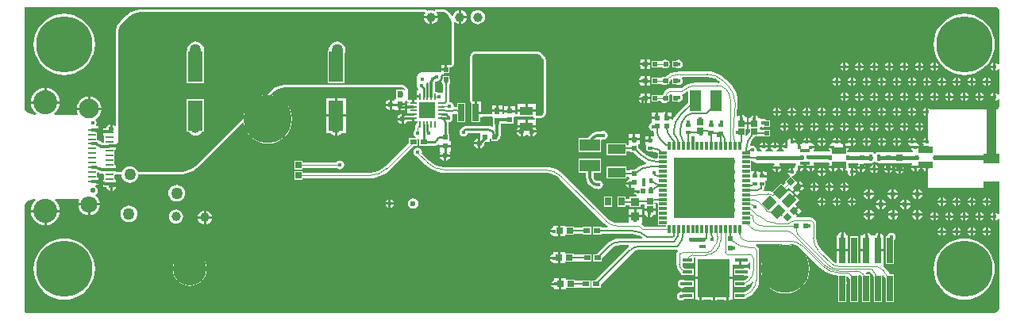
<source format=gbr>
%TF.GenerationSoftware,Altium Limited,Altium Designer,20.0.13 (296)*%
G04 Layer_Physical_Order=1*
G04 Layer_Color=255*
%FSLAX45Y45*%
%MOMM*%
%TF.FileFunction,Copper,L1,Top,Signal*%
%TF.Part,Single*%
G01*
G75*
%TA.AperFunction,Conductor*%
%ADD10C,0.20000*%
%ADD11C,0.10000*%
%ADD12C,0.25400*%
%ADD13C,0.50000*%
%ADD14C,0.40000*%
%ADD15C,0.30000*%
%TA.AperFunction,SMDPad,CuDef*%
%ADD16R,1.65000X3.25000*%
%ADD17R,3.50000X4.10000*%
%ADD18R,1.10000X0.45000*%
%ADD19R,0.95000X0.90000*%
%ADD20R,0.75000X0.75000*%
%ADD21R,0.75000X0.60000*%
%ADD22R,0.60000X0.70000*%
%ADD23R,6.40000X6.40000*%
%ADD24R,0.85000X0.30000*%
%ADD25R,0.30000X0.85000*%
%ADD26R,1.75000X1.75000*%
%ADD27R,0.20000X0.80000*%
%ADD28R,0.80000X0.20000*%
%ADD29R,0.40000X0.50000*%
%ADD30R,1.50000X0.70000*%
%ADD31R,0.35000X0.65000*%
%ADD32R,0.75000X0.65000*%
%ADD33R,2.20000X1.25000*%
%ADD34R,0.66040X1.85420*%
%ADD35R,0.47500X0.50000*%
%ADD36R,0.65000X0.90000*%
G04:AMPARAMS|DCode=37|XSize=1.2mm|YSize=1mm|CornerRadius=0mm|HoleSize=0mm|Usage=FLASHONLY|Rotation=45.000|XOffset=0mm|YOffset=0mm|HoleType=Round|Shape=Rectangle|*
%AMROTATEDRECTD37*
4,1,4,-0.07071,-0.77782,-0.77782,-0.07071,0.07071,0.77782,0.77782,0.07071,-0.07071,-0.77782,0.0*
%
%ADD37ROTATEDRECTD37*%

%ADD38R,1.00000X0.45000*%
%ADD39R,0.35000X0.35000*%
%ADD40R,0.65000X2.76000*%
%ADD41R,1.47000X0.97000*%
%ADD42R,0.72000X0.69000*%
%ADD43R,0.68000X0.68000*%
%ADD44R,0.62000X0.60000*%
%ADD45R,0.50000X0.40000*%
%TA.AperFunction,ConnectorPad*%
%ADD46R,1.80000X1.10000*%
%TA.AperFunction,SMDPad,CuDef*%
%ADD47R,1.90000X1.10000*%
%TA.AperFunction,ConnectorPad*%
%ADD48R,0.90000X0.25400*%
%TA.AperFunction,SMDPad,CuDef*%
G04:AMPARAMS|DCode=49|XSize=0.62mm|YSize=0.6mm|CornerRadius=0mm|HoleSize=0mm|Usage=FLASHONLY|Rotation=135.000|XOffset=0mm|YOffset=0mm|HoleType=Round|Shape=Rectangle|*
%AMROTATEDRECTD49*
4,1,4,0.43134,-0.00707,0.00707,-0.43134,-0.43134,0.00707,-0.00707,0.43134,0.43134,-0.00707,0.0*
%
%ADD49ROTATEDRECTD49*%

G04:AMPARAMS|DCode=50|XSize=0.62mm|YSize=0.6mm|CornerRadius=0mm|HoleSize=0mm|Usage=FLASHONLY|Rotation=45.000|XOffset=0mm|YOffset=0mm|HoleType=Round|Shape=Rectangle|*
%AMROTATEDRECTD50*
4,1,4,-0.00707,-0.43134,-0.43134,-0.00707,0.00707,0.43134,0.43134,0.00707,-0.00707,-0.43134,0.0*
%
%ADD50ROTATEDRECTD50*%

%ADD51R,0.60000X0.62000*%
%ADD52R,1.25000X2.20000*%
%ADD53R,0.65000X0.75000*%
%ADD54R,0.60000X0.75000*%
%ADD55R,0.50000X0.47500*%
%TA.AperFunction,Conductor*%
%ADD56C,0.15240*%
%ADD57C,0.45720*%
%ADD58C,1.00000*%
%TA.AperFunction,ComponentPad*%
%ADD59C,3.58500*%
%ADD60C,5.17500*%
%ADD61C,0.55000*%
%ADD62C,0.40500*%
%ADD63C,2.56500*%
%ADD64C,1.80000*%
%ADD65C,2.10000*%
%TA.AperFunction,ViaPad*%
%ADD66C,0.40000*%
%ADD67C,0.60000*%
%ADD68C,1.00000*%
%ADD69C,1.27000*%
%ADD70C,6.00000*%
G36*
X6051634Y7147376D02*
X6064061Y7142228D01*
X6070565Y7137882D01*
X6080000Y7129999D01*
X6080000Y7129999D01*
X6080000Y7129999D01*
X6091889Y7118111D01*
X6110571Y7090151D01*
X6123440Y7059084D01*
X6130000Y7026103D01*
Y7009290D01*
Y6589161D01*
X6121445Y6580004D01*
X6083746D01*
Y6530854D01*
X6071046D01*
Y6518154D01*
X6020646D01*
Y6500000D01*
X5804142Y6500000D01*
X5800796Y6499835D01*
X5794231Y6498530D01*
X5788048Y6495968D01*
X5782483Y6492250D01*
X5780000Y6490000D01*
X5774142Y6484142D01*
X5774142D01*
X5770960Y6480631D01*
X5765701Y6472761D01*
X5762079Y6464016D01*
X5760232Y6454733D01*
X5760000Y6450000D01*
Y6368285D01*
X5760329Y6361592D01*
X5762940Y6348463D01*
X5768063Y6336096D01*
X5775500Y6324965D01*
X5777190Y6323100D01*
X5773639Y6312696D01*
X5771639Y6310400D01*
X5756600D01*
Y6257700D01*
X5792000D01*
Y6232300D01*
X5756600D01*
Y6210400D01*
X5734700D01*
Y6175000D01*
X5709300D01*
Y6210400D01*
X5670000D01*
Y6305858D01*
X5669835Y6309204D01*
X5668530Y6315769D01*
X5665969Y6321952D01*
X5662250Y6327517D01*
X5660000Y6330000D01*
X5655356Y6334644D01*
X5655355D01*
X5646578Y6342600D01*
X5626903Y6355746D01*
X5605040Y6364802D01*
X5581832Y6369419D01*
X5570000Y6370000D01*
X4375210D01*
X4350314Y6368777D01*
X4301478Y6359063D01*
X4255475Y6340008D01*
X4214074Y6312344D01*
X4195605Y6295605D01*
X4159021Y6259021D01*
X4119256Y6255105D01*
X4070463Y6240303D01*
X4025495Y6216267D01*
X3986079Y6183920D01*
X3953732Y6144505D01*
X3929696Y6099537D01*
X3914895Y6050744D01*
X3910978Y6010978D01*
X3414395Y5514395D01*
X3414394D01*
X3396705Y5496705D01*
X3355104Y5468908D01*
X3308879Y5449761D01*
X3259806Y5440000D01*
X2783798D01*
X2777654Y5454834D01*
X2763404Y5473404D01*
X2744833Y5487654D01*
X2723207Y5496612D01*
X2700000Y5499667D01*
X2676792Y5496612D01*
X2655166Y5487654D01*
X2636596Y5473404D01*
X2622346Y5454834D01*
X2616202Y5440000D01*
X2552900D01*
Y5449800D01*
X2482500D01*
Y5475200D01*
X2552900D01*
Y5500600D01*
X2546480D01*
X2537500Y5509580D01*
X2537500Y5535200D01*
X2537500Y5547900D01*
X2537500Y5585200D01*
X2537500Y5597900D01*
X2537500Y5635200D01*
X2537500Y5647900D01*
Y5674400D01*
X2552900D01*
Y5699800D01*
X2482500D01*
Y5725200D01*
X2552900D01*
Y5730241D01*
X2560000Y5740000D01*
X2564500Y5744965D01*
X2567573Y5749563D01*
X2571937Y5756095D01*
X2577060Y5768462D01*
X2579671Y5781591D01*
X2580000Y5788284D01*
Y6933431D01*
Y6946882D01*
X2585248Y6973266D01*
X2595543Y6998121D01*
X2610489Y7020489D01*
X2620000Y7030000D01*
X2665605Y7075605D01*
X2665606Y7075605D01*
Y7075605D01*
X2683295Y7093294D01*
X2724896Y7121092D01*
X2771121Y7140239D01*
X2820193Y7150000D01*
X5844992D01*
X5851255Y7137300D01*
X5844138Y7128025D01*
X5836541Y7109684D01*
X5835621Y7102700D01*
X5984379D01*
X5983459Y7109684D01*
X5975862Y7128025D01*
X5968745Y7137300D01*
X5975008Y7150000D01*
X6038441D01*
X6051634Y7147376D01*
D02*
G37*
G36*
X11934600Y7196634D02*
X11942556Y7196634D01*
X11957258Y7190545D01*
X11968510Y7179293D01*
X11973068Y7168289D01*
X11974599Y7156637D01*
Y7156634D01*
X11974599D01*
X11974600Y7156634D01*
X11974600Y6587866D01*
X11972373Y6586185D01*
X11955153Y6589098D01*
X11952727Y6592729D01*
X11937709Y6602763D01*
X11932695Y6603761D01*
Y6559997D01*
Y6516234D01*
X11937709Y6517231D01*
X11952727Y6527266D01*
X11955153Y6530896D01*
X11972373Y6533809D01*
X11974600Y6532129D01*
X11974599Y6267867D01*
X11972373Y6266186D01*
X11955152Y6269099D01*
X11952727Y6272729D01*
X11937709Y6282763D01*
X11932695Y6283761D01*
Y6239997D01*
Y6196234D01*
X11937709Y6197231D01*
X11952727Y6207266D01*
X11955152Y6210896D01*
X11972373Y6213809D01*
X11974599Y6212128D01*
Y6146634D01*
X11974600Y6138678D01*
X11968510Y6123976D01*
X11957258Y6112724D01*
X11946606Y6108311D01*
X11934600Y6106635D01*
Y6106634D01*
X11254600Y6106634D01*
X11246796Y6105866D01*
X11239369Y6102789D01*
X11232727Y6112729D01*
X11217710Y6122763D01*
X11212695Y6123761D01*
Y6079997D01*
Y6028167D01*
X11214600Y6026603D01*
Y5813392D01*
X11212695Y5811829D01*
Y5759998D01*
X11199995D01*
Y5747298D01*
X11156232D01*
X11157229Y5742283D01*
X11165440Y5729995D01*
X11157234Y5717714D01*
X11156237Y5712700D01*
X11200000D01*
Y5687300D01*
X11156237D01*
X11157234Y5682286D01*
X11167268Y5667268D01*
X11174105Y5662700D01*
X11170253Y5650000D01*
X11122388D01*
X11120959Y5649715D01*
X11120854Y5649715D01*
X11113271Y5652377D01*
X11110659Y5662520D01*
X11111044Y5666141D01*
X11112732Y5667268D01*
X11122766Y5682286D01*
X11123763Y5687300D01*
X11036236D01*
X11037234Y5682286D01*
X11047268Y5667268D01*
X11050755Y5664938D01*
X11046903Y5652238D01*
X10914000D01*
Y5652317D01*
X10893496Y5648238D01*
X10813998D01*
X10810135Y5648374D01*
X10809026Y5648423D01*
X10798484Y5649998D01*
X10798480Y5650000D01*
X10790999Y5653097D01*
Y5652879D01*
X10789000Y5651238D01*
X10786706Y5651238D01*
X10689500D01*
X10666831Y5646729D01*
X10647613Y5633888D01*
X10646387D01*
X10627169Y5646729D01*
X10604500Y5651238D01*
X10507000D01*
X10504744Y5652820D01*
Y5652820D01*
X10493788Y5648610D01*
X10490631Y5647982D01*
X10359044D01*
X10346199Y5645427D01*
X10344492Y5646619D01*
X10344744Y5661931D01*
X10352732Y5667268D01*
X10362766Y5682286D01*
X10363763Y5687300D01*
X10320000D01*
Y5700000D01*
X10307300D01*
Y5743763D01*
X10302286Y5742766D01*
X10293677Y5737014D01*
X10291494Y5738068D01*
X10283384Y5745410D01*
X10283759Y5747298D01*
X10196232D01*
X10196569Y5745607D01*
X10182286Y5742766D01*
X10167268Y5732732D01*
X10157234Y5717714D01*
X10156236Y5712700D01*
X10200000D01*
Y5687300D01*
X10156236D01*
X10157234Y5682286D01*
X10166972Y5667712D01*
X10166491Y5665732D01*
X10161494Y5655853D01*
X10161094Y5655932D01*
X9998625D01*
X9995206Y5662509D01*
X9993643Y5668632D01*
X10002766Y5682286D01*
X10003763Y5687300D01*
X9960000D01*
Y5712700D01*
X10003763D01*
X10002766Y5717714D01*
X9992732Y5732732D01*
X9977714Y5742766D01*
X9963423Y5745609D01*
X9963759Y5747298D01*
X9876232D01*
X9876607Y5745417D01*
X9868477Y5738063D01*
X9866314Y5737020D01*
X9857714Y5742766D01*
X9852700Y5743763D01*
Y5700000D01*
X9827300D01*
Y5743763D01*
X9822286Y5742766D01*
X9813677Y5737014D01*
X9811494Y5738068D01*
X9803384Y5745411D01*
X9803759Y5747298D01*
X9759996D01*
Y5759998D01*
X9747296D01*
Y5803761D01*
X9742282Y5802764D01*
X9727264Y5792729D01*
X9717230Y5777712D01*
X9714612Y5764551D01*
X9712700Y5763156D01*
Y5710000D01*
X9700000D01*
Y5697300D01*
X9656236D01*
X9657234Y5692286D01*
X9667268Y5677268D01*
X9681567Y5667714D01*
X9681715Y5666778D01*
X9675676Y5655014D01*
X9604324D01*
X9598285Y5666778D01*
X9598433Y5667714D01*
X9612732Y5677268D01*
X9622766Y5692286D01*
X9623763Y5697300D01*
X9536236D01*
X9537234Y5692286D01*
X9547268Y5677268D01*
X9561567Y5667714D01*
X9561715Y5666778D01*
X9555676Y5655014D01*
X9484324D01*
X9478285Y5666778D01*
X9478433Y5667714D01*
X9492732Y5677268D01*
X9502766Y5692286D01*
X9503763Y5697300D01*
X9416236D01*
X9417234Y5692286D01*
X9427268Y5677268D01*
X9441567Y5667714D01*
X9441715Y5666778D01*
X9435676Y5655014D01*
X9396258D01*
X9385461Y5665834D01*
X9386290Y5670000D01*
X9382766Y5687714D01*
X9372732Y5702732D01*
X9357714Y5712766D01*
X9340000Y5716290D01*
X9325196Y5713345D01*
X9317765Y5719072D01*
X9314882Y5723093D01*
X9324421Y5754540D01*
X9344602Y5792296D01*
X9364547Y5816598D01*
X9365949Y5816319D01*
Y5816656D01*
X9490000D01*
X9501781Y5819000D01*
X9525000D01*
Y5847253D01*
X9526093Y5852750D01*
X9525000Y5858247D01*
Y5886500D01*
X9501781D01*
X9490000Y5888843D01*
X9430301D01*
X9420400Y5895600D01*
Y5911705D01*
X9430349Y5917023D01*
X9433100Y5917072D01*
X9450000Y5913711D01*
X9467714Y5917234D01*
X9474099Y5921500D01*
X9525000D01*
Y5989000D01*
X9485225D01*
X9482732Y5992732D01*
X9467714Y6002766D01*
X9450000Y6006289D01*
X9433100Y6002928D01*
X9430349Y6002977D01*
X9420400Y6008295D01*
Y6014400D01*
X9404624D01*
X9403766Y6018714D01*
X9393732Y6033732D01*
X9378714Y6043766D01*
X9373700Y6044763D01*
Y6001000D01*
X9348300D01*
Y6044763D01*
X9343286Y6043766D01*
X9328268Y6033732D01*
X9318234Y6018714D01*
X9317376Y6014400D01*
X9301600D01*
Y5967700D01*
X9361000D01*
Y5942300D01*
X9301600D01*
Y5895600D01*
X9317000D01*
Y5871661D01*
X9291326Y5841600D01*
X9279700Y5822629D01*
X9267000Y5826210D01*
Y5897100D01*
X9282400D01*
Y5944300D01*
X9221001D01*
Y5969700D01*
X9282400D01*
Y6016900D01*
X9265724D01*
X9264766Y6021714D01*
X9254732Y6036732D01*
X9239714Y6046766D01*
X9234700Y6047763D01*
Y6004000D01*
X9209300D01*
Y6047763D01*
X9204286Y6046766D01*
X9189268Y6036732D01*
X9185313Y6030812D01*
X9172881Y6035066D01*
X9182412Y6170342D01*
X9183459Y6182610D01*
X9183459D01*
X9179946Y6227238D01*
X9169496Y6270766D01*
X9152365Y6312124D01*
X9128975Y6350293D01*
X9099902Y6384333D01*
X9099702Y6384133D01*
X9099701Y6384133D01*
X9056312Y6427522D01*
X9056512Y6427723D01*
X9022472Y6456796D01*
X8984304Y6480186D01*
X8942946Y6497317D01*
X8899417Y6507767D01*
X8854790Y6511279D01*
Y6510996D01*
X8561046D01*
Y6511508D01*
X8516135Y6507085D01*
X8472950Y6493985D01*
X8433151Y6472712D01*
X8410576Y6454186D01*
X8400000Y6456289D01*
X8382286Y6452766D01*
X8367268Y6442732D01*
X8366108Y6440995D01*
X8334829D01*
Y6445000D01*
X8267329D01*
Y6375000D01*
X8334829D01*
Y6379004D01*
X8366108D01*
X8367268Y6377268D01*
X8382286Y6367234D01*
X8400000Y6363710D01*
X8417714Y6367234D01*
X8426344Y6373000D01*
X8448578D01*
Y6405077D01*
X8467801Y6420853D01*
X8472685Y6423464D01*
X8483579Y6416934D01*
Y6373000D01*
X8523656D01*
X8532286Y6367234D01*
X8550000Y6363710D01*
X8567714Y6367234D01*
X8582732Y6377268D01*
X8592766Y6392286D01*
X8596289Y6410000D01*
X8592766Y6427714D01*
X8587026Y6436304D01*
X8593815Y6449004D01*
X8854790D01*
X8856139Y6449273D01*
X8898374Y6445113D01*
X8940283Y6432400D01*
X8978907Y6411755D01*
X8991798Y6401176D01*
X8986719Y6388914D01*
X8963432Y6391208D01*
Y6390996D01*
X8730711D01*
Y6391373D01*
X8691286Y6387490D01*
X8653377Y6375990D01*
X8618439Y6357316D01*
X8587816Y6332184D01*
X8587750Y6332251D01*
X8585857Y6331467D01*
X8573351Y6330996D01*
X8450000D01*
X8438139Y6328636D01*
X8429183Y6322652D01*
X8428082Y6321918D01*
X8419898Y6314403D01*
X8419898Y6314403D01*
X8400030Y6288510D01*
X8390003Y6264301D01*
X8382286Y6262766D01*
X8373650Y6256996D01*
X8334500D01*
Y6261000D01*
X8267000D01*
Y6191000D01*
X8334500D01*
Y6195004D01*
X8362099D01*
X8367268Y6187268D01*
X8382286Y6177234D01*
X8400000Y6173711D01*
X8417714Y6177234D01*
X8432732Y6187268D01*
X8435225Y6191000D01*
X8448500D01*
Y6242552D01*
X8450011Y6250145D01*
X8461666Y6267588D01*
X8473958Y6268623D01*
X8483500Y6260107D01*
Y6191000D01*
X8526649D01*
X8532286Y6187234D01*
X8550000Y6183711D01*
X8567714Y6187234D01*
X8582732Y6197268D01*
X8592766Y6212286D01*
X8596289Y6230000D01*
X8592766Y6247714D01*
X8587153Y6256115D01*
X8593260Y6269808D01*
X8611041Y6273345D01*
X8632390Y6287610D01*
X8632390Y6287610D01*
X8641558Y6296137D01*
X8644110Y6298095D01*
X8655500Y6292478D01*
Y6180544D01*
X8548873Y6073917D01*
X8548731Y6074059D01*
X8519147Y6039421D01*
X8495345Y6000581D01*
X8491856Y5992156D01*
X8479400Y5994634D01*
Y6003300D01*
X8422999D01*
Y6028700D01*
X8479400D01*
Y6071400D01*
X8453622D01*
X8452732Y6072732D01*
X8437714Y6082766D01*
X8432700Y6083764D01*
Y6040000D01*
X8407300D01*
Y6083764D01*
X8402286Y6082766D01*
X8387268Y6072732D01*
X8386378Y6071400D01*
X8353622D01*
X8352732Y6072732D01*
X8337714Y6082766D01*
X8332700Y6083764D01*
Y6040000D01*
X8307300D01*
Y6083764D01*
X8302286Y6082766D01*
X8287268Y6072732D01*
X8286378Y6071400D01*
X8269600D01*
Y6028700D01*
X8326000D01*
Y6003300D01*
X8269600D01*
Y5964221D01*
X8262286Y5962766D01*
X8247268Y5952732D01*
X8237234Y5937714D01*
X8233710Y5920000D01*
X8237234Y5902286D01*
X8247268Y5887268D01*
X8262286Y5877234D01*
X8280000Y5873711D01*
X8280089Y5873728D01*
X8286559Y5868418D01*
X8289523Y5856946D01*
X8289523D01*
X8293057Y5830100D01*
X8285351Y5818940D01*
X8282952Y5817400D01*
X8257700D01*
Y5771999D01*
X8245000D01*
Y5759299D01*
X8194600D01*
Y5726600D01*
X8199205D01*
X8210000Y5722000D01*
Y5697497D01*
X8208907Y5692000D01*
X8210000Y5686503D01*
Y5662000D01*
X8226180D01*
X8231188Y5658654D01*
X8245000Y5655907D01*
X8265676D01*
X8267276Y5656225D01*
X8299114Y5652033D01*
X8329679Y5639373D01*
Y5589088D01*
X8320269Y5580559D01*
X8289829Y5583557D01*
X8248862Y5595984D01*
X8211107Y5616165D01*
X8179254Y5642306D01*
X8178350Y5643660D01*
X8119770Y5702239D01*
Y5728795D01*
X8135170D01*
Y5771495D01*
X8078771D01*
X8022371D01*
Y5728795D01*
X8009880Y5728288D01*
X7996786D01*
Y5744808D01*
X7786786D01*
Y5614808D01*
X7996786D01*
Y5656101D01*
X8037771D01*
Y5652195D01*
X8067727D01*
X8127306Y5592616D01*
X8127164Y5592473D01*
X8161802Y5562889D01*
X8200642Y5539088D01*
X8206176Y5536796D01*
X8205128Y5523483D01*
X8173248Y5515830D01*
X8131162Y5498397D01*
X8092322Y5474596D01*
X8072890Y5458000D01*
X8041000D01*
Y5454093D01*
X7996786D01*
Y5494808D01*
X7786786D01*
Y5364808D01*
X7996786D01*
Y5381906D01*
X8013110D01*
X8025600Y5381400D01*
Y5358619D01*
X8016286Y5356766D01*
X8001268Y5346732D01*
X7991234Y5331714D01*
X7990236Y5326700D01*
X8034000D01*
Y5314000D01*
X8046700D01*
Y5270237D01*
X8048527Y5270600D01*
X8082421D01*
X8087708Y5257900D01*
X8080234Y5246714D01*
X8079237Y5241700D01*
X8123000D01*
Y5216300D01*
X8079237D01*
X8080234Y5211286D01*
X8090268Y5196268D01*
X8103565Y5187384D01*
X8105902Y5183392D01*
X8106052Y5182700D01*
X8095816Y5170000D01*
X8032500D01*
Y5151094D01*
X7985000D01*
Y5175000D01*
X7900000D01*
Y5065000D01*
X7985000D01*
Y5078907D01*
X8032500D01*
Y5060000D01*
X8147500D01*
Y5088907D01*
X8190600D01*
Y5047701D01*
X8250000D01*
X8309400D01*
Y5094400D01*
X8294000D01*
Y5107359D01*
X8295249Y5107608D01*
Y5107649D01*
X8320699D01*
X8329679Y5098669D01*
X8329679Y5068743D01*
X8329679Y5056043D01*
Y5018743D01*
X8329679Y4968743D01*
X8329679Y4956043D01*
Y4868743D01*
X8414243D01*
X8419503Y4856043D01*
X8418199Y4854738D01*
X8178456D01*
X8177476Y4859665D01*
X8166336Y4876336D01*
X8158009Y4881900D01*
X8161862Y4894600D01*
X8162900D01*
Y4952300D01*
X8017100D01*
Y4894600D01*
X8005893Y4890996D01*
X7900711D01*
X7899121Y4890679D01*
X7864414Y4895249D01*
X7830590Y4909259D01*
X7802818Y4930570D01*
X7801917Y4931917D01*
X7326312Y5407522D01*
X7326513Y5407723D01*
X7292473Y5436796D01*
X7254304Y5460186D01*
X7212946Y5477317D01*
X7169417Y5487767D01*
X7124790Y5491279D01*
Y5490996D01*
X6055210D01*
X6053861Y5490727D01*
X6011626Y5494887D01*
X5969717Y5507600D01*
X5931093Y5528245D01*
X5898286Y5555168D01*
X5897522Y5556312D01*
X5814223Y5639611D01*
X5816289Y5650000D01*
X5812766Y5667714D01*
X5802732Y5682732D01*
X5787714Y5692766D01*
X5770000Y5696289D01*
X5752286Y5692766D01*
X5737268Y5682732D01*
X5727234Y5667714D01*
X5723710Y5650000D01*
X5727234Y5632286D01*
X5737268Y5617268D01*
X5752286Y5607234D01*
X5760582Y5605584D01*
X5853688Y5512478D01*
X5853487Y5512277D01*
X5887527Y5483204D01*
X5925696Y5459814D01*
X5967054Y5442683D01*
X6010583Y5432233D01*
X6055210Y5428721D01*
Y5429004D01*
X7124790D01*
X7126139Y5429273D01*
X7168374Y5425113D01*
X7210283Y5412400D01*
X7248907Y5391755D01*
X7281713Y5364832D01*
X7282478Y5363688D01*
X7758083Y4888083D01*
X7757816Y4887816D01*
X7788439Y4862684D01*
X7796430Y4858413D01*
X7793344Y4846093D01*
X7732500D01*
Y4850000D01*
X7637500D01*
Y4770000D01*
X7732500D01*
Y4773907D01*
X8051005D01*
X8052358Y4774176D01*
X8090667Y4770402D01*
X8128806Y4758833D01*
X8163955Y4740046D01*
X8166385Y4738051D01*
X8162107Y4726093D01*
X7924142D01*
X7924142Y4726344D01*
X7885899Y4722577D01*
X7849126Y4711422D01*
X7815236Y4693308D01*
X7785531Y4668930D01*
X7785708Y4668752D01*
X7785708Y4668752D01*
X7676956Y4560000D01*
X7640500D01*
Y4480000D01*
X7735500D01*
Y4516456D01*
X7836752Y4617709D01*
X7837584Y4618953D01*
X7862105Y4637769D01*
X7892029Y4650164D01*
X7911908Y4652781D01*
X7924142Y4653906D01*
Y4653907D01*
X8017374D01*
X8019472Y4651366D01*
X8016985Y4634430D01*
X8010553Y4630132D01*
X8010821Y4629865D01*
X8010820Y4629865D01*
X7660956Y4280000D01*
X7624500D01*
Y4200000D01*
X7719500D01*
Y4236456D01*
X8058439Y4575395D01*
X8059321Y4575761D01*
X8063812Y4576654D01*
X8075522Y4584478D01*
X8075528Y4584472D01*
X8089264Y4595012D01*
X8105261Y4601638D01*
X8122427Y4603898D01*
Y4603907D01*
X8537946D01*
X8542546Y4599115D01*
X8546223Y4592196D01*
X8544122Y4588087D01*
X8540820Y4584713D01*
X8538082Y4581917D01*
X8536319Y4579278D01*
X8531364Y4571862D01*
X8529004Y4560000D01*
Y4455500D01*
X8528578D01*
X8532647Y4424592D01*
X8544578Y4395789D01*
X8563556Y4371056D01*
X8583000Y4356136D01*
Y4335000D01*
X8713000D01*
Y4400000D01*
X8638280D01*
X8626021Y4402438D01*
X8607388Y4414888D01*
X8594938Y4433521D01*
X8591799Y4449300D01*
X8599828Y4462000D01*
X8713000D01*
Y4519004D01*
X8727600D01*
Y4316701D01*
X8928000D01*
X9128400D01*
Y4446600D01*
X9195300D01*
Y4494500D01*
X9220700D01*
Y4446600D01*
X9288400D01*
Y4457692D01*
X9302732Y4467268D01*
X9306304Y4472615D01*
X9319004Y4468763D01*
Y4401237D01*
X9306304Y4397385D01*
X9302732Y4402732D01*
X9287714Y4412766D01*
X9270000Y4416289D01*
X9252286Y4412766D01*
X9237268Y4402732D01*
X9235443Y4400000D01*
X9143000D01*
Y4335000D01*
X9240662D01*
X9252286Y4327234D01*
X9270000Y4323710D01*
X9287714Y4327234D01*
X9289640Y4328521D01*
X9298439Y4319126D01*
X9286688Y4303812D01*
X9263641Y4286127D01*
X9236802Y4275010D01*
X9221534Y4273000D01*
X9143000D01*
Y4208000D01*
X9273000D01*
Y4222060D01*
X9274294Y4222453D01*
X9304244Y4238461D01*
X9330495Y4260005D01*
X9334511Y4264899D01*
X9346163Y4259847D01*
X9344718Y4248867D01*
X9330578Y4214730D01*
X9308085Y4185416D01*
X9278770Y4162922D01*
X9244633Y4148782D01*
X9223500Y4146000D01*
X9143000D01*
Y4081000D01*
X9273000D01*
Y4093710D01*
X9285830Y4097602D01*
X9320992Y4116396D01*
X9351811Y4141689D01*
X9377104Y4172509D01*
X9395898Y4207670D01*
X9407472Y4245823D01*
X9411379Y4285500D01*
X9410996D01*
Y4600000D01*
X9411583D01*
X9406896Y4623567D01*
X9393546Y4643546D01*
X9374452Y4656304D01*
X9374334Y4657228D01*
X9381928Y4669004D01*
X9650810D01*
X9651434Y4656304D01*
X9639256Y4655105D01*
X9590463Y4640304D01*
X9545495Y4616268D01*
X9506080Y4583920D01*
X9473732Y4544505D01*
X9449696Y4499537D01*
X9434895Y4450744D01*
X9429897Y4400000D01*
X9434895Y4349256D01*
X9449696Y4300463D01*
X9473732Y4255495D01*
X9506080Y4216080D01*
X9545495Y4183733D01*
X9590463Y4159697D01*
X9639256Y4144895D01*
X9690000Y4139897D01*
X9740744Y4144895D01*
X9789537Y4159697D01*
X9834505Y4183733D01*
X9873920Y4216080D01*
X9906267Y4255495D01*
X9930303Y4300463D01*
X9945105Y4349256D01*
X9950103Y4400000D01*
X9945105Y4450744D01*
X9930303Y4499537D01*
X9906267Y4544505D01*
X9873920Y4583920D01*
X9834505Y4616268D01*
X9789537Y4640304D01*
X9743507Y4654267D01*
X9740814Y4662175D01*
X9740871Y4667854D01*
X9741829Y4668510D01*
X9769097Y4665824D01*
X9801742Y4655921D01*
X9831828Y4639840D01*
X9857771Y4618549D01*
X9858083Y4618083D01*
X10063688Y4412478D01*
X10063688Y4412477D01*
X10063488Y4412277D01*
X10097528Y4383204D01*
X10135697Y4359814D01*
X10177054Y4342683D01*
X10220583Y4332233D01*
X10257500Y4329327D01*
Y4268112D01*
X10257234Y4267714D01*
X10253711Y4250000D01*
X10257234Y4232286D01*
X10257500Y4231888D01*
Y4048000D01*
X10342500D01*
Y4231888D01*
X10342766Y4232286D01*
X10346289Y4250000D01*
X10342766Y4267714D01*
X10342500Y4268112D01*
Y4315705D01*
X10355200Y4320966D01*
X10365656Y4310509D01*
X10365681Y4310484D01*
X10366445Y4309974D01*
X10384012Y4287080D01*
X10384500Y4285902D01*
Y4048000D01*
X10469500D01*
Y4331464D01*
X10477095Y4336539D01*
X10482200Y4337393D01*
X10498718Y4324718D01*
X10511500Y4308061D01*
Y4048000D01*
X10596500D01*
Y4344000D01*
X10562161D01*
X10552719Y4356304D01*
X10558982Y4369004D01*
X10595387D01*
X10595858Y4368533D01*
X10604957Y4359844D01*
X10606154Y4358531D01*
X10620278Y4341320D01*
X10636677Y4310641D01*
X10638500Y4304631D01*
Y4048000D01*
X10723500D01*
Y4330695D01*
X10736200Y4335239D01*
X10739755Y4330907D01*
X10760400Y4292283D01*
X10765500Y4275471D01*
Y4048000D01*
X10850500D01*
Y4344000D01*
X10803470D01*
X10784796Y4374473D01*
X10760569Y4402839D01*
X10760538Y4402876D01*
X10760533Y4402881D01*
X10755724Y4408513D01*
Y4408513D01*
X10752067Y4412068D01*
X10752067D01*
X10746422Y4416700D01*
X10746416Y4416705D01*
X10746288Y4416810D01*
X10737649Y4423900D01*
X10738900Y4436600D01*
X10738901Y4436600D01*
X10738900Y4436600D01*
Y4587300D01*
X10680999D01*
Y4612700D01*
X10738900D01*
Y4763400D01*
X10728967D01*
X10722732Y4772732D01*
X10707714Y4782766D01*
X10702700Y4783763D01*
Y4740000D01*
X10677300D01*
Y4783763D01*
X10672286Y4782766D01*
X10657268Y4772732D01*
X10651033Y4763400D01*
X10623100D01*
Y4763400D01*
X10611900D01*
Y4763400D01*
X10598967D01*
X10592732Y4772732D01*
X10577714Y4782766D01*
X10572700Y4783763D01*
Y4740000D01*
X10547300D01*
Y4783763D01*
X10542286Y4782766D01*
X10527268Y4772732D01*
X10521033Y4763400D01*
X10496100D01*
Y4612700D01*
X10553999D01*
Y4587300D01*
X10496100D01*
Y4460996D01*
X10469500D01*
Y4748000D01*
X10384500D01*
Y4460996D01*
X10357900D01*
Y4587300D01*
X10299999D01*
X10242100D01*
Y4471940D01*
X10229400Y4465378D01*
X10216743Y4470621D01*
X10201962Y4481962D01*
X10201917Y4481917D01*
X10068486Y4615348D01*
X10068182Y4615552D01*
X10048233Y4639859D01*
X10033239Y4667910D01*
X10024006Y4698347D01*
X10020924Y4729640D01*
X10020996Y4730000D01*
Y4885858D01*
X10021664D01*
X10016655Y4911041D01*
X10002390Y4932390D01*
X9981041Y4946655D01*
X9955858Y4951664D01*
Y4950996D01*
X9808718D01*
X9803457Y4963696D01*
X9813427Y4973666D01*
X9773546Y5013547D01*
X9782527Y5022527D01*
X9773546Y5031508D01*
X9812720Y5070681D01*
X9793996Y5089404D01*
X9843070Y5138478D01*
X9798734Y5182813D01*
X9738348Y5122426D01*
X9720387Y5140387D01*
X9780774Y5200773D01*
X9736438Y5245109D01*
X9725549Y5234220D01*
X9708858Y5250911D01*
X9721926Y5263979D01*
X9738073Y5262165D01*
X9763666Y5236573D01*
X9803547Y5276454D01*
X9812527Y5267473D01*
X9821507Y5276454D01*
X9860681Y5237280D01*
X9891581Y5268180D01*
X9882462Y5277300D01*
X9830000D01*
Y5290000D01*
X9817300D01*
Y5342462D01*
X9813234Y5346528D01*
X9802344Y5335638D01*
X9756535Y5381448D01*
X9758403Y5388064D01*
X9761864Y5394080D01*
X9777710Y5397232D01*
X9792728Y5407266D01*
X9802762Y5422284D01*
X9806285Y5439998D01*
X9805677Y5443057D01*
X9817107Y5450694D01*
X9822286Y5447234D01*
X9827300Y5446237D01*
Y5490000D01*
X9840000D01*
Y5502700D01*
X9883763D01*
X9882766Y5507714D01*
X9874579Y5519967D01*
X9876883Y5530033D01*
X9879025Y5533801D01*
X9887251Y5535437D01*
X9903326Y5546178D01*
X9909630Y5541965D01*
X9927788Y5538353D01*
X9931019Y5525238D01*
X9927268Y5522732D01*
X9917234Y5507714D01*
X9916236Y5502700D01*
X10003763D01*
X10002766Y5507714D01*
X9992732Y5522732D01*
X9989702Y5524756D01*
X9993555Y5537456D01*
X10141225D01*
X10146375Y5534015D01*
X10159016Y5531500D01*
X10159301Y5531197D01*
X10163835Y5517593D01*
X10157234Y5507714D01*
X10156236Y5502700D01*
X10243763D01*
X10242766Y5507714D01*
X10233678Y5521315D01*
X10235300Y5527584D01*
X10238704Y5534015D01*
X10281296D01*
X10284700Y5527584D01*
X10286322Y5521315D01*
X10277234Y5507714D01*
X10276236Y5502700D01*
X10320000D01*
Y5490000D01*
X10332700D01*
Y5446237D01*
X10337714Y5447234D01*
X10342884Y5450688D01*
X10354314Y5443051D01*
X10353706Y5439998D01*
X10357230Y5422284D01*
X10367264Y5407266D01*
X10382281Y5397232D01*
X10387296Y5396234D01*
Y5439998D01*
Y5483761D01*
X10382281Y5482764D01*
X10377112Y5479310D01*
X10365682Y5486947D01*
X10366289Y5490000D01*
X10362766Y5507714D01*
X10356522Y5517059D01*
X10357151Y5520162D01*
X10363480Y5529506D01*
X10469513D01*
X10473365Y5516806D01*
X10467268Y5512732D01*
X10457234Y5497714D01*
X10456236Y5492700D01*
X10543763D01*
X10542766Y5497714D01*
X10532732Y5512732D01*
X10521951Y5519935D01*
X10521920Y5520584D01*
X10525614Y5532762D01*
X10604500D01*
X10627169Y5537271D01*
X10646387Y5550112D01*
X10647613D01*
X10666831Y5537271D01*
X10689500Y5532762D01*
X10775720D01*
X10791000Y5529722D01*
Y5529762D01*
X10910000D01*
X10914000Y5529067D01*
Y5529068D01*
X10925163Y5532778D01*
X10930109Y5533762D01*
X11040916D01*
X11044250Y5527973D01*
X11046152Y5521062D01*
X11037234Y5507714D01*
X11036236Y5502700D01*
X11123763D01*
X11122766Y5507714D01*
X11112732Y5522732D01*
X11110877Y5523971D01*
X11113558Y5537453D01*
X11117669Y5538271D01*
X11167665D01*
X11171518Y5525571D01*
X11167268Y5522732D01*
X11157234Y5507714D01*
X11156237Y5502700D01*
X11200000D01*
Y5490000D01*
X11212700D01*
Y5438164D01*
X11214600Y5436605D01*
Y5266634D01*
X11974600D01*
Y4987864D01*
X11972374Y4986185D01*
X11955153Y4989098D01*
X11952727Y4992730D01*
X11937709Y5002764D01*
X11932695Y5003761D01*
Y4959998D01*
Y4916235D01*
X11937709Y4917232D01*
X11952727Y4927266D01*
X11955153Y4930897D01*
X11972374Y4933811D01*
X11974600Y4932132D01*
Y3996634D01*
Y3989740D01*
X11971910Y3976216D01*
X11966633Y3963477D01*
X11958972Y3952012D01*
X11949222Y3942262D01*
X11937757Y3934601D01*
X11925018Y3929324D01*
X11911494Y3926635D01*
X1614600D01*
X1606643Y3926634D01*
X1591942Y3932724D01*
X1580689Y3943976D01*
X1574600Y3958678D01*
X1574600Y3966634D01*
Y5056635D01*
X1574600Y5065499D01*
X1578059Y5082886D01*
X1584843Y5099265D01*
X1592691Y5111010D01*
X1617369Y5127987D01*
X1648750Y5141486D01*
X1672919Y5146635D01*
X1690756D01*
X1695035Y5134677D01*
X1688328Y5129172D01*
X1669127Y5105776D01*
X1654859Y5079084D01*
X1646073Y5050120D01*
X1644358Y5032700D01*
X1797500D01*
X1950643D01*
X1948927Y5050120D01*
X1940141Y5079084D01*
X1925873Y5105776D01*
X1906673Y5129172D01*
X1899965Y5134677D01*
X1904244Y5146635D01*
X2104600D01*
X2111461Y5146972D01*
X2118158Y5148304D01*
X2152276Y5148182D01*
X2159313Y5137610D01*
X2152071Y5120125D01*
X2149776Y5102700D01*
X2264500D01*
X2379224D01*
X2376930Y5120125D01*
X2365302Y5148198D01*
X2346804Y5172304D01*
X2333837Y5182254D01*
X2334252Y5194948D01*
X2342225Y5200275D01*
X2354403Y5218501D01*
X2358680Y5240000D01*
X2354403Y5261499D01*
X2342225Y5279725D01*
X2331786Y5286700D01*
X2335639Y5299400D01*
X2362900D01*
Y5324800D01*
X2292500D01*
Y5350200D01*
X2362900D01*
Y5375600D01*
X2356480D01*
X2347500Y5384580D01*
X2347500Y5410200D01*
X2347500Y5427731D01*
X2360200Y5433994D01*
X2364819Y5430450D01*
X2380876Y5423799D01*
X2394807Y5421965D01*
X2398107Y5421308D01*
X2418520D01*
X2427500Y5412328D01*
X2427500Y5389800D01*
X2427500Y5377100D01*
Y5350600D01*
X2412100D01*
Y5325200D01*
X2552900D01*
Y5350600D01*
X2546480D01*
X2537500Y5359580D01*
X2537500Y5385200D01*
X2537500Y5405630D01*
X2550200Y5414639D01*
X2552900Y5414102D01*
X2606735D01*
X2610333Y5410000D01*
X2613388Y5386793D01*
X2622346Y5365167D01*
X2636596Y5346596D01*
X2655166Y5332346D01*
X2676792Y5323388D01*
X2700000Y5320333D01*
X2723207Y5323388D01*
X2744833Y5332346D01*
X2763404Y5346596D01*
X2777654Y5365167D01*
X2786612Y5386793D01*
X2789667Y5410000D01*
X2793265Y5414102D01*
X3259806D01*
X3262308Y5414600D01*
X3264859D01*
X3313931Y5424361D01*
X3316287Y5425337D01*
X3318789Y5425835D01*
X3365014Y5444982D01*
X3367135Y5446399D01*
X3369491Y5447375D01*
X3411093Y5475172D01*
X3412897Y5476976D01*
X3415017Y5478393D01*
X3432706Y5496082D01*
X3432707Y5496082D01*
X3901792Y5965167D01*
X3913749Y5960888D01*
X3914895Y5949256D01*
X3929696Y5900463D01*
X3953732Y5855495D01*
X3986079Y5816080D01*
X4025495Y5783732D01*
X4070463Y5759696D01*
X4119256Y5744895D01*
X4170000Y5739897D01*
X4220743Y5744895D01*
X4269537Y5759696D01*
X4314505Y5783732D01*
X4353920Y5816080D01*
X4386267Y5855495D01*
X4410303Y5900463D01*
X4425105Y5949256D01*
X4430102Y6000000D01*
X4425105Y6050744D01*
X4410303Y6099537D01*
X4386267Y6144505D01*
X4353920Y6183920D01*
X4314505Y6216267D01*
X4269537Y6240303D01*
X4220743Y6255105D01*
X4209112Y6256250D01*
X4204833Y6268208D01*
X4213469Y6276844D01*
X4230050Y6291873D01*
X4267742Y6317058D01*
X4309032Y6334160D01*
X4353493Y6343004D01*
X4375845Y6344102D01*
X5569365D01*
X5578652Y6343646D01*
X5597486Y6339900D01*
X5614636Y6332796D01*
X5630602Y6322128D01*
X5633687Y6319332D01*
X5633886Y6317235D01*
X5621813Y6310027D01*
X5620045Y6311208D01*
Y6314104D01*
X5610987D01*
X5600000Y6316289D01*
X5589013Y6314104D01*
X5540046D01*
Y6219504D01*
X5524646D01*
Y6207740D01*
X5511946Y6200952D01*
X5502616Y6207185D01*
X5493700Y6208959D01*
Y6155000D01*
Y6101041D01*
X5502616Y6102814D01*
X5511946Y6109048D01*
X5524646Y6102260D01*
Y6093704D01*
X5567345D01*
Y6156605D01*
X5580045D01*
Y6169305D01*
X5635445D01*
Y6193779D01*
X5648145Y6197389D01*
X5651688Y6192088D01*
X5660090Y6186474D01*
X5670000Y6184502D01*
X5672000D01*
Y6170400D01*
X5656600D01*
Y6147700D01*
X5722000D01*
Y6122300D01*
X5656600D01*
Y6099600D01*
X5656600D01*
Y6090400D01*
X5656600D01*
Y6051267D01*
X5655886Y6050580D01*
X5654625Y6049660D01*
X5643900Y6045641D01*
X5629616Y6055186D01*
X5620700Y6056959D01*
Y6003000D01*
Y5949041D01*
X5629616Y5950814D01*
X5647941Y5963059D01*
X5658994Y5979600D01*
X5709300D01*
Y6015000D01*
X5734700D01*
Y5979600D01*
X5767974D01*
X5769676Y5966900D01*
X5752947Y5945099D01*
X5742316Y5919432D01*
X5738689Y5891888D01*
X5738689Y5891887D01*
X5735721Y5880417D01*
X5727234Y5867714D01*
X5723710Y5850000D01*
X5727234Y5832286D01*
X5737268Y5817268D01*
X5749187Y5809304D01*
X5745583Y5796604D01*
X5674545D01*
Y5752938D01*
X5417919Y5496312D01*
X5417155Y5495168D01*
X5384349Y5468245D01*
X5345725Y5447600D01*
X5303815Y5434887D01*
X5261581Y5430727D01*
X5260231Y5430996D01*
X4542500D01*
Y5447500D01*
X4457500D01*
Y5352500D01*
X4542500D01*
Y5369005D01*
X5260231D01*
Y5368721D01*
X5304859Y5372233D01*
X5348387Y5382683D01*
X5389745Y5399814D01*
X5427914Y5423204D01*
X5461954Y5452277D01*
X5461753Y5452478D01*
X5725880Y5716604D01*
X5769545D01*
Y5791657D01*
X5769549Y5791757D01*
X5771845Y5792545D01*
X5784545Y5783477D01*
Y5716604D01*
X5879545D01*
Y5717758D01*
X5956604D01*
Y5717339D01*
X5979818Y5721956D01*
X5993946Y5731395D01*
X6003578Y5726304D01*
X6119445D01*
Y5769004D01*
X6104045D01*
Y5845604D01*
X6101892D01*
Y5970485D01*
X6115714Y5973234D01*
X6130732Y5983268D01*
X6140766Y5998286D01*
X6144289Y6016000D01*
X6140766Y6033714D01*
X6137245Y6038984D01*
X6143211Y6052915D01*
X6163703Y6056485D01*
X6176208Y6056956D01*
X6179173Y6058184D01*
X6179572Y6058574D01*
X6192085Y6056085D01*
Y5967894D01*
X6278125D01*
Y6173314D01*
X6192085D01*
Y6138965D01*
X6187483Y6134929D01*
X6176209Y6131486D01*
X6176208D01*
X6163510Y6131483D01*
X6156104Y6139068D01*
X6156289Y6140000D01*
X6152766Y6157714D01*
X6142732Y6172732D01*
X6127714Y6182766D01*
X6118220Y6184654D01*
X6108468Y6192920D01*
X6107139Y6198669D01*
Y6378030D01*
X6113206Y6387110D01*
X6116729Y6404824D01*
X6113206Y6422538D01*
X6106045Y6433255D01*
Y6462104D01*
X6036046D01*
Y6435067D01*
X6027674Y6422538D01*
X6024151Y6404824D01*
X6027674Y6387110D01*
X6034952Y6376217D01*
Y6286522D01*
X6022252Y6279734D01*
X6017714Y6282766D01*
X6000000Y6286289D01*
X5984700Y6283246D01*
X5976085Y6287831D01*
X5972000Y6291168D01*
Y6295000D01*
X5953191D01*
Y6392000D01*
X5953350D01*
X5954617Y6398372D01*
X5958227Y6403773D01*
X5960855Y6405529D01*
X5970000Y6403711D01*
X5987714Y6407234D01*
X6002732Y6417268D01*
X6012766Y6432286D01*
X6016289Y6450000D01*
X6014022Y6461402D01*
X6019670Y6472231D01*
X6023352Y6474640D01*
X6030556Y6476073D01*
X6038958Y6481687D01*
X6044572Y6490089D01*
X6045003Y6492257D01*
X6071046D01*
X6080956Y6494228D01*
X6085261Y6497104D01*
X6106045D01*
Y6518510D01*
X6107672Y6520944D01*
X6109643Y6530854D01*
Y6554107D01*
X6121445D01*
X6121884Y6554194D01*
X6122325Y6554122D01*
X6126822Y6555176D01*
X6131356Y6556078D01*
X6131728Y6556326D01*
X6132163Y6556429D01*
X6135913Y6559123D01*
X6139758Y6561692D01*
X6140006Y6562064D01*
X6140369Y6562325D01*
X6148924Y6571481D01*
X6151358Y6575407D01*
X6153926Y6579250D01*
X6154013Y6579689D01*
X6154249Y6580069D01*
X6154996Y6584629D01*
X6155898Y6589161D01*
Y7009290D01*
Y7026103D01*
X6155400Y7028604D01*
Y7029468D01*
X6160672Y7033237D01*
X6167542Y7035213D01*
X6181975Y7024138D01*
X6200317Y7016541D01*
X6207300Y7015621D01*
Y7090000D01*
Y7164379D01*
X6200317Y7163459D01*
X6181975Y7155862D01*
X6166224Y7143776D01*
X6154138Y7128025D01*
X6146541Y7109684D01*
X6145951Y7105202D01*
X6144813Y7104691D01*
X6132104Y7104539D01*
X6113422Y7132499D01*
X6111618Y7134303D01*
X6110201Y7136424D01*
X6098312Y7148312D01*
X6097538Y7148829D01*
X6096968Y7149564D01*
X6096757Y7149684D01*
X6096604Y7149873D01*
X6087169Y7157756D01*
X6085942Y7158426D01*
X6084953Y7159415D01*
X6078448Y7163761D01*
X6076092Y7164738D01*
X6073971Y7166155D01*
X6061544Y7171302D01*
X6059043Y7171799D01*
X6056686Y7172776D01*
X6043494Y7175400D01*
X6040943D01*
X6038441Y7175898D01*
X5975008D01*
X5970870Y7175074D01*
X5966684Y7174523D01*
X5965940Y7174094D01*
X5965098Y7173926D01*
X5961589Y7171582D01*
X5957933Y7169471D01*
X5957410Y7168790D01*
X5956696Y7168312D01*
X5955208Y7166085D01*
X5953830Y7164124D01*
X5951782Y7161455D01*
X5951374Y7160629D01*
X5948025Y7155862D01*
X5929684Y7163459D01*
X5910000Y7166051D01*
X5890317Y7163459D01*
X5871975Y7155862D01*
X5868626Y7160629D01*
X5868219Y7161454D01*
X5866172Y7164122D01*
X5864793Y7166085D01*
X5863304Y7168312D01*
X5862590Y7168790D01*
X5862067Y7169471D01*
X5858411Y7171582D01*
X5854902Y7173926D01*
X5854060Y7174094D01*
X5853316Y7174523D01*
X5849130Y7175075D01*
X5844992Y7175898D01*
X2820193D01*
X2817692Y7175400D01*
X2815141D01*
X2766069Y7165639D01*
X2763712Y7164663D01*
X2761211Y7164165D01*
X2714986Y7145018D01*
X2712865Y7143601D01*
X2710508Y7142625D01*
X2668907Y7114828D01*
X2667103Y7113024D01*
X2664982Y7111607D01*
X2647293Y7093918D01*
X2647293Y7093917D01*
X2601688Y7048312D01*
X2592177Y7038801D01*
X2590759Y7036680D01*
X2588956Y7034877D01*
X2574010Y7012509D01*
X2573034Y7010152D01*
X2571617Y7008031D01*
X2561322Y6983177D01*
X2560824Y6980675D01*
X2559848Y6978319D01*
X2554600Y6951934D01*
Y6949383D01*
X2554102Y6946882D01*
Y6933431D01*
Y5931607D01*
X2541402Y5927755D01*
X2539941Y5929941D01*
X2521616Y5942185D01*
X2512700Y5943959D01*
Y5890000D01*
X2487300D01*
Y5943959D01*
X2478384Y5942185D01*
X2460059Y5929941D01*
X2447815Y5911616D01*
X2445623Y5900600D01*
X2412100D01*
Y5875200D01*
X2482500D01*
Y5849800D01*
X2412100D01*
Y5824400D01*
X2427500D01*
Y5789800D01*
X2427500D01*
Y5785200D01*
X2427500D01*
Y5751191D01*
X2406555D01*
X2388258Y5765231D01*
X2363895Y5775322D01*
X2347500Y5777481D01*
X2347500Y5810200D01*
X2347500Y5822900D01*
Y5849400D01*
X2362900D01*
Y5874800D01*
X2292500D01*
Y5900200D01*
X2362900D01*
Y5925600D01*
X2343619D01*
X2336830Y5938300D01*
X2340745Y5944159D01*
X2343896Y5960000D01*
X2340745Y5975841D01*
X2335067Y5984339D01*
X2332426Y5990802D01*
X2336851Y6001151D01*
X2357503Y6016998D01*
X2378404Y6044237D01*
X2391544Y6075959D01*
X2394353Y6097300D01*
X2264500D01*
X2134647D01*
X2137456Y6075959D01*
X2145811Y6055790D01*
X2137320Y6043101D01*
X2117971Y6043128D01*
X2117823Y6043190D01*
X2106282Y6045485D01*
X2102441Y6046249D01*
X2094605Y6046634D01*
X2094600Y6046634D01*
X2094600Y6046635D01*
X2094600Y6046635D01*
X1897213D01*
X1892669Y6059335D01*
X1906673Y6070828D01*
X1925873Y6094224D01*
X1940141Y6120916D01*
X1948927Y6149879D01*
X1950643Y6167300D01*
X1797500D01*
X1644358D01*
X1646073Y6149879D01*
X1654859Y6120916D01*
X1669127Y6094224D01*
X1688328Y6070828D01*
X1702332Y6059335D01*
X1697788Y6046635D01*
X1679379D01*
X1657743Y6050635D01*
X1626008Y6063279D01*
X1597350Y6081872D01*
X1574600Y6104015D01*
Y7196635D01*
X11934600Y7196634D01*
D02*
G37*
G36*
X9346050Y5548910D02*
X9366215Y5535437D01*
X9390000Y5530706D01*
X9571309D01*
X9575161Y5518006D01*
X9567268Y5512732D01*
X9557234Y5497714D01*
X9556237Y5492700D01*
X9643764D01*
X9642766Y5497714D01*
X9632732Y5512732D01*
X9624839Y5518006D01*
X9628691Y5530706D01*
X9798083D01*
X9804110Y5518006D01*
X9797234Y5507714D01*
X9793710Y5490000D01*
X9794319Y5486941D01*
X9782889Y5479303D01*
X9777710Y5482764D01*
X9772696Y5483761D01*
Y5439998D01*
X9759996D01*
Y5427298D01*
X9716233D01*
X9717230Y5422284D01*
X9727264Y5407266D01*
X9739670Y5398977D01*
X9742494Y5388482D01*
X9742598Y5384220D01*
X9690198Y5331820D01*
X9696148Y5325869D01*
X9665024Y5294745D01*
X9644514Y5315254D01*
X9555846Y5226586D01*
X9519588Y5232264D01*
X9516261Y5232127D01*
X9506934Y5233355D01*
X9504690Y5233060D01*
X9503852Y5233195D01*
X9469093Y5231929D01*
X9462141Y5244384D01*
X9463346Y5246188D01*
X9466093Y5260000D01*
Y5280000D01*
X9475000D01*
Y5304503D01*
X9476093Y5310000D01*
X9475000Y5315497D01*
Y5340000D01*
X9485795Y5344600D01*
X9490400D01*
Y5377300D01*
X9439999D01*
Y5402700D01*
X9439999D01*
X9427299D01*
Y5446463D01*
X9422285Y5445466D01*
X9407504Y5435590D01*
X9402732Y5442732D01*
X9387714Y5452766D01*
X9382700Y5453764D01*
Y5410000D01*
X9357300D01*
Y5453764D01*
X9352286Y5452766D01*
X9337269Y5442732D01*
X9324679Y5446751D01*
X9324680Y5468742D01*
X9324680D01*
Y5468743D01*
X9324679D01*
Y5559193D01*
X9339180D01*
X9346050Y5548910D01*
D02*
G37*
%LPC*%
G36*
X5984379Y7077300D02*
X5922700D01*
Y7015621D01*
X5929684Y7016541D01*
X5948025Y7024138D01*
X5963776Y7036224D01*
X5975862Y7051975D01*
X5983459Y7070317D01*
X5984379Y7077300D01*
D02*
G37*
G36*
X5897300D02*
X5835621D01*
X5836541Y7070317D01*
X5844138Y7051975D01*
X5856224Y7036224D01*
X5871975Y7024138D01*
X5890317Y7016541D01*
X5897300Y7015621D01*
Y7077300D01*
D02*
G37*
G36*
X6058346Y6580004D02*
X6020646D01*
Y6543554D01*
X6058346D01*
Y6580004D01*
D02*
G37*
G36*
X4910000Y6829667D02*
X4886793Y6826612D01*
X4865167Y6817654D01*
X4846596Y6803404D01*
X4832346Y6784834D01*
X4823388Y6763207D01*
X4820333Y6740000D01*
X4813756Y6732500D01*
X4807500D01*
Y6387500D01*
X4992500D01*
Y6706866D01*
X4996612Y6716793D01*
X4999667Y6740000D01*
X4996612Y6763207D01*
X4987654Y6784834D01*
X4973404Y6803404D01*
X4954834Y6817654D01*
X4933208Y6826612D01*
X4910000Y6829667D01*
D02*
G37*
G36*
X3400000D02*
X3376793Y6826612D01*
X3355167Y6817654D01*
X3336596Y6803404D01*
X3322346Y6784834D01*
X3313388Y6763207D01*
X3311885Y6751788D01*
X3310835Y6743819D01*
X3307500Y6732500D01*
X3307500Y6720761D01*
Y6387500D01*
X3492500D01*
Y6720761D01*
X3492501Y6732500D01*
X3492499Y6732503D01*
X3489165Y6743819D01*
X3488115Y6751788D01*
X3486612Y6763207D01*
X3477654Y6784834D01*
X3463404Y6803404D01*
X3444834Y6817654D01*
X3423208Y6826612D01*
X3400000Y6829667D01*
D02*
G37*
G36*
X3492500Y6212500D02*
X3307500D01*
Y5867500D01*
X3331850D01*
X3334138Y5861975D01*
X3346224Y5846224D01*
X3361975Y5834138D01*
X3380317Y5826541D01*
X3400000Y5823949D01*
X3419684Y5826541D01*
X3438025Y5834138D01*
X3453776Y5846224D01*
X3465862Y5861975D01*
X3468151Y5867500D01*
X3492500D01*
Y6212500D01*
D02*
G37*
G36*
X6232700Y7164379D02*
Y7102700D01*
X6294379D01*
X6293459Y7109684D01*
X6285862Y7128025D01*
X6273776Y7143776D01*
X6258025Y7155862D01*
X6239683Y7163459D01*
X6232700Y7164379D01*
D02*
G37*
G36*
X6294379Y7077300D02*
X6232700D01*
Y7015621D01*
X6239683Y7016541D01*
X6258025Y7024138D01*
X6273776Y7036224D01*
X6285862Y7051975D01*
X6293459Y7070317D01*
X6294379Y7077300D01*
D02*
G37*
G36*
X6410000Y7166051D02*
X6390317Y7163459D01*
X6371975Y7155862D01*
X6356224Y7143776D01*
X6344138Y7128025D01*
X6336541Y7109684D01*
X6333949Y7090000D01*
X6336541Y7070317D01*
X6344138Y7051975D01*
X6356224Y7036224D01*
X6371975Y7024138D01*
X6390317Y7016541D01*
X6410000Y7013949D01*
X6429684Y7016541D01*
X6448025Y7024138D01*
X6463776Y7036224D01*
X6475862Y7051975D01*
X6483459Y7070317D01*
X6486051Y7090000D01*
X6483459Y7109684D01*
X6475862Y7128025D01*
X6463776Y7143776D01*
X6448025Y7155862D01*
X6429684Y7163459D01*
X6410000Y7166051D01*
D02*
G37*
G36*
X8410000Y6636289D02*
X8392286Y6632766D01*
X8377268Y6622732D01*
X8375440Y6619996D01*
X8335913D01*
Y6623541D01*
X8268413D01*
Y6553541D01*
X8335913D01*
Y6558005D01*
X8376776D01*
X8377268Y6557268D01*
X8381000Y6554775D01*
Y6554001D01*
X8382159D01*
X8392286Y6547234D01*
X8410000Y6543711D01*
X8427714Y6547234D01*
X8437841Y6554001D01*
X8448500D01*
Y6565901D01*
X8452766Y6572286D01*
X8456289Y6590000D01*
X8452766Y6607714D01*
X8448500Y6614099D01*
Y6624000D01*
X8440833D01*
X8427714Y6632766D01*
X8410000Y6636289D01*
D02*
G37*
G36*
X8248813Y6638941D02*
X8212363D01*
Y6601240D01*
X8248813D01*
Y6638941D01*
D02*
G37*
G36*
X11907295Y6603761D02*
X11902281Y6602763D01*
X11887263Y6592729D01*
X11877229Y6577712D01*
X11876232Y6572697D01*
X11907295D01*
Y6603761D01*
D02*
G37*
G36*
X11292695D02*
Y6572697D01*
X11323759D01*
X11322761Y6577712D01*
X11312727Y6592729D01*
X11297709Y6602763D01*
X11292695Y6603761D01*
D02*
G37*
G36*
X11267295D02*
X11262281Y6602763D01*
X11247264Y6592729D01*
X11237229Y6577712D01*
X11236232Y6572697D01*
X11267295D01*
Y6603761D01*
D02*
G37*
G36*
X11132695D02*
Y6572697D01*
X11163759D01*
X11162761Y6577712D01*
X11152727Y6592729D01*
X11137709Y6602763D01*
X11132695Y6603761D01*
D02*
G37*
G36*
X11107295D02*
X11102281Y6602763D01*
X11087264Y6592729D01*
X11077229Y6577712D01*
X11076232Y6572697D01*
X11107295D01*
Y6603761D01*
D02*
G37*
G36*
X10972695D02*
Y6572697D01*
X11003759D01*
X11002761Y6577712D01*
X10992727Y6592729D01*
X10977710Y6602763D01*
X10972695Y6603761D01*
D02*
G37*
G36*
X10947295D02*
X10942281Y6602763D01*
X10927264Y6592729D01*
X10917229Y6577712D01*
X10916232Y6572697D01*
X10947295D01*
Y6603761D01*
D02*
G37*
G36*
X10812695D02*
Y6572697D01*
X10843759D01*
X10842761Y6577712D01*
X10832727Y6592729D01*
X10817710Y6602763D01*
X10812695Y6603761D01*
D02*
G37*
G36*
X10787295D02*
X10782281Y6602763D01*
X10767264Y6592729D01*
X10757229Y6577712D01*
X10756232Y6572697D01*
X10787295D01*
Y6603761D01*
D02*
G37*
G36*
X10652695D02*
Y6572697D01*
X10683759D01*
X10682761Y6577712D01*
X10672727Y6592729D01*
X10657710Y6602763D01*
X10652695Y6603761D01*
D02*
G37*
G36*
X10627295D02*
X10622281Y6602763D01*
X10607264Y6592729D01*
X10597230Y6577712D01*
X10596232Y6572697D01*
X10627295D01*
Y6603761D01*
D02*
G37*
G36*
X10492696D02*
Y6572697D01*
X10523759D01*
X10522762Y6577712D01*
X10512727Y6592729D01*
X10497710Y6602763D01*
X10492696Y6603761D01*
D02*
G37*
G36*
X10467296D02*
X10462281Y6602763D01*
X10447264Y6592729D01*
X10437230Y6577712D01*
X10436232Y6572697D01*
X10467296D01*
Y6603761D01*
D02*
G37*
G36*
X10332696D02*
Y6572697D01*
X10363759D01*
X10362762Y6577712D01*
X10352727Y6592729D01*
X10337710Y6602763D01*
X10332696Y6603761D01*
D02*
G37*
G36*
X10307296D02*
X10302281Y6602763D01*
X10287264Y6592729D01*
X10277230Y6577712D01*
X10276232Y6572697D01*
X10307296D01*
Y6603761D01*
D02*
G37*
G36*
X8550000Y6636289D02*
X8532286Y6632766D01*
X8519167Y6624000D01*
X8483500D01*
Y6554001D01*
X8522159D01*
X8532286Y6547234D01*
X8550000Y6543711D01*
X8567714Y6547234D01*
X8582732Y6557268D01*
X8592766Y6572286D01*
X8596289Y6590000D01*
X8592766Y6607714D01*
X8582732Y6622732D01*
X8567714Y6632766D01*
X8550000Y6636289D01*
D02*
G37*
G36*
X8248813Y6575840D02*
X8212363D01*
Y6538141D01*
X8248813D01*
Y6575840D01*
D02*
G37*
G36*
X8186963Y6638941D02*
X8150513D01*
Y6624900D01*
X8147268Y6622732D01*
X8137234Y6607714D01*
X8136236Y6602700D01*
X8180000D01*
Y6577300D01*
X8136236D01*
X8137234Y6572286D01*
X8147268Y6557268D01*
X8150513Y6555100D01*
Y6538141D01*
X8186963D01*
Y6588540D01*
Y6638941D01*
D02*
G37*
G36*
X11907295Y6547297D02*
X11876232D01*
X11877229Y6542283D01*
X11887263Y6527266D01*
X11902281Y6517231D01*
X11907295Y6516234D01*
Y6547297D01*
D02*
G37*
G36*
X11323759D02*
X11292695D01*
Y6516234D01*
X11297709Y6517231D01*
X11312727Y6527266D01*
X11322761Y6542283D01*
X11323759Y6547297D01*
D02*
G37*
G36*
X11267295D02*
X11236232D01*
X11237229Y6542283D01*
X11247264Y6527266D01*
X11262281Y6517231D01*
X11267295Y6516234D01*
Y6547297D01*
D02*
G37*
G36*
X11163759D02*
X11132695D01*
Y6516234D01*
X11137709Y6517231D01*
X11152727Y6527266D01*
X11162761Y6542283D01*
X11163759Y6547297D01*
D02*
G37*
G36*
X11107295D02*
X11076232D01*
X11077229Y6542283D01*
X11087264Y6527266D01*
X11102281Y6517231D01*
X11107295Y6516234D01*
Y6547297D01*
D02*
G37*
G36*
X11003759D02*
X10972695D01*
Y6516234D01*
X10977710Y6517231D01*
X10992727Y6527266D01*
X11002761Y6542283D01*
X11003759Y6547297D01*
D02*
G37*
G36*
X10947295D02*
X10916232D01*
X10917229Y6542283D01*
X10927264Y6527266D01*
X10942281Y6517231D01*
X10947295Y6516234D01*
Y6547297D01*
D02*
G37*
G36*
X10843759D02*
X10812695D01*
Y6516234D01*
X10817710Y6517231D01*
X10832727Y6527266D01*
X10842761Y6542283D01*
X10843759Y6547297D01*
D02*
G37*
G36*
X10787295D02*
X10756232D01*
X10757229Y6542283D01*
X10767264Y6527266D01*
X10782281Y6517231D01*
X10787295Y6516234D01*
Y6547297D01*
D02*
G37*
G36*
X10683759D02*
X10652695D01*
Y6516234D01*
X10657710Y6517231D01*
X10672727Y6527266D01*
X10682761Y6542283D01*
X10683759Y6547297D01*
D02*
G37*
G36*
X10627295D02*
X10596232D01*
X10597230Y6542283D01*
X10607264Y6527266D01*
X10622281Y6517231D01*
X10627295Y6516234D01*
Y6547297D01*
D02*
G37*
G36*
X10523759D02*
X10492696D01*
Y6516234D01*
X10497710Y6517231D01*
X10512727Y6527266D01*
X10522762Y6542283D01*
X10523759Y6547297D01*
D02*
G37*
G36*
X10467296D02*
X10436232D01*
X10437230Y6542283D01*
X10447264Y6527266D01*
X10462281Y6517231D01*
X10467296Y6516234D01*
Y6547297D01*
D02*
G37*
G36*
X10363759D02*
X10332696D01*
Y6516234D01*
X10337710Y6517231D01*
X10352727Y6527266D01*
X10362762Y6542283D01*
X10363759Y6547297D01*
D02*
G37*
G36*
X10307296D02*
X10276232D01*
X10277230Y6542283D01*
X10287264Y6527266D01*
X10302281Y6517231D01*
X10307296Y6516234D01*
Y6547297D01*
D02*
G37*
G36*
X11600000Y7126406D02*
X11548939Y7122388D01*
X11499135Y7110431D01*
X11451815Y7090830D01*
X11408143Y7064068D01*
X11369196Y7030804D01*
X11335932Y6991857D01*
X11309170Y6948185D01*
X11289569Y6900865D01*
X11277612Y6851061D01*
X11273594Y6800000D01*
X11277612Y6748939D01*
X11289569Y6699135D01*
X11309170Y6651815D01*
X11335932Y6608144D01*
X11369196Y6569196D01*
X11408143Y6535932D01*
X11451815Y6509170D01*
X11499135Y6489569D01*
X11548939Y6477613D01*
X11600000Y6473594D01*
X11651061Y6477613D01*
X11700865Y6489569D01*
X11748185Y6509170D01*
X11791857Y6535932D01*
X11830804Y6569196D01*
X11864068Y6608144D01*
X11890830Y6651815D01*
X11910431Y6699135D01*
X11922387Y6748939D01*
X11926406Y6800000D01*
X11922387Y6851061D01*
X11910431Y6900865D01*
X11890830Y6948185D01*
X11864068Y6991857D01*
X11830804Y7030804D01*
X11791857Y7064068D01*
X11748185Y7090830D01*
X11700865Y7110431D01*
X11651061Y7122388D01*
X11600000Y7126406D01*
D02*
G37*
G36*
X2000000D02*
X1948939Y7122388D01*
X1899135Y7110431D01*
X1851815Y7090830D01*
X1808143Y7064068D01*
X1769196Y7030804D01*
X1735932Y6991857D01*
X1709170Y6948185D01*
X1689569Y6900865D01*
X1677613Y6851061D01*
X1673594Y6800000D01*
X1677613Y6748939D01*
X1689569Y6699135D01*
X1709170Y6651815D01*
X1735932Y6608144D01*
X1769196Y6569196D01*
X1808143Y6535932D01*
X1851815Y6509170D01*
X1899135Y6489569D01*
X1948939Y6477613D01*
X2000000Y6473594D01*
X2051061Y6477613D01*
X2100865Y6489569D01*
X2148185Y6509170D01*
X2191857Y6535932D01*
X2230804Y6569196D01*
X2264068Y6608144D01*
X2290830Y6651815D01*
X2310431Y6699135D01*
X2322388Y6748939D01*
X2326406Y6800000D01*
X2322388Y6851061D01*
X2310431Y6900865D01*
X2290830Y6948185D01*
X2264068Y6991857D01*
X2230804Y7030804D01*
X2191857Y7064068D01*
X2148185Y7090830D01*
X2100865Y7110431D01*
X2051061Y7122388D01*
X2000000Y7126406D01*
D02*
G37*
G36*
X8247728Y6460400D02*
X8211278D01*
Y6422700D01*
X8247728D01*
Y6460400D01*
D02*
G37*
G36*
X11852695Y6443761D02*
Y6412697D01*
X11883759D01*
X11882761Y6417712D01*
X11872727Y6432729D01*
X11857709Y6442763D01*
X11852695Y6443761D01*
D02*
G37*
G36*
X11827295D02*
X11822281Y6442763D01*
X11807263Y6432729D01*
X11797229Y6417712D01*
X11796232Y6412697D01*
X11827295D01*
Y6443761D01*
D02*
G37*
G36*
X11692695D02*
Y6412697D01*
X11723759D01*
X11722761Y6417712D01*
X11712727Y6432729D01*
X11697709Y6442763D01*
X11692695Y6443761D01*
D02*
G37*
G36*
X11667295D02*
X11662281Y6442763D01*
X11647263Y6432729D01*
X11637229Y6417712D01*
X11636232Y6412697D01*
X11667295D01*
Y6443761D01*
D02*
G37*
G36*
X11532695D02*
Y6412697D01*
X11563759D01*
X11562761Y6417712D01*
X11552727Y6432729D01*
X11537709Y6442763D01*
X11532695Y6443761D01*
D02*
G37*
G36*
X11507295D02*
X11502281Y6442763D01*
X11487264Y6432729D01*
X11477229Y6417712D01*
X11476232Y6412697D01*
X11507295D01*
Y6443761D01*
D02*
G37*
G36*
X11372695D02*
Y6412697D01*
X11403759D01*
X11402761Y6417712D01*
X11392727Y6432729D01*
X11377710Y6442763D01*
X11372695Y6443761D01*
D02*
G37*
G36*
X11347295D02*
X11342281Y6442763D01*
X11327264Y6432729D01*
X11317229Y6417712D01*
X11316232Y6412697D01*
X11347295D01*
Y6443761D01*
D02*
G37*
G36*
X11212695D02*
Y6412697D01*
X11243759D01*
X11242761Y6417712D01*
X11232727Y6432729D01*
X11217710Y6442763D01*
X11212695Y6443761D01*
D02*
G37*
G36*
X11187295D02*
X11182281Y6442763D01*
X11167264Y6432729D01*
X11157229Y6417712D01*
X11156232Y6412697D01*
X11187295D01*
Y6443761D01*
D02*
G37*
G36*
X11052695D02*
Y6412697D01*
X11083759D01*
X11082761Y6417712D01*
X11072727Y6432729D01*
X11057710Y6442763D01*
X11052695Y6443761D01*
D02*
G37*
G36*
X11027295D02*
X11022281Y6442763D01*
X11007264Y6432729D01*
X10997229Y6417712D01*
X10996232Y6412697D01*
X11027295D01*
Y6443761D01*
D02*
G37*
G36*
X10892696D02*
Y6412697D01*
X10923759D01*
X10922761Y6417712D01*
X10912727Y6432729D01*
X10897710Y6442763D01*
X10892696Y6443761D01*
D02*
G37*
G36*
X10867296D02*
X10862281Y6442763D01*
X10847264Y6432729D01*
X10837230Y6417712D01*
X10836232Y6412697D01*
X10867296D01*
Y6443761D01*
D02*
G37*
G36*
X10732696D02*
Y6412697D01*
X10763759D01*
X10762762Y6417712D01*
X10752727Y6432729D01*
X10737710Y6442763D01*
X10732696Y6443761D01*
D02*
G37*
G36*
X10707296D02*
X10702281Y6442763D01*
X10687264Y6432729D01*
X10677230Y6417712D01*
X10676232Y6412697D01*
X10707296D01*
Y6443761D01*
D02*
G37*
G36*
X10572696D02*
Y6412697D01*
X10603759D01*
X10602762Y6417712D01*
X10592727Y6432729D01*
X10577710Y6442763D01*
X10572696Y6443761D01*
D02*
G37*
G36*
X10547296D02*
X10542281Y6442763D01*
X10527264Y6432729D01*
X10517230Y6417712D01*
X10516232Y6412697D01*
X10547296D01*
Y6443761D01*
D02*
G37*
G36*
X10412696D02*
Y6412697D01*
X10443759D01*
X10442762Y6417712D01*
X10432727Y6432729D01*
X10417710Y6442763D01*
X10412696Y6443761D01*
D02*
G37*
G36*
X10387296D02*
X10382281Y6442763D01*
X10367264Y6432729D01*
X10357230Y6417712D01*
X10356232Y6412697D01*
X10387296D01*
Y6443761D01*
D02*
G37*
G36*
X10252696D02*
Y6412697D01*
X10283759D01*
X10282762Y6417712D01*
X10272727Y6432729D01*
X10257710Y6442763D01*
X10252696Y6443761D01*
D02*
G37*
G36*
X10227296D02*
X10222282Y6442763D01*
X10207264Y6432729D01*
X10197230Y6417712D01*
X10196232Y6412697D01*
X10227296D01*
Y6443761D01*
D02*
G37*
G36*
X8247728Y6397300D02*
X8211278D01*
Y6359600D01*
X8247728D01*
Y6397300D01*
D02*
G37*
G36*
X8185878Y6460400D02*
X8149428D01*
Y6450857D01*
X8137268Y6442732D01*
X8127234Y6427714D01*
X8126236Y6422700D01*
X8170000D01*
Y6397300D01*
X8126236D01*
X8127234Y6392286D01*
X8137268Y6377268D01*
X8149428Y6369143D01*
Y6359600D01*
X8185878D01*
Y6410000D01*
Y6460400D01*
D02*
G37*
G36*
X11883759Y6387297D02*
X11852695D01*
Y6356234D01*
X11857709Y6357231D01*
X11872727Y6367266D01*
X11882761Y6382283D01*
X11883759Y6387297D01*
D02*
G37*
G36*
X11827295D02*
X11796232D01*
X11797229Y6382283D01*
X11807263Y6367266D01*
X11822281Y6357231D01*
X11827295Y6356234D01*
Y6387297D01*
D02*
G37*
G36*
X11723759D02*
X11692695D01*
Y6356234D01*
X11697709Y6357231D01*
X11712727Y6367266D01*
X11722761Y6382283D01*
X11723759Y6387297D01*
D02*
G37*
G36*
X11667295D02*
X11636232D01*
X11637229Y6382283D01*
X11647263Y6367266D01*
X11662281Y6357231D01*
X11667295Y6356234D01*
Y6387297D01*
D02*
G37*
G36*
X11563759D02*
X11532695D01*
Y6356234D01*
X11537709Y6357231D01*
X11552727Y6367266D01*
X11562761Y6382283D01*
X11563759Y6387297D01*
D02*
G37*
G36*
X11507295D02*
X11476232D01*
X11477229Y6382283D01*
X11487264Y6367266D01*
X11502281Y6357231D01*
X11507295Y6356234D01*
Y6387297D01*
D02*
G37*
G36*
X11403759D02*
X11372695D01*
Y6356234D01*
X11377710Y6357231D01*
X11392727Y6367266D01*
X11402761Y6382283D01*
X11403759Y6387297D01*
D02*
G37*
G36*
X11347295D02*
X11316232D01*
X11317229Y6382283D01*
X11327264Y6367266D01*
X11342281Y6357231D01*
X11347295Y6356234D01*
Y6387297D01*
D02*
G37*
G36*
X11243759D02*
X11212695D01*
Y6356234D01*
X11217710Y6357231D01*
X11232727Y6367266D01*
X11242761Y6382283D01*
X11243759Y6387297D01*
D02*
G37*
G36*
X11187295D02*
X11156232D01*
X11157229Y6382283D01*
X11167264Y6367266D01*
X11182281Y6357231D01*
X11187295Y6356234D01*
Y6387297D01*
D02*
G37*
G36*
X11083759D02*
X11052695D01*
Y6356234D01*
X11057710Y6357231D01*
X11072727Y6367266D01*
X11082761Y6382283D01*
X11083759Y6387297D01*
D02*
G37*
G36*
X11027295D02*
X10996232D01*
X10997229Y6382283D01*
X11007264Y6367266D01*
X11022281Y6357231D01*
X11027295Y6356234D01*
Y6387297D01*
D02*
G37*
G36*
X10923759D02*
X10892696D01*
Y6356234D01*
X10897710Y6357231D01*
X10912727Y6367266D01*
X10922761Y6382283D01*
X10923759Y6387297D01*
D02*
G37*
G36*
X10867296D02*
X10836232D01*
X10837230Y6382283D01*
X10847264Y6367266D01*
X10862281Y6357231D01*
X10867296Y6356234D01*
Y6387297D01*
D02*
G37*
G36*
X10763759D02*
X10732696D01*
Y6356234D01*
X10737710Y6357231D01*
X10752727Y6367266D01*
X10762762Y6382283D01*
X10763759Y6387297D01*
D02*
G37*
G36*
X10707296D02*
X10676232D01*
X10677230Y6382283D01*
X10687264Y6367266D01*
X10702281Y6357231D01*
X10707296Y6356234D01*
Y6387297D01*
D02*
G37*
G36*
X10603759D02*
X10572696D01*
Y6356234D01*
X10577710Y6357231D01*
X10592727Y6367266D01*
X10602762Y6382283D01*
X10603759Y6387297D01*
D02*
G37*
G36*
X10547296D02*
X10516232D01*
X10517230Y6382283D01*
X10527264Y6367266D01*
X10542281Y6357231D01*
X10547296Y6356234D01*
Y6387297D01*
D02*
G37*
G36*
X10443759D02*
X10412696D01*
Y6356234D01*
X10417710Y6357231D01*
X10432727Y6367266D01*
X10442762Y6382283D01*
X10443759Y6387297D01*
D02*
G37*
G36*
X10387296D02*
X10356232D01*
X10357230Y6382283D01*
X10367264Y6367266D01*
X10382281Y6357231D01*
X10387296Y6356234D01*
Y6387297D01*
D02*
G37*
G36*
X10283759D02*
X10252696D01*
Y6356234D01*
X10257710Y6357231D01*
X10272727Y6367266D01*
X10282762Y6382283D01*
X10283759Y6387297D01*
D02*
G37*
G36*
X10227296D02*
X10196232D01*
X10197230Y6382283D01*
X10207264Y6367266D01*
X10222282Y6357231D01*
X10227296Y6356234D01*
Y6387297D01*
D02*
G37*
G36*
X11907295Y6283761D02*
X11902281Y6282763D01*
X11887263Y6272729D01*
X11877229Y6257712D01*
X11876232Y6252697D01*
X11907295D01*
Y6283761D01*
D02*
G37*
G36*
X11772695D02*
Y6252697D01*
X11803758D01*
X11802761Y6257712D01*
X11792727Y6272729D01*
X11777709Y6282763D01*
X11772695Y6283761D01*
D02*
G37*
G36*
X11747295D02*
X11742281Y6282763D01*
X11727263Y6272729D01*
X11717229Y6257712D01*
X11716232Y6252697D01*
X11747295D01*
Y6283761D01*
D02*
G37*
G36*
X11612695D02*
Y6252697D01*
X11643759D01*
X11642761Y6257712D01*
X11632727Y6272729D01*
X11617709Y6282763D01*
X11612695Y6283761D01*
D02*
G37*
G36*
X11587295D02*
X11582281Y6282763D01*
X11567263Y6272729D01*
X11557229Y6257712D01*
X11556232Y6252697D01*
X11587295D01*
Y6283761D01*
D02*
G37*
G36*
X11452695D02*
Y6252697D01*
X11483759D01*
X11482761Y6257712D01*
X11472727Y6272729D01*
X11457709Y6282763D01*
X11452695Y6283761D01*
D02*
G37*
G36*
X11427295D02*
X11422281Y6282763D01*
X11407263Y6272729D01*
X11397229Y6257712D01*
X11396232Y6252697D01*
X11427295D01*
Y6283761D01*
D02*
G37*
G36*
X11292695D02*
Y6252697D01*
X11323759D01*
X11322761Y6257712D01*
X11312727Y6272729D01*
X11297709Y6282763D01*
X11292695Y6283761D01*
D02*
G37*
G36*
X11267295D02*
X11262281Y6282763D01*
X11247264Y6272729D01*
X11237229Y6257712D01*
X11236232Y6252697D01*
X11267295D01*
Y6283761D01*
D02*
G37*
G36*
X11132695D02*
Y6252697D01*
X11163759D01*
X11162761Y6257712D01*
X11152727Y6272729D01*
X11137709Y6282763D01*
X11132695Y6283761D01*
D02*
G37*
G36*
X11107295D02*
X11102281Y6282763D01*
X11087264Y6272729D01*
X11077229Y6257712D01*
X11076232Y6252697D01*
X11107295D01*
Y6283761D01*
D02*
G37*
G36*
X10972695D02*
Y6252697D01*
X11003759D01*
X11002761Y6257712D01*
X10992727Y6272729D01*
X10977710Y6282763D01*
X10972695Y6283761D01*
D02*
G37*
G36*
X10947295D02*
X10942281Y6282763D01*
X10927264Y6272729D01*
X10917229Y6257712D01*
X10916232Y6252697D01*
X10947295D01*
Y6283761D01*
D02*
G37*
G36*
X10812695D02*
Y6252697D01*
X10843759D01*
X10842761Y6257712D01*
X10832727Y6272729D01*
X10817710Y6282763D01*
X10812695Y6283761D01*
D02*
G37*
G36*
X10787295D02*
X10782281Y6282763D01*
X10767264Y6272729D01*
X10757229Y6257712D01*
X10756232Y6252697D01*
X10787295D01*
Y6283761D01*
D02*
G37*
G36*
X10652695D02*
Y6252697D01*
X10683759D01*
X10682761Y6257712D01*
X10672727Y6272729D01*
X10657710Y6282763D01*
X10652695Y6283761D01*
D02*
G37*
G36*
X10627295D02*
X10622281Y6282763D01*
X10607264Y6272729D01*
X10597230Y6257712D01*
X10596232Y6252697D01*
X10627295D01*
Y6283761D01*
D02*
G37*
G36*
X10492696D02*
Y6252697D01*
X10523759D01*
X10522762Y6257712D01*
X10512727Y6272729D01*
X10497710Y6282763D01*
X10492696Y6283761D01*
D02*
G37*
G36*
X10467296D02*
X10462281Y6282763D01*
X10447264Y6272729D01*
X10437230Y6257712D01*
X10436232Y6252697D01*
X10467296D01*
Y6283761D01*
D02*
G37*
G36*
X10332696D02*
Y6252697D01*
X10363759D01*
X10362762Y6257712D01*
X10352727Y6272729D01*
X10337710Y6282763D01*
X10332696Y6283761D01*
D02*
G37*
G36*
X10307296D02*
X10302281Y6282763D01*
X10287264Y6272729D01*
X10277230Y6257712D01*
X10276232Y6252697D01*
X10307296D01*
Y6283761D01*
D02*
G37*
G36*
X8247400Y6276400D02*
X8210950D01*
Y6238701D01*
X8247400D01*
Y6276400D01*
D02*
G37*
G36*
X11907295Y6227297D02*
X11876232D01*
X11877229Y6222283D01*
X11887263Y6207266D01*
X11902281Y6197231D01*
X11907295Y6196234D01*
Y6227297D01*
D02*
G37*
G36*
X11803758D02*
X11772695D01*
Y6196234D01*
X11777709Y6197231D01*
X11792727Y6207266D01*
X11802761Y6222283D01*
X11803758Y6227297D01*
D02*
G37*
G36*
X11747295D02*
X11716232D01*
X11717229Y6222283D01*
X11727263Y6207266D01*
X11742281Y6197231D01*
X11747295Y6196234D01*
Y6227297D01*
D02*
G37*
G36*
X11643759D02*
X11612695D01*
Y6196234D01*
X11617709Y6197231D01*
X11632727Y6207266D01*
X11642761Y6222283D01*
X11643759Y6227297D01*
D02*
G37*
G36*
X11587295D02*
X11556232D01*
X11557229Y6222283D01*
X11567263Y6207266D01*
X11582281Y6197231D01*
X11587295Y6196234D01*
Y6227297D01*
D02*
G37*
G36*
X11483759D02*
X11452695D01*
Y6196234D01*
X11457709Y6197231D01*
X11472727Y6207266D01*
X11482761Y6222283D01*
X11483759Y6227297D01*
D02*
G37*
G36*
X11427295D02*
X11396232D01*
X11397229Y6222283D01*
X11407263Y6207266D01*
X11422281Y6197231D01*
X11427295Y6196234D01*
Y6227297D01*
D02*
G37*
G36*
X11323759D02*
X11292695D01*
Y6196234D01*
X11297709Y6197231D01*
X11312727Y6207266D01*
X11322761Y6222283D01*
X11323759Y6227297D01*
D02*
G37*
G36*
X11267295D02*
X11236232D01*
X11237229Y6222283D01*
X11247264Y6207266D01*
X11262281Y6197231D01*
X11267295Y6196234D01*
Y6227297D01*
D02*
G37*
G36*
X11163759D02*
X11132695D01*
Y6196234D01*
X11137709Y6197231D01*
X11152727Y6207266D01*
X11162761Y6222283D01*
X11163759Y6227297D01*
D02*
G37*
G36*
X11107295D02*
X11076232D01*
X11077229Y6222283D01*
X11087264Y6207266D01*
X11102281Y6197231D01*
X11107295Y6196234D01*
Y6227297D01*
D02*
G37*
G36*
X11003759D02*
X10972695D01*
Y6196234D01*
X10977710Y6197231D01*
X10992727Y6207266D01*
X11002761Y6222283D01*
X11003759Y6227297D01*
D02*
G37*
G36*
X10947295D02*
X10916232D01*
X10917229Y6222283D01*
X10927264Y6207266D01*
X10942281Y6197231D01*
X10947295Y6196234D01*
Y6227297D01*
D02*
G37*
G36*
X10843759D02*
X10812695D01*
Y6196234D01*
X10817710Y6197231D01*
X10832727Y6207266D01*
X10842761Y6222283D01*
X10843759Y6227297D01*
D02*
G37*
G36*
X10787295D02*
X10756232D01*
X10757229Y6222283D01*
X10767264Y6207266D01*
X10782281Y6197231D01*
X10787295Y6196234D01*
Y6227297D01*
D02*
G37*
G36*
X10683759D02*
X10652695D01*
Y6196234D01*
X10657710Y6197231D01*
X10672727Y6207266D01*
X10682761Y6222283D01*
X10683759Y6227297D01*
D02*
G37*
G36*
X10627295D02*
X10596232D01*
X10597230Y6222283D01*
X10607264Y6207266D01*
X10622281Y6197231D01*
X10627295Y6196234D01*
Y6227297D01*
D02*
G37*
G36*
X10523759D02*
X10492696D01*
Y6196234D01*
X10497710Y6197231D01*
X10512727Y6207266D01*
X10522762Y6222283D01*
X10523759Y6227297D01*
D02*
G37*
G36*
X10467296D02*
X10436232D01*
X10437230Y6222283D01*
X10447264Y6207266D01*
X10462281Y6197231D01*
X10467296Y6196234D01*
Y6227297D01*
D02*
G37*
G36*
X10363759D02*
X10332696D01*
Y6196234D01*
X10337710Y6197231D01*
X10352727Y6207266D01*
X10362762Y6222283D01*
X10363759Y6227297D01*
D02*
G37*
G36*
X10307296D02*
X10276232D01*
X10277230Y6222283D01*
X10287264Y6207266D01*
X10302281Y6197231D01*
X10307296Y6196234D01*
Y6227297D01*
D02*
G37*
G36*
X1810200Y6333143D02*
Y6192700D01*
X1950643D01*
X1948927Y6210121D01*
X1940141Y6239084D01*
X1925873Y6265776D01*
X1906673Y6289173D01*
X1883276Y6308373D01*
X1856584Y6322641D01*
X1827621Y6331427D01*
X1810200Y6333143D01*
D02*
G37*
G36*
X1784800D02*
X1767379Y6331427D01*
X1738416Y6322641D01*
X1711724Y6308373D01*
X1688328Y6289173D01*
X1669127Y6265776D01*
X1654859Y6239084D01*
X1646073Y6210121D01*
X1644358Y6192700D01*
X1784800D01*
Y6333143D01*
D02*
G37*
G36*
X8247400Y6213301D02*
X8210950D01*
Y6175600D01*
X8247400D01*
Y6213301D01*
D02*
G37*
G36*
X8185550Y6276400D02*
X8149100D01*
Y6260637D01*
X8137268Y6252732D01*
X8127234Y6237714D01*
X8126236Y6232700D01*
X8170000D01*
Y6220000D01*
X8182700D01*
Y6175600D01*
X8185550D01*
Y6226001D01*
Y6276400D01*
D02*
G37*
G36*
X8157300Y6207300D02*
X8126236D01*
X8127234Y6202286D01*
X8137268Y6187268D01*
X8149100Y6179363D01*
Y6175600D01*
X8157300D01*
Y6207300D01*
D02*
G37*
G36*
X5468300Y6208959D02*
X5459384Y6207185D01*
X5441059Y6194941D01*
X5428814Y6176616D01*
X5427041Y6167700D01*
X5468300D01*
Y6208959D01*
D02*
G37*
G36*
X2277200Y6239853D02*
Y6122700D01*
X2394353D01*
X2391544Y6144041D01*
X2378404Y6175763D01*
X2357503Y6203002D01*
X2330263Y6223904D01*
X2298542Y6237044D01*
X2277200Y6239853D01*
D02*
G37*
G36*
X2251800D02*
X2230459Y6237044D01*
X2198738Y6223904D01*
X2171498Y6203002D01*
X2150596Y6175763D01*
X2137456Y6144041D01*
X2134647Y6122700D01*
X2251800D01*
Y6239853D01*
D02*
G37*
G36*
X5468300Y6142300D02*
X5427041D01*
X5428814Y6133384D01*
X5441059Y6115059D01*
X5459384Y6102814D01*
X5468300Y6101041D01*
Y6142300D01*
D02*
G37*
G36*
X5635445Y6143905D02*
X5592745D01*
Y6093704D01*
X5635445D01*
Y6143905D01*
D02*
G37*
G36*
X11187295Y6123761D02*
X11182281Y6122763D01*
X11167264Y6112729D01*
X11157229Y6097712D01*
X11156232Y6092697D01*
X11187295D01*
Y6123761D01*
D02*
G37*
G36*
X11052695D02*
Y6092697D01*
X11083759D01*
X11082761Y6097712D01*
X11072727Y6112729D01*
X11057710Y6122763D01*
X11052695Y6123761D01*
D02*
G37*
G36*
X11027295D02*
X11022281Y6122763D01*
X11007264Y6112729D01*
X10997229Y6097712D01*
X10996232Y6092697D01*
X11027295D01*
Y6123761D01*
D02*
G37*
G36*
X10892696D02*
Y6092697D01*
X10923759D01*
X10922761Y6097712D01*
X10912727Y6112729D01*
X10897710Y6122763D01*
X10892696Y6123761D01*
D02*
G37*
G36*
X10867296D02*
X10862281Y6122763D01*
X10847264Y6112729D01*
X10837230Y6097712D01*
X10836232Y6092697D01*
X10867296D01*
Y6123761D01*
D02*
G37*
G36*
X10732696D02*
Y6092697D01*
X10763759D01*
X10762762Y6097712D01*
X10752727Y6112729D01*
X10737710Y6122763D01*
X10732696Y6123761D01*
D02*
G37*
G36*
X10707296D02*
X10702281Y6122763D01*
X10687264Y6112729D01*
X10677230Y6097712D01*
X10676232Y6092697D01*
X10707296D01*
Y6123761D01*
D02*
G37*
G36*
X10572696D02*
Y6092697D01*
X10603759D01*
X10602762Y6097712D01*
X10592727Y6112729D01*
X10577710Y6122763D01*
X10572696Y6123761D01*
D02*
G37*
G36*
X10547296D02*
X10542281Y6122763D01*
X10527264Y6112729D01*
X10517230Y6097712D01*
X10516232Y6092697D01*
X10547296D01*
Y6123761D01*
D02*
G37*
G36*
X10412696D02*
Y6092697D01*
X10443759D01*
X10442762Y6097712D01*
X10432727Y6112729D01*
X10417710Y6122763D01*
X10412696Y6123761D01*
D02*
G37*
G36*
X10387296D02*
X10382281Y6122763D01*
X10367264Y6112729D01*
X10357230Y6097712D01*
X10356232Y6092697D01*
X10387296D01*
Y6123761D01*
D02*
G37*
G36*
X10252696D02*
Y6092697D01*
X10283759D01*
X10282762Y6097712D01*
X10272727Y6112729D01*
X10257710Y6122763D01*
X10252696Y6123761D01*
D02*
G37*
G36*
X10227296D02*
X10222282Y6122763D01*
X10207264Y6112729D01*
X10197230Y6097712D01*
X10196232Y6092697D01*
X10227296D01*
Y6123761D01*
D02*
G37*
G36*
X10092696D02*
Y6092697D01*
X10123759D01*
X10122762Y6097712D01*
X10112728Y6112729D01*
X10097710Y6122763D01*
X10092696Y6123761D01*
D02*
G37*
G36*
X10067296D02*
X10062282Y6122763D01*
X10047264Y6112729D01*
X10037230Y6097712D01*
X10036232Y6092697D01*
X10067296D01*
Y6123761D01*
D02*
G37*
G36*
X9932696D02*
Y6092697D01*
X9963759D01*
X9962762Y6097712D01*
X9952728Y6112729D01*
X9937710Y6122763D01*
X9932696Y6123761D01*
D02*
G37*
G36*
X9907296D02*
X9902282Y6122763D01*
X9887264Y6112729D01*
X9877230Y6097712D01*
X9876232Y6092697D01*
X9907296D01*
Y6123761D01*
D02*
G37*
G36*
X9772696D02*
Y6092697D01*
X9803759D01*
X9802762Y6097712D01*
X9792728Y6112729D01*
X9777710Y6122763D01*
X9772696Y6123761D01*
D02*
G37*
G36*
X9747296D02*
X9742282Y6122763D01*
X9727264Y6112729D01*
X9717230Y6097712D01*
X9716233Y6092697D01*
X9747296D01*
Y6123761D01*
D02*
G37*
G36*
X9612696D02*
Y6092697D01*
X9643759D01*
X9642762Y6097712D01*
X9632728Y6112729D01*
X9617710Y6122763D01*
X9612696Y6123761D01*
D02*
G37*
G36*
X9587296D02*
X9582282Y6122763D01*
X9567264Y6112729D01*
X9557230Y6097712D01*
X9556233Y6092697D01*
X9587296D01*
Y6123761D01*
D02*
G37*
G36*
X5007900Y6227900D02*
X4912700D01*
Y6052700D01*
X5007900D01*
Y6227900D01*
D02*
G37*
G36*
X4887300D02*
X4792100D01*
Y6052700D01*
X4887300D01*
Y6227900D01*
D02*
G37*
G36*
X11187295Y6067297D02*
X11156232D01*
X11157229Y6062283D01*
X11167264Y6047266D01*
X11182281Y6037232D01*
X11187295Y6036234D01*
Y6067297D01*
D02*
G37*
G36*
X11083759D02*
X11052695D01*
Y6036234D01*
X11057710Y6037232D01*
X11072727Y6047266D01*
X11082761Y6062283D01*
X11083759Y6067297D01*
D02*
G37*
G36*
X11027295D02*
X10996232D01*
X10997229Y6062283D01*
X11007264Y6047266D01*
X11022281Y6037232D01*
X11027295Y6036234D01*
Y6067297D01*
D02*
G37*
G36*
X10923759D02*
X10892696D01*
Y6036234D01*
X10897710Y6037232D01*
X10912727Y6047266D01*
X10922761Y6062283D01*
X10923759Y6067297D01*
D02*
G37*
G36*
X10867296D02*
X10836232D01*
X10837230Y6062283D01*
X10847264Y6047266D01*
X10862281Y6037232D01*
X10867296Y6036234D01*
Y6067297D01*
D02*
G37*
G36*
X10763759D02*
X10732696D01*
Y6036234D01*
X10737710Y6037232D01*
X10752727Y6047266D01*
X10762762Y6062283D01*
X10763759Y6067297D01*
D02*
G37*
G36*
X10707296D02*
X10676232D01*
X10677230Y6062283D01*
X10687264Y6047266D01*
X10702281Y6037232D01*
X10707296Y6036234D01*
Y6067297D01*
D02*
G37*
G36*
X10603759D02*
X10572696D01*
Y6036234D01*
X10577710Y6037232D01*
X10592727Y6047266D01*
X10602762Y6062283D01*
X10603759Y6067297D01*
D02*
G37*
G36*
X10547296D02*
X10516232D01*
X10517230Y6062283D01*
X10527264Y6047266D01*
X10542281Y6037232D01*
X10547296Y6036234D01*
Y6067297D01*
D02*
G37*
G36*
X10443759D02*
X10412696D01*
Y6036234D01*
X10417710Y6037232D01*
X10432727Y6047266D01*
X10442762Y6062283D01*
X10443759Y6067297D01*
D02*
G37*
G36*
X10387296D02*
X10356232D01*
X10357230Y6062283D01*
X10367264Y6047266D01*
X10382281Y6037232D01*
X10387296Y6036234D01*
Y6067297D01*
D02*
G37*
G36*
X10283759D02*
X10252696D01*
Y6036234D01*
X10257710Y6037232D01*
X10272727Y6047266D01*
X10282762Y6062283D01*
X10283759Y6067297D01*
D02*
G37*
G36*
X10227296D02*
X10196232D01*
X10197230Y6062283D01*
X10207264Y6047266D01*
X10222282Y6037232D01*
X10227296Y6036234D01*
Y6067297D01*
D02*
G37*
G36*
X10123759D02*
X10092696D01*
Y6036234D01*
X10097710Y6037232D01*
X10112728Y6047266D01*
X10122762Y6062283D01*
X10123759Y6067297D01*
D02*
G37*
G36*
X10067296D02*
X10036232D01*
X10037230Y6062283D01*
X10047264Y6047266D01*
X10062282Y6037232D01*
X10067296Y6036234D01*
Y6067297D01*
D02*
G37*
G36*
X9963759D02*
X9932696D01*
Y6036234D01*
X9937710Y6037232D01*
X9952728Y6047266D01*
X9962762Y6062283D01*
X9963759Y6067297D01*
D02*
G37*
G36*
X9907296D02*
X9876232D01*
X9877230Y6062283D01*
X9887264Y6047266D01*
X9902282Y6037232D01*
X9907296Y6036234D01*
Y6067297D01*
D02*
G37*
G36*
X9803759D02*
X9772696D01*
Y6036234D01*
X9777710Y6037232D01*
X9792728Y6047266D01*
X9802762Y6062283D01*
X9803759Y6067297D01*
D02*
G37*
G36*
X9747296D02*
X9716233D01*
X9717230Y6062283D01*
X9727264Y6047266D01*
X9742282Y6037232D01*
X9747296Y6036234D01*
Y6067297D01*
D02*
G37*
G36*
X9643759D02*
X9612696D01*
Y6036234D01*
X9617710Y6037232D01*
X9632728Y6047266D01*
X9642762Y6062283D01*
X9643759Y6067297D01*
D02*
G37*
G36*
X9587296D02*
X9556233D01*
X9557230Y6062283D01*
X9567264Y6047266D01*
X9582282Y6037232D01*
X9587296Y6036234D01*
Y6067297D01*
D02*
G37*
G36*
X5595300Y6056959D02*
X5586384Y6055186D01*
X5568059Y6042941D01*
X5555814Y6024616D01*
X5554041Y6015700D01*
X5595300D01*
Y6056959D01*
D02*
G37*
G36*
Y5990300D02*
X5554041D01*
X5555814Y5981384D01*
X5568059Y5963059D01*
X5586384Y5950814D01*
X5595300Y5949041D01*
Y5990300D01*
D02*
G37*
G36*
X7028357Y6726898D02*
X6384038D01*
X6374127Y6724926D01*
X6374127Y6724926D01*
X6361264Y6719598D01*
X6361263Y6719598D01*
X6352862Y6713984D01*
X6343016Y6704138D01*
X6337402Y6695736D01*
X6332074Y6682872D01*
X6330102Y6672962D01*
Y6666037D01*
X6329429Y6197738D01*
X6329430Y6197729D01*
X6329429Y6197719D01*
X6330425Y6192690D01*
X6331386Y6187825D01*
X6331391Y6187817D01*
X6331393Y6187807D01*
X6334217Y6183573D01*
X6336987Y6179415D01*
X6336995Y6179410D01*
X6337001Y6179401D01*
X6345975Y6170415D01*
X6345983Y6170410D01*
X6345988Y6170402D01*
X6347025Y6169708D01*
Y5967894D01*
X6433065D01*
Y6023333D01*
X6445765Y6029488D01*
X6448775Y6027848D01*
X6450101Y6027434D01*
X6451256Y6026663D01*
X6454887Y6025941D01*
X6458421Y6024838D01*
X6459804Y6024963D01*
X6461166Y6024692D01*
X6464798Y6025414D01*
X6468485Y6025748D01*
X6469715Y6026392D01*
X6471077Y6026663D01*
X6472094Y6027085D01*
X6472273Y6027103D01*
X6558428D01*
X6569985Y6022989D01*
X6569985D01*
X6569986Y6022989D01*
D01*
X6574663Y6018959D01*
X6575045Y6018203D01*
X6575046Y6015116D01*
Y5986268D01*
X6573521Y5978604D01*
X6573854D01*
Y5926331D01*
X6563294Y5919275D01*
X6548858Y5925254D01*
X6520000Y5929054D01*
Y5928846D01*
X6290000D01*
X6287640Y5928377D01*
X6272222Y5926347D01*
X6255656Y5919485D01*
X6241430Y5908570D01*
X6231392Y5895487D01*
X6227268Y5892732D01*
X6217234Y5877714D01*
X6213710Y5860000D01*
X6217234Y5842286D01*
X6227268Y5827268D01*
X6242286Y5817234D01*
X6260000Y5813710D01*
X6277714Y5817234D01*
X6292732Y5827268D01*
X6302766Y5842286D01*
X6304530Y5851153D01*
X6440895D01*
Y5806333D01*
X6437700Y5803711D01*
Y5743000D01*
Y5689041D01*
X6446616Y5690814D01*
X6464941Y5703059D01*
X6477186Y5721384D01*
X6481485Y5743000D01*
X6481011Y5745387D01*
X6489068Y5755204D01*
X6539195D01*
Y5797318D01*
X6539801Y5798083D01*
X6550526Y5797119D01*
X6553145Y5796098D01*
X6554390Y5789841D01*
X6558696Y5783397D01*
Y5770604D01*
X6572109D01*
X6576682Y5767548D01*
X6592446Y5764413D01*
Y5763970D01*
X6617027Y5768859D01*
X6619638Y5770604D01*
X6626196D01*
Y5774986D01*
X6637866Y5782784D01*
X6651790Y5803623D01*
X6656680Y5828204D01*
X6656237D01*
Y5954413D01*
X6749045D01*
X6755035Y5955604D01*
X6790045D01*
Y5994641D01*
X6790237Y5995604D01*
X6790045Y5996567D01*
Y6018630D01*
X6802746Y6027639D01*
X6805445Y6027103D01*
X6832145D01*
X6835788Y6027827D01*
X6847545Y6030104D01*
X6847546Y6030104D01*
X6847546Y6030104D01*
X7004823D01*
X7006019Y6024090D01*
X7011633Y6015688D01*
X7020035Y6010074D01*
X7024407Y6009204D01*
X7023156Y5996505D01*
X7017701Y5996504D01*
X7017246Y5996504D01*
X6943745D01*
Y5935304D01*
X7029945D01*
Y5986302D01*
X7029946Y5995403D01*
X7029946Y5996504D01*
X7032605Y6008102D01*
X7037002Y6008103D01*
X7073945D01*
X7083856Y6010074D01*
X7102233Y6017686D01*
X7110635Y6023299D01*
X7124700Y6037365D01*
X7130314Y6045767D01*
X7137926Y6064144D01*
X7139898Y6074054D01*
Y6084000D01*
Y6606000D01*
Y6615357D01*
X7139400Y6617858D01*
Y6620409D01*
X7135749Y6638763D01*
X7134773Y6641119D01*
X7134275Y6643621D01*
X7127114Y6660910D01*
X7125697Y6663031D01*
X7124721Y6665387D01*
X7114324Y6680947D01*
X7112521Y6682750D01*
X7111104Y6684871D01*
X7097871Y6698104D01*
X7095750Y6699521D01*
X7093947Y6701324D01*
X7078387Y6711721D01*
X7076031Y6712697D01*
X7073910Y6714114D01*
X7056621Y6721275D01*
X7054119Y6721773D01*
X7051763Y6722749D01*
X7033409Y6726400D01*
X7030858D01*
X7028357Y6726898D01*
D02*
G37*
G36*
X6918345Y5996504D02*
X6832145D01*
Y5935304D01*
X6918345D01*
Y5996504D01*
D02*
G37*
G36*
X11132695Y5963761D02*
Y5932698D01*
X11163759D01*
X11162761Y5937712D01*
X11152727Y5952729D01*
X11137709Y5962764D01*
X11132695Y5963761D01*
D02*
G37*
G36*
X11107295D02*
X11102281Y5962764D01*
X11087264Y5952729D01*
X11077229Y5937712D01*
X11076232Y5932698D01*
X11107295D01*
Y5963761D01*
D02*
G37*
G36*
X10972695D02*
Y5932698D01*
X11003759D01*
X11002761Y5937712D01*
X10992727Y5952729D01*
X10977710Y5962764D01*
X10972695Y5963761D01*
D02*
G37*
G36*
X10947295D02*
X10942281Y5962764D01*
X10927264Y5952729D01*
X10917229Y5937712D01*
X10916232Y5932698D01*
X10947295D01*
Y5963761D01*
D02*
G37*
G36*
X10812695D02*
Y5932698D01*
X10843759D01*
X10842761Y5937712D01*
X10832727Y5952729D01*
X10817710Y5962764D01*
X10812695Y5963761D01*
D02*
G37*
G36*
X10787295D02*
X10782281Y5962764D01*
X10767264Y5952729D01*
X10757229Y5937712D01*
X10756232Y5932698D01*
X10787295D01*
Y5963761D01*
D02*
G37*
G36*
X10652695D02*
Y5932698D01*
X10683759D01*
X10682761Y5937712D01*
X10672727Y5952729D01*
X10657710Y5962764D01*
X10652695Y5963761D01*
D02*
G37*
G36*
X10627295D02*
X10622281Y5962764D01*
X10607264Y5952729D01*
X10597230Y5937712D01*
X10596232Y5932698D01*
X10627295D01*
Y5963761D01*
D02*
G37*
G36*
X10492696D02*
Y5932698D01*
X10523759D01*
X10522762Y5937712D01*
X10512727Y5952729D01*
X10497710Y5962764D01*
X10492696Y5963761D01*
D02*
G37*
G36*
X10467296D02*
X10462281Y5962764D01*
X10447264Y5952729D01*
X10437230Y5937712D01*
X10436232Y5932698D01*
X10467296D01*
Y5963761D01*
D02*
G37*
G36*
X10332696D02*
Y5932698D01*
X10363759D01*
X10362762Y5937712D01*
X10352727Y5952729D01*
X10337710Y5962764D01*
X10332696Y5963761D01*
D02*
G37*
G36*
X10307296D02*
X10302281Y5962764D01*
X10287264Y5952729D01*
X10277230Y5937712D01*
X10276232Y5932698D01*
X10307296D01*
Y5963761D01*
D02*
G37*
G36*
X10172696D02*
Y5932698D01*
X10203759D01*
X10202762Y5937712D01*
X10192727Y5952729D01*
X10177710Y5962764D01*
X10172696Y5963761D01*
D02*
G37*
G36*
X10147296D02*
X10142281Y5962764D01*
X10127264Y5952729D01*
X10117230Y5937712D01*
X10116232Y5932698D01*
X10147296D01*
Y5963761D01*
D02*
G37*
G36*
X10012696D02*
Y5932698D01*
X10043759D01*
X10042762Y5937712D01*
X10032727Y5952729D01*
X10017710Y5962764D01*
X10012696Y5963761D01*
D02*
G37*
G36*
X9987296D02*
X9982282Y5962764D01*
X9967264Y5952729D01*
X9957230Y5937712D01*
X9956232Y5932698D01*
X9987296D01*
Y5963761D01*
D02*
G37*
G36*
X9852696D02*
Y5932698D01*
X9883759D01*
X9882762Y5937712D01*
X9872728Y5952729D01*
X9857710Y5962764D01*
X9852696Y5963761D01*
D02*
G37*
G36*
X9827296D02*
X9822282Y5962764D01*
X9807264Y5952729D01*
X9797230Y5937712D01*
X9796232Y5932698D01*
X9827296D01*
Y5963761D01*
D02*
G37*
G36*
X9692696D02*
Y5932698D01*
X9723759D01*
X9722762Y5937712D01*
X9712728Y5952729D01*
X9697710Y5962764D01*
X9692696Y5963761D01*
D02*
G37*
G36*
X9667296D02*
X9662282Y5962764D01*
X9647264Y5952729D01*
X9637230Y5937712D01*
X9636232Y5932698D01*
X9667296D01*
Y5963761D01*
D02*
G37*
G36*
X11163759Y5907298D02*
X11132695D01*
Y5876234D01*
X11137709Y5877232D01*
X11152727Y5887266D01*
X11162761Y5902283D01*
X11163759Y5907298D01*
D02*
G37*
G36*
X11107295D02*
X11076232D01*
X11077229Y5902283D01*
X11087264Y5887266D01*
X11102281Y5877232D01*
X11107295Y5876234D01*
Y5907298D01*
D02*
G37*
G36*
X11003759D02*
X10972695D01*
Y5876234D01*
X10977710Y5877232D01*
X10992727Y5887266D01*
X11002761Y5902283D01*
X11003759Y5907298D01*
D02*
G37*
G36*
X10947295D02*
X10916232D01*
X10917229Y5902283D01*
X10927264Y5887266D01*
X10942281Y5877232D01*
X10947295Y5876234D01*
Y5907298D01*
D02*
G37*
G36*
X10843759D02*
X10812695D01*
Y5876234D01*
X10817710Y5877232D01*
X10832727Y5887266D01*
X10842761Y5902283D01*
X10843759Y5907298D01*
D02*
G37*
G36*
X10787295D02*
X10756232D01*
X10757229Y5902283D01*
X10767264Y5887266D01*
X10782281Y5877232D01*
X10787295Y5876234D01*
Y5907298D01*
D02*
G37*
G36*
X10683759D02*
X10652695D01*
Y5876234D01*
X10657710Y5877232D01*
X10672727Y5887266D01*
X10682761Y5902283D01*
X10683759Y5907298D01*
D02*
G37*
G36*
X10627295D02*
X10596232D01*
X10597230Y5902283D01*
X10607264Y5887266D01*
X10622281Y5877232D01*
X10627295Y5876234D01*
Y5907298D01*
D02*
G37*
G36*
X10523759D02*
X10492696D01*
Y5876234D01*
X10497710Y5877232D01*
X10512727Y5887266D01*
X10522762Y5902283D01*
X10523759Y5907298D01*
D02*
G37*
G36*
X10467296D02*
X10436232D01*
X10437230Y5902283D01*
X10447264Y5887266D01*
X10462281Y5877232D01*
X10467296Y5876234D01*
Y5907298D01*
D02*
G37*
G36*
X10363759D02*
X10332696D01*
Y5876234D01*
X10337710Y5877232D01*
X10352727Y5887266D01*
X10362762Y5902283D01*
X10363759Y5907298D01*
D02*
G37*
G36*
X10307296D02*
X10276232D01*
X10277230Y5902283D01*
X10287264Y5887266D01*
X10302281Y5877232D01*
X10307296Y5876234D01*
Y5907298D01*
D02*
G37*
G36*
X10203759D02*
X10172696D01*
Y5876234D01*
X10177710Y5877232D01*
X10192727Y5887266D01*
X10202762Y5902283D01*
X10203759Y5907298D01*
D02*
G37*
G36*
X10147296D02*
X10116232D01*
X10117230Y5902283D01*
X10127264Y5887266D01*
X10142281Y5877232D01*
X10147296Y5876234D01*
Y5907298D01*
D02*
G37*
G36*
X10043759D02*
X10012696D01*
Y5876234D01*
X10017710Y5877232D01*
X10032727Y5887266D01*
X10042762Y5902283D01*
X10043759Y5907298D01*
D02*
G37*
G36*
X9987296D02*
X9956232D01*
X9957230Y5902283D01*
X9967264Y5887266D01*
X9982282Y5877232D01*
X9987296Y5876234D01*
Y5907298D01*
D02*
G37*
G36*
X9883759D02*
X9852696D01*
Y5876234D01*
X9857710Y5877232D01*
X9872728Y5887266D01*
X9882762Y5902283D01*
X9883759Y5907298D01*
D02*
G37*
G36*
X9827296D02*
X9796232D01*
X9797230Y5902283D01*
X9807264Y5887266D01*
X9822282Y5877232D01*
X9827296Y5876234D01*
Y5907298D01*
D02*
G37*
G36*
X9723759D02*
X9692696D01*
Y5876234D01*
X9697710Y5877232D01*
X9712728Y5887266D01*
X9722762Y5902283D01*
X9723759Y5907298D01*
D02*
G37*
G36*
X9667296D02*
X9636232D01*
X9637230Y5902283D01*
X9647264Y5887266D01*
X9662282Y5877232D01*
X9667296Y5876234D01*
Y5907298D01*
D02*
G37*
G36*
X7750000Y5876289D02*
X7732286Y5872766D01*
X7729929Y5871191D01*
X7713000D01*
Y5871663D01*
X7674782Y5866632D01*
X7639168Y5851880D01*
X7608586Y5828414D01*
X7585120Y5797832D01*
X7584568Y5796500D01*
X7487000D01*
Y5651500D01*
X7727000D01*
Y5776322D01*
X7727246Y5776831D01*
X7739700Y5785759D01*
X7750000Y5783711D01*
X7767714Y5787234D01*
X7782732Y5797268D01*
X7792766Y5812286D01*
X7796289Y5830000D01*
X7792766Y5847714D01*
X7782732Y5862732D01*
X7767714Y5872766D01*
X7750000Y5876289D01*
D02*
G37*
G36*
X5007900Y6027300D02*
X4900000D01*
X4792100D01*
Y5852100D01*
X4841715D01*
X4846224Y5846224D01*
X4861975Y5834138D01*
X4880317Y5826541D01*
X4887300Y5825621D01*
Y5900000D01*
X4912700D01*
Y5825621D01*
X4919684Y5826541D01*
X4938025Y5834138D01*
X4953776Y5846224D01*
X4958285Y5852100D01*
X5007900D01*
Y6027300D01*
D02*
G37*
G36*
X7039959Y5858300D02*
X6998700D01*
Y5817041D01*
X7007616Y5818814D01*
X7025941Y5831059D01*
X7038186Y5849384D01*
X7039959Y5858300D01*
D02*
G37*
G36*
X7029945Y5909904D02*
X6832145D01*
Y5895601D01*
X6828814Y5890616D01*
X6827041Y5881700D01*
X6881000D01*
Y5869000D01*
X6893700D01*
Y5815041D01*
X6902616Y5816814D01*
X6920941Y5829059D01*
X6926531Y5837425D01*
X6941805D01*
X6946059Y5831059D01*
X6964384Y5818814D01*
X6973300Y5817041D01*
Y5871000D01*
X6986000D01*
Y5883700D01*
X7039959D01*
X7038186Y5892616D01*
X7029945Y5904949D01*
Y5909904D01*
D02*
G37*
G36*
X6868300Y5856300D02*
X6827041D01*
X6828814Y5847384D01*
X6841059Y5829059D01*
X6859384Y5816814D01*
X6868300Y5815041D01*
Y5856300D01*
D02*
G37*
G36*
X8135170Y5839595D02*
X8091471D01*
Y5796895D01*
X8135170D01*
Y5839595D01*
D02*
G37*
G36*
X8066071D02*
X8022371D01*
Y5796895D01*
X8066071D01*
Y5839595D01*
D02*
G37*
G36*
X8232300Y5817400D02*
X8194600D01*
Y5784699D01*
X8232300D01*
Y5817400D01*
D02*
G37*
G36*
X11187295Y5803761D02*
X11182281Y5802764D01*
X11167264Y5792729D01*
X11157229Y5777712D01*
X11156232Y5772698D01*
X11187295D01*
Y5803761D01*
D02*
G37*
G36*
X11052695D02*
Y5772698D01*
X11083759D01*
X11082761Y5777712D01*
X11072727Y5792729D01*
X11057710Y5802764D01*
X11052695Y5803761D01*
D02*
G37*
G36*
X11027295D02*
X11022281Y5802764D01*
X11007264Y5792729D01*
X10997229Y5777712D01*
X10996232Y5772698D01*
X11027295D01*
Y5803761D01*
D02*
G37*
G36*
X10892696D02*
Y5772698D01*
X10923759D01*
X10922761Y5777712D01*
X10912727Y5792729D01*
X10897710Y5802764D01*
X10892696Y5803761D01*
D02*
G37*
G36*
X10867296D02*
X10862281Y5802764D01*
X10847264Y5792729D01*
X10837230Y5777712D01*
X10836232Y5772698D01*
X10867296D01*
Y5803761D01*
D02*
G37*
G36*
X10732696D02*
Y5772698D01*
X10763759D01*
X10762762Y5777712D01*
X10752727Y5792729D01*
X10737710Y5802764D01*
X10732696Y5803761D01*
D02*
G37*
G36*
X10707296D02*
X10702281Y5802764D01*
X10687264Y5792729D01*
X10677230Y5777712D01*
X10676232Y5772698D01*
X10707296D01*
Y5803761D01*
D02*
G37*
G36*
X10572696D02*
Y5772698D01*
X10603759D01*
X10602762Y5777712D01*
X10592727Y5792729D01*
X10577710Y5802764D01*
X10572696Y5803761D01*
D02*
G37*
G36*
X10547296D02*
X10542281Y5802764D01*
X10527264Y5792729D01*
X10517230Y5777712D01*
X10516232Y5772698D01*
X10547296D01*
Y5803761D01*
D02*
G37*
G36*
X10412696D02*
Y5772698D01*
X10443759D01*
X10442762Y5777712D01*
X10432727Y5792729D01*
X10417710Y5802764D01*
X10412696Y5803761D01*
D02*
G37*
G36*
X10387296D02*
X10382281Y5802764D01*
X10367264Y5792729D01*
X10357230Y5777712D01*
X10356232Y5772698D01*
X10387296D01*
Y5803761D01*
D02*
G37*
G36*
X10252696D02*
Y5772698D01*
X10283759D01*
X10282762Y5777712D01*
X10272727Y5792729D01*
X10257710Y5802764D01*
X10252696Y5803761D01*
D02*
G37*
G36*
X10227296D02*
X10222282Y5802764D01*
X10207264Y5792729D01*
X10197230Y5777712D01*
X10196232Y5772698D01*
X10227296D01*
Y5803761D01*
D02*
G37*
G36*
X10092696D02*
Y5772698D01*
X10123759D01*
X10122762Y5777712D01*
X10112728Y5792729D01*
X10097710Y5802764D01*
X10092696Y5803761D01*
D02*
G37*
G36*
X10067296D02*
X10062282Y5802764D01*
X10047264Y5792729D01*
X10037230Y5777712D01*
X10036232Y5772698D01*
X10067296D01*
Y5803761D01*
D02*
G37*
G36*
X9932696D02*
Y5772698D01*
X9963759D01*
X9962762Y5777712D01*
X9952728Y5792729D01*
X9937710Y5802764D01*
X9932696Y5803761D01*
D02*
G37*
G36*
X9907296D02*
X9902282Y5802764D01*
X9887264Y5792729D01*
X9877230Y5777712D01*
X9876232Y5772698D01*
X9907296D01*
Y5803761D01*
D02*
G37*
G36*
X9772696D02*
Y5772698D01*
X9803759D01*
X9802762Y5777712D01*
X9792728Y5792729D01*
X9777710Y5802764D01*
X9772696Y5803761D01*
D02*
G37*
G36*
X6412300Y5796959D02*
X6403384Y5795186D01*
X6385059Y5782941D01*
X6372815Y5764616D01*
X6371041Y5755700D01*
X6412300D01*
Y5796959D01*
D02*
G37*
G36*
X10387296Y5747298D02*
X10356232D01*
X10356606Y5745417D01*
X10348476Y5738063D01*
X10346313Y5737020D01*
X10337714Y5742766D01*
X10332700Y5743763D01*
Y5712700D01*
X10363763D01*
X10363389Y5714581D01*
X10371519Y5721934D01*
X10373682Y5722977D01*
X10382281Y5717232D01*
X10387296Y5716234D01*
Y5747298D01*
D02*
G37*
G36*
X9687300Y5753763D02*
X9682286Y5752766D01*
X9667268Y5742732D01*
X9657234Y5727714D01*
X9656236Y5722700D01*
X9687300D01*
Y5753763D01*
D02*
G37*
G36*
X9592700D02*
Y5722700D01*
X9623763D01*
X9622766Y5727714D01*
X9612732Y5742732D01*
X9597714Y5752766D01*
X9592700Y5753763D01*
D02*
G37*
G36*
X9567300D02*
X9562286Y5752766D01*
X9547268Y5742732D01*
X9537234Y5727714D01*
X9536236Y5722700D01*
X9567300D01*
Y5753763D01*
D02*
G37*
G36*
X9472700D02*
Y5722700D01*
X9503763D01*
X9502766Y5727714D01*
X9492732Y5742732D01*
X9477714Y5752766D01*
X9472700Y5753763D01*
D02*
G37*
G36*
X9447300D02*
X9442286Y5752766D01*
X9427268Y5742732D01*
X9417234Y5727714D01*
X9416236Y5722700D01*
X9447300D01*
Y5753763D01*
D02*
G37*
G36*
X10923759Y5747298D02*
X10892696D01*
Y5716234D01*
X10897710Y5717232D01*
X10912727Y5727266D01*
X10922761Y5742283D01*
X10923759Y5747298D01*
D02*
G37*
G36*
X10867296D02*
X10836232D01*
X10837230Y5742283D01*
X10847264Y5727266D01*
X10862281Y5717232D01*
X10867296Y5716234D01*
Y5747298D01*
D02*
G37*
G36*
X10763759D02*
X10732696D01*
Y5716234D01*
X10737710Y5717232D01*
X10752727Y5727266D01*
X10762762Y5742283D01*
X10763759Y5747298D01*
D02*
G37*
G36*
X10707296D02*
X10676232D01*
X10677230Y5742283D01*
X10687264Y5727266D01*
X10702281Y5717232D01*
X10707296Y5716234D01*
Y5747298D01*
D02*
G37*
G36*
X10603759D02*
X10572696D01*
Y5716234D01*
X10577710Y5717232D01*
X10592727Y5727266D01*
X10602762Y5742283D01*
X10603759Y5747298D01*
D02*
G37*
G36*
X10547296D02*
X10516232D01*
X10517230Y5742283D01*
X10527264Y5727266D01*
X10542281Y5717232D01*
X10547296Y5716234D01*
Y5747298D01*
D02*
G37*
G36*
X10443759D02*
X10412696D01*
Y5716234D01*
X10417710Y5717232D01*
X10432727Y5727266D01*
X10442762Y5742283D01*
X10443759Y5747298D01*
D02*
G37*
G36*
X10123759D02*
X10092696D01*
Y5716234D01*
X10097710Y5717232D01*
X10112728Y5727266D01*
X10122762Y5742283D01*
X10123759Y5747298D01*
D02*
G37*
G36*
X10067296D02*
X10036232D01*
X10037230Y5742283D01*
X10047264Y5727266D01*
X10062282Y5717232D01*
X10067296Y5716234D01*
Y5747298D01*
D02*
G37*
G36*
X11083759D02*
X10996232D01*
X10997229Y5742283D01*
X11007264Y5727266D01*
X11022281Y5717232D01*
X11036573Y5714389D01*
X11036236Y5712700D01*
X11123763D01*
X11122766Y5717714D01*
X11112732Y5732732D01*
X11097714Y5742766D01*
X11083423Y5745609D01*
X11083759Y5747298D01*
D02*
G37*
G36*
X6412300Y5730300D02*
X6371041D01*
X6372815Y5721384D01*
X6385059Y5703059D01*
X6403384Y5690814D01*
X6412300Y5689041D01*
Y5730300D01*
D02*
G37*
G36*
X6119445Y5700904D02*
X6006646D01*
Y5658204D01*
X6008301D01*
X6015090Y5645504D01*
X6007815Y5634616D01*
X6006041Y5625700D01*
X6113959D01*
X6112186Y5634616D01*
X6104910Y5645504D01*
X6111699Y5658204D01*
X6119445D01*
Y5700904D01*
D02*
G37*
G36*
X6113959Y5600300D02*
X6072700D01*
Y5559041D01*
X6081616Y5560814D01*
X6099941Y5573059D01*
X6112186Y5591384D01*
X6113959Y5600300D01*
D02*
G37*
G36*
X6047300D02*
X6006041D01*
X6007815Y5591384D01*
X6020059Y5573059D01*
X6038384Y5560814D01*
X6047300Y5559041D01*
Y5600300D01*
D02*
G37*
G36*
X10802700Y5513763D02*
Y5482700D01*
X10833763D01*
X10832766Y5487714D01*
X10822732Y5502732D01*
X10807714Y5512766D01*
X10802700Y5513763D01*
D02*
G37*
G36*
X10777300D02*
X10772286Y5512766D01*
X10757268Y5502732D01*
X10747234Y5487714D01*
X10746237Y5482700D01*
X10777300D01*
Y5513763D01*
D02*
G37*
G36*
X10652700D02*
Y5482700D01*
X10683763D01*
X10682766Y5487714D01*
X10672732Y5502732D01*
X10657714Y5512766D01*
X10652700Y5513763D01*
D02*
G37*
G36*
X10627300D02*
X10622286Y5512766D01*
X10607268Y5502732D01*
X10597234Y5487714D01*
X10596237Y5482700D01*
X10627300D01*
Y5513763D01*
D02*
G37*
G36*
X10922700Y5503763D02*
Y5472700D01*
X10953763D01*
X10952766Y5477714D01*
X10942732Y5492732D01*
X10927714Y5502766D01*
X10922700Y5503763D01*
D02*
G37*
G36*
X10897300D02*
X10892286Y5502766D01*
X10877268Y5492732D01*
X10867234Y5477714D01*
X10866237Y5472700D01*
X10897300D01*
Y5503763D01*
D02*
G37*
G36*
X4542500Y5557500D02*
X4457500D01*
Y5462500D01*
X4542500D01*
Y5479004D01*
X4906108D01*
X4907268Y5477268D01*
X4922286Y5467234D01*
X4940000Y5463710D01*
X4957714Y5467234D01*
X4972732Y5477268D01*
X4982766Y5492286D01*
X4986289Y5510000D01*
X4982766Y5527714D01*
X4972732Y5542732D01*
X4957714Y5552766D01*
X4940000Y5556289D01*
X4922286Y5552766D01*
X4907268Y5542732D01*
X4906108Y5540996D01*
X4542500D01*
Y5557500D01*
D02*
G37*
G36*
X10412696Y5483761D02*
Y5452698D01*
X10443759D01*
X10442762Y5457712D01*
X10432727Y5472729D01*
X10417710Y5482764D01*
X10412696Y5483761D01*
D02*
G37*
G36*
X10092696D02*
Y5452698D01*
X10123759D01*
X10122762Y5457712D01*
X10112728Y5472729D01*
X10097710Y5482764D01*
X10092696Y5483761D01*
D02*
G37*
G36*
X10067296D02*
X10062282Y5482764D01*
X10047264Y5472729D01*
X10037230Y5457712D01*
X10036232Y5452698D01*
X10067296D01*
Y5483761D01*
D02*
G37*
G36*
X11187300Y5477300D02*
X11156237D01*
X11157234Y5472286D01*
X11167268Y5457268D01*
X11182286Y5447234D01*
X11187300Y5446237D01*
Y5477300D01*
D02*
G37*
G36*
X11123763D02*
X11092700D01*
Y5446237D01*
X11097714Y5447234D01*
X11112732Y5457268D01*
X11122766Y5472286D01*
X11123763Y5477300D01*
D02*
G37*
G36*
X11067300D02*
X11036236D01*
X11037234Y5472286D01*
X11047268Y5457268D01*
X11062286Y5447234D01*
X11067300Y5446237D01*
Y5477300D01*
D02*
G37*
G36*
X10307300D02*
X10276236D01*
X10277234Y5472286D01*
X10287268Y5457268D01*
X10302286Y5447234D01*
X10307300Y5446237D01*
Y5477300D01*
D02*
G37*
G36*
X10243763D02*
X10212700D01*
Y5446237D01*
X10217714Y5447234D01*
X10232732Y5457268D01*
X10242766Y5472286D01*
X10243763Y5477300D01*
D02*
G37*
G36*
X10187300D02*
X10156236D01*
X10157234Y5472286D01*
X10167268Y5457268D01*
X10182286Y5447234D01*
X10187300Y5446237D01*
Y5477300D01*
D02*
G37*
G36*
X10003763D02*
X9972700D01*
Y5446237D01*
X9977714Y5447234D01*
X9992732Y5457268D01*
X10002766Y5472286D01*
X10003763Y5477300D01*
D02*
G37*
G36*
X9947300D02*
X9916236D01*
X9917234Y5472286D01*
X9927268Y5457268D01*
X9942286Y5447234D01*
X9947300Y5446237D01*
Y5477300D01*
D02*
G37*
G36*
X9883763D02*
X9852700D01*
Y5446237D01*
X9857714Y5447234D01*
X9872732Y5457268D01*
X9882766Y5472286D01*
X9883763Y5477300D01*
D02*
G37*
G36*
X10543763Y5467300D02*
X10512700D01*
Y5436237D01*
X10517714Y5437234D01*
X10532732Y5447268D01*
X10542766Y5462286D01*
X10543763Y5467300D01*
D02*
G37*
G36*
X10487300D02*
X10456236D01*
X10457234Y5462286D01*
X10467268Y5447268D01*
X10482286Y5437234D01*
X10487300Y5436237D01*
Y5467300D01*
D02*
G37*
G36*
X10833763Y5457300D02*
X10802700D01*
Y5426237D01*
X10807714Y5427234D01*
X10822732Y5437268D01*
X10832766Y5452286D01*
X10833763Y5457300D01*
D02*
G37*
G36*
X10777300D02*
X10746237D01*
X10747234Y5452286D01*
X10757268Y5437268D01*
X10772286Y5427234D01*
X10777300Y5426237D01*
Y5457300D01*
D02*
G37*
G36*
X10683763D02*
X10652700D01*
Y5426237D01*
X10657714Y5427234D01*
X10672732Y5437268D01*
X10682766Y5452286D01*
X10683763Y5457300D01*
D02*
G37*
G36*
X10627300D02*
X10596237D01*
X10597234Y5452286D01*
X10607268Y5437268D01*
X10622286Y5427234D01*
X10627300Y5426237D01*
Y5457300D01*
D02*
G37*
G36*
X10953763Y5447300D02*
X10922700D01*
Y5416237D01*
X10927714Y5417234D01*
X10942732Y5427268D01*
X10952766Y5442286D01*
X10953763Y5447300D01*
D02*
G37*
G36*
X10897300D02*
X10866237D01*
X10867234Y5442286D01*
X10877268Y5427268D01*
X10892286Y5417234D01*
X10897300Y5416237D01*
Y5447300D01*
D02*
G37*
G36*
X10443759Y5427298D02*
X10412696D01*
Y5396234D01*
X10417710Y5397232D01*
X10432727Y5407266D01*
X10442762Y5422284D01*
X10443759Y5427298D01*
D02*
G37*
G36*
X10123759D02*
X10092696D01*
Y5396234D01*
X10097710Y5397232D01*
X10112728Y5407266D01*
X10122762Y5422284D01*
X10123759Y5427298D01*
D02*
G37*
G36*
X10067296D02*
X10036232D01*
X10037230Y5422284D01*
X10047264Y5407266D01*
X10062282Y5397232D01*
X10067296Y5396234D01*
Y5427298D01*
D02*
G37*
G36*
X9842700Y5333764D02*
Y5302700D01*
X9873763D01*
X9872766Y5307714D01*
X9862732Y5322732D01*
X9847714Y5332766D01*
X9842700Y5333764D01*
D02*
G37*
G36*
X10332696Y5323761D02*
Y5292698D01*
X10363759D01*
X10362762Y5297712D01*
X10352727Y5312730D01*
X10337710Y5322764D01*
X10332696Y5323761D01*
D02*
G37*
G36*
X10307296D02*
X10302281Y5322764D01*
X10287264Y5312730D01*
X10277230Y5297712D01*
X10276232Y5292698D01*
X10307296D01*
Y5323761D01*
D02*
G37*
G36*
X10172696D02*
Y5292698D01*
X10203759D01*
X10202762Y5297712D01*
X10192727Y5312730D01*
X10177710Y5322764D01*
X10172696Y5323761D01*
D02*
G37*
G36*
X10147296D02*
X10142281Y5322764D01*
X10127264Y5312730D01*
X10117230Y5297712D01*
X10116232Y5292698D01*
X10147296D01*
Y5323761D01*
D02*
G37*
G36*
X10012696D02*
Y5292698D01*
X10043759D01*
X10042762Y5297712D01*
X10032727Y5312730D01*
X10017710Y5322764D01*
X10012696Y5323761D01*
D02*
G37*
G36*
X9987296D02*
X9982282Y5322764D01*
X9967264Y5312730D01*
X9957230Y5297712D01*
X9956232Y5292698D01*
X9987296D01*
Y5323761D01*
D02*
G37*
G36*
X8021300Y5301300D02*
X7990236D01*
X7991234Y5296286D01*
X8001268Y5281268D01*
X8016286Y5271234D01*
X8021300Y5270237D01*
Y5301300D01*
D02*
G37*
G36*
X7727000Y5576500D02*
X7487000D01*
Y5431500D01*
X7565809D01*
Y5383000D01*
X7565535D01*
X7569776Y5350786D01*
X7582210Y5320768D01*
X7601990Y5294990D01*
X7627768Y5275210D01*
X7657786Y5262776D01*
X7677968Y5260120D01*
X7682286Y5257234D01*
X7700000Y5253711D01*
X7717714Y5257234D01*
X7732732Y5267268D01*
X7742766Y5282286D01*
X7746290Y5300000D01*
X7742766Y5317714D01*
X7732732Y5332732D01*
X7717714Y5342766D01*
X7700000Y5346290D01*
X7682286Y5342766D01*
X7681858Y5342480D01*
X7673874Y5344068D01*
X7660203Y5353203D01*
X7651068Y5366874D01*
X7648026Y5382168D01*
X7648191Y5383000D01*
Y5431500D01*
X7727000D01*
Y5576500D01*
D02*
G37*
G36*
X10363759Y5267298D02*
X10332696D01*
Y5236234D01*
X10337710Y5237232D01*
X10352727Y5247266D01*
X10362762Y5262284D01*
X10363759Y5267298D01*
D02*
G37*
G36*
X10307296D02*
X10276232D01*
X10277230Y5262284D01*
X10287264Y5247266D01*
X10302281Y5237232D01*
X10307296Y5236234D01*
Y5267298D01*
D02*
G37*
G36*
X10203759D02*
X10172696D01*
Y5236234D01*
X10177710Y5237232D01*
X10192727Y5247266D01*
X10202762Y5262284D01*
X10203759Y5267298D01*
D02*
G37*
G36*
X10147296D02*
X10116232D01*
X10117230Y5262284D01*
X10127264Y5247266D01*
X10142281Y5237232D01*
X10147296Y5236234D01*
Y5267298D01*
D02*
G37*
G36*
X10043759D02*
X10012696D01*
Y5236234D01*
X10017710Y5237232D01*
X10032727Y5247266D01*
X10042762Y5262284D01*
X10043759Y5267298D01*
D02*
G37*
G36*
X9987296D02*
X9956232D01*
X9957230Y5262284D01*
X9967264Y5247266D01*
X9982282Y5237232D01*
X9987296Y5236234D01*
Y5267298D01*
D02*
G37*
G36*
X2553959Y5277300D02*
X2512700D01*
Y5236041D01*
X2521616Y5237815D01*
X2539941Y5250059D01*
X2552186Y5268384D01*
X2553959Y5277300D01*
D02*
G37*
G36*
X2500000Y5299800D02*
X2412100D01*
Y5274400D01*
X2446618D01*
X2447815Y5268384D01*
X2460059Y5250059D01*
X2478384Y5237815D01*
X2487300Y5236041D01*
Y5290000D01*
X2500000D01*
Y5299800D01*
D02*
G37*
G36*
X11112700Y5253959D02*
Y5212700D01*
X11153959D01*
X11152185Y5221616D01*
X11139941Y5239941D01*
X11121616Y5252186D01*
X11112700Y5253959D01*
D02*
G37*
G36*
X11087300D02*
X11078384Y5252186D01*
X11060059Y5239941D01*
X11047814Y5221616D01*
X11046041Y5212700D01*
X11087300D01*
Y5253959D01*
D02*
G37*
G36*
X10848700D02*
Y5212700D01*
X10889959D01*
X10888185Y5221616D01*
X10875941Y5239941D01*
X10857616Y5252186D01*
X10848700Y5253959D01*
D02*
G37*
G36*
X10823300D02*
X10814384Y5252186D01*
X10796059Y5239941D01*
X10783814Y5221616D01*
X10782041Y5212700D01*
X10823300D01*
Y5253959D01*
D02*
G37*
G36*
X10592700D02*
Y5212700D01*
X10633959D01*
X10632185Y5221616D01*
X10619941Y5239941D01*
X10601616Y5252186D01*
X10592700Y5253959D01*
D02*
G37*
G36*
X10567300D02*
X10558384Y5252186D01*
X10540059Y5239941D01*
X10527814Y5221616D01*
X10526041Y5212700D01*
X10567300D01*
Y5253959D01*
D02*
G37*
G36*
X9812527Y5249513D02*
X9781626Y5218612D01*
X9811820Y5188419D01*
X9842720Y5219319D01*
X9812527Y5249513D01*
D02*
G37*
G36*
X11153959Y5187300D02*
X11112700D01*
Y5146041D01*
X11121616Y5147814D01*
X11139941Y5160059D01*
X11152185Y5178384D01*
X11153959Y5187300D01*
D02*
G37*
G36*
X11087300D02*
X11046041D01*
X11047814Y5178384D01*
X11060059Y5160059D01*
X11078384Y5147814D01*
X11087300Y5146041D01*
Y5187300D01*
D02*
G37*
G36*
X10889959D02*
X10848700D01*
Y5146041D01*
X10857616Y5147814D01*
X10875941Y5160059D01*
X10888185Y5178384D01*
X10889959Y5187300D01*
D02*
G37*
G36*
X10823300D02*
X10782041D01*
X10783814Y5178384D01*
X10796059Y5160059D01*
X10814384Y5147814D01*
X10823300Y5146041D01*
Y5187300D01*
D02*
G37*
G36*
X10633959D02*
X10592700D01*
Y5146041D01*
X10601616Y5147814D01*
X10619941Y5160059D01*
X10632185Y5178384D01*
X10633959Y5187300D01*
D02*
G37*
G36*
X10567300D02*
X10526041D01*
X10527814Y5178384D01*
X10540059Y5160059D01*
X10558384Y5147814D01*
X10567300Y5146041D01*
Y5187300D01*
D02*
G37*
G36*
X11852695Y5163761D02*
Y5132698D01*
X11883759D01*
X11882761Y5137712D01*
X11872727Y5152730D01*
X11857709Y5162764D01*
X11852695Y5163761D01*
D02*
G37*
G36*
X11827295D02*
X11822281Y5162764D01*
X11807263Y5152730D01*
X11797229Y5137712D01*
X11796232Y5132698D01*
X11827295D01*
Y5163761D01*
D02*
G37*
G36*
X11692695D02*
Y5132698D01*
X11723759D01*
X11722761Y5137712D01*
X11712727Y5152730D01*
X11697709Y5162764D01*
X11692695Y5163761D01*
D02*
G37*
G36*
X11667295D02*
X11662281Y5162764D01*
X11647263Y5152730D01*
X11637229Y5137712D01*
X11636232Y5132698D01*
X11667295D01*
Y5163761D01*
D02*
G37*
G36*
X11532695D02*
Y5132698D01*
X11563759D01*
X11562761Y5137712D01*
X11552727Y5152730D01*
X11537709Y5162764D01*
X11532695Y5163761D01*
D02*
G37*
G36*
X11507295D02*
X11502281Y5162764D01*
X11487264Y5152730D01*
X11477229Y5137712D01*
X11476232Y5132698D01*
X11507295D01*
Y5163761D01*
D02*
G37*
G36*
X11372695D02*
Y5132698D01*
X11403759D01*
X11402761Y5137712D01*
X11392727Y5152730D01*
X11377710Y5162764D01*
X11372695Y5163761D01*
D02*
G37*
G36*
X11347295D02*
X11342281Y5162764D01*
X11327264Y5152730D01*
X11317229Y5137712D01*
X11316232Y5132698D01*
X11347295D01*
Y5163761D01*
D02*
G37*
G36*
X10412696D02*
Y5132698D01*
X10443759D01*
X10442762Y5137712D01*
X10432727Y5152730D01*
X10417710Y5162764D01*
X10412696Y5163761D01*
D02*
G37*
G36*
X10387296D02*
X10382281Y5162764D01*
X10367264Y5152730D01*
X10357230Y5137712D01*
X10356232Y5132698D01*
X10387296D01*
Y5163761D01*
D02*
G37*
G36*
X10252696D02*
Y5132698D01*
X10283759D01*
X10282762Y5137712D01*
X10272727Y5152730D01*
X10257710Y5162764D01*
X10252696Y5163761D01*
D02*
G37*
G36*
X10227296D02*
X10222282Y5162764D01*
X10207264Y5152730D01*
X10197230Y5137712D01*
X10196232Y5132698D01*
X10227296D01*
Y5163761D01*
D02*
G37*
G36*
X10092696D02*
Y5132698D01*
X10123759D01*
X10122762Y5137712D01*
X10112728Y5152730D01*
X10097710Y5162764D01*
X10092696Y5163761D01*
D02*
G37*
G36*
X10067296D02*
X10062282Y5162764D01*
X10047264Y5152730D01*
X10037230Y5137712D01*
X10036232Y5132698D01*
X10067296D01*
Y5163761D01*
D02*
G37*
G36*
X3200000Y5299667D02*
X3176792Y5296612D01*
X3155166Y5287654D01*
X3136596Y5273404D01*
X3122346Y5254834D01*
X3113388Y5233207D01*
X3110333Y5210000D01*
X3113388Y5186793D01*
X3122346Y5165166D01*
X3136596Y5146596D01*
X3155166Y5132346D01*
X3176792Y5123388D01*
X3200000Y5120333D01*
X3223207Y5123388D01*
X3244833Y5132346D01*
X3263404Y5146596D01*
X3277654Y5165166D01*
X3286612Y5186793D01*
X3289667Y5210000D01*
X3286612Y5233207D01*
X3277654Y5254834D01*
X3263404Y5273404D01*
X3244833Y5287654D01*
X3223207Y5296612D01*
X3200000Y5299667D01*
D02*
G37*
G36*
X5482700Y5143763D02*
Y5112700D01*
X5513763D01*
X5512766Y5117714D01*
X5502732Y5132732D01*
X5487714Y5142766D01*
X5482700Y5143763D01*
D02*
G37*
G36*
X5457300D02*
X5452286Y5142766D01*
X5437268Y5132732D01*
X5427234Y5117714D01*
X5426237Y5112700D01*
X5457300D01*
Y5143763D01*
D02*
G37*
G36*
X10982700Y5143959D02*
Y5102700D01*
X11023959D01*
X11022185Y5111616D01*
X11009941Y5129941D01*
X10991616Y5142186D01*
X10982700Y5143959D01*
D02*
G37*
G36*
X10957300D02*
X10948384Y5142186D01*
X10930059Y5129941D01*
X10917814Y5111616D01*
X10916041Y5102700D01*
X10957300D01*
Y5143959D01*
D02*
G37*
G36*
X10722700D02*
Y5102700D01*
X10763959D01*
X10762185Y5111616D01*
X10749941Y5129941D01*
X10731616Y5142186D01*
X10722700Y5143959D01*
D02*
G37*
G36*
X10697300D02*
X10688384Y5142186D01*
X10670059Y5129941D01*
X10657814Y5111616D01*
X10656041Y5102700D01*
X10697300D01*
Y5143959D01*
D02*
G37*
G36*
X11883759Y5107298D02*
X11852695D01*
Y5076234D01*
X11857709Y5077232D01*
X11872727Y5087266D01*
X11882761Y5102284D01*
X11883759Y5107298D01*
D02*
G37*
G36*
X11827295D02*
X11796232D01*
X11797229Y5102284D01*
X11807263Y5087266D01*
X11822281Y5077232D01*
X11827295Y5076234D01*
Y5107298D01*
D02*
G37*
G36*
X11723759D02*
X11692695D01*
Y5076234D01*
X11697709Y5077232D01*
X11712727Y5087266D01*
X11722761Y5102284D01*
X11723759Y5107298D01*
D02*
G37*
G36*
X11667295D02*
X11636232D01*
X11637229Y5102284D01*
X11647263Y5087266D01*
X11662281Y5077232D01*
X11667295Y5076234D01*
Y5107298D01*
D02*
G37*
G36*
X11563759D02*
X11532695D01*
Y5076234D01*
X11537709Y5077232D01*
X11552727Y5087266D01*
X11562761Y5102284D01*
X11563759Y5107298D01*
D02*
G37*
G36*
X11507295D02*
X11476232D01*
X11477229Y5102284D01*
X11487264Y5087266D01*
X11502281Y5077232D01*
X11507295Y5076234D01*
Y5107298D01*
D02*
G37*
G36*
X11403759D02*
X11372695D01*
Y5076234D01*
X11377710Y5077232D01*
X11392727Y5087266D01*
X11402761Y5102284D01*
X11403759Y5107298D01*
D02*
G37*
G36*
X11347295D02*
X11316232D01*
X11317229Y5102284D01*
X11327264Y5087266D01*
X11342281Y5077232D01*
X11347295Y5076234D01*
Y5107298D01*
D02*
G37*
G36*
X10443759D02*
X10412696D01*
Y5076234D01*
X10417710Y5077232D01*
X10432727Y5087266D01*
X10442762Y5102284D01*
X10443759Y5107298D01*
D02*
G37*
G36*
X10387296D02*
X10356232D01*
X10357230Y5102284D01*
X10367264Y5087266D01*
X10382281Y5077232D01*
X10387296Y5076234D01*
Y5107298D01*
D02*
G37*
G36*
X10283759D02*
X10252696D01*
Y5076234D01*
X10257710Y5077232D01*
X10272727Y5087266D01*
X10282762Y5102284D01*
X10283759Y5107298D01*
D02*
G37*
G36*
X10227296D02*
X10196232D01*
X10197230Y5102284D01*
X10207264Y5087266D01*
X10222282Y5077232D01*
X10227296Y5076234D01*
Y5107298D01*
D02*
G37*
G36*
X10123759D02*
X10092696D01*
Y5076234D01*
X10097710Y5077232D01*
X10112728Y5087266D01*
X10122762Y5102284D01*
X10123759Y5107298D01*
D02*
G37*
G36*
X10067296D02*
X10036232D01*
X10037230Y5102284D01*
X10047264Y5087266D01*
X10062282Y5077232D01*
X10067296Y5076234D01*
Y5107298D01*
D02*
G37*
G36*
X7840000Y5175000D02*
X7755000D01*
Y5065000D01*
X7840000D01*
Y5175000D01*
D02*
G37*
G36*
X5513763Y5087300D02*
X5482700D01*
Y5056237D01*
X5487714Y5057234D01*
X5502732Y5067268D01*
X5512766Y5082286D01*
X5513763Y5087300D01*
D02*
G37*
G36*
X5457300D02*
X5426237D01*
X5427234Y5082286D01*
X5437268Y5067268D01*
X5452286Y5057234D01*
X5457300Y5056237D01*
Y5087300D01*
D02*
G37*
G36*
X5720000Y5156485D02*
X5698384Y5152186D01*
X5680059Y5139941D01*
X5667814Y5121616D01*
X5663515Y5100000D01*
X5667814Y5078384D01*
X5680059Y5060059D01*
X5698384Y5047814D01*
X5720000Y5043515D01*
X5741616Y5047814D01*
X5759941Y5060059D01*
X5772186Y5078384D01*
X5776485Y5100000D01*
X5772186Y5121616D01*
X5759941Y5139941D01*
X5741616Y5152186D01*
X5720000Y5156485D01*
D02*
G37*
G36*
X11023959Y5077300D02*
X10982700D01*
Y5036041D01*
X10991616Y5037814D01*
X11009941Y5050059D01*
X11022185Y5068384D01*
X11023959Y5077300D01*
D02*
G37*
G36*
X10957300D02*
X10916041D01*
X10917814Y5068384D01*
X10930059Y5050059D01*
X10948384Y5037814D01*
X10957300Y5036041D01*
Y5077300D01*
D02*
G37*
G36*
X10763959D02*
X10722700D01*
Y5036041D01*
X10731616Y5037814D01*
X10749941Y5050059D01*
X10762185Y5068384D01*
X10763959Y5077300D01*
D02*
G37*
G36*
X10697300D02*
X10656041D01*
X10657814Y5068384D01*
X10670059Y5050059D01*
X10688384Y5037814D01*
X10697300Y5036041D01*
Y5077300D01*
D02*
G37*
G36*
X11112700Y5033959D02*
Y4992700D01*
X11153959D01*
X11152185Y5001616D01*
X11139941Y5019941D01*
X11121616Y5032186D01*
X11112700Y5033959D01*
D02*
G37*
G36*
X11087300D02*
X11078384Y5032186D01*
X11060059Y5019941D01*
X11047814Y5001616D01*
X11046041Y4992700D01*
X11087300D01*
Y5033959D01*
D02*
G37*
G36*
X10852700D02*
Y4992700D01*
X10893959D01*
X10892185Y5001616D01*
X10879941Y5019941D01*
X10861616Y5032186D01*
X10852700Y5033959D01*
D02*
G37*
G36*
X10827300D02*
X10818384Y5032186D01*
X10800059Y5019941D01*
X10787814Y5001616D01*
X10786041Y4992700D01*
X10827300D01*
Y5033959D01*
D02*
G37*
G36*
X10592700D02*
Y4992700D01*
X10633959D01*
X10632185Y5001616D01*
X10619941Y5019941D01*
X10601616Y5032186D01*
X10592700Y5033959D01*
D02*
G37*
G36*
X10567300D02*
X10558384Y5032186D01*
X10540059Y5019941D01*
X10527814Y5001616D01*
X10526041Y4992700D01*
X10567300D01*
Y5033959D01*
D02*
G37*
G36*
X9830680Y5052720D02*
X9800487Y5022527D01*
X9831388Y4991626D01*
X9861581Y5021820D01*
X9830680Y5052720D01*
D02*
G37*
G36*
X8162900Y5035400D02*
X8102700D01*
Y4977700D01*
X8162900D01*
Y5035400D01*
D02*
G37*
G36*
X8077300D02*
X8017100D01*
Y4977700D01*
X8077300D01*
Y5035400D01*
D02*
G37*
G36*
X2379224Y5077300D02*
X2277200D01*
Y4975276D01*
X2294626Y4977570D01*
X2322698Y4989199D01*
X2346804Y5007696D01*
X2365302Y5031802D01*
X2376930Y5059875D01*
X2379224Y5077300D01*
D02*
G37*
G36*
X2251800D02*
X2149776D01*
X2152071Y5059875D01*
X2163699Y5031802D01*
X2182196Y5007696D01*
X2206302Y4989199D01*
X2234375Y4977570D01*
X2251800Y4975276D01*
Y5077300D01*
D02*
G37*
G36*
X11907295Y5003761D02*
X11902281Y5002764D01*
X11887263Y4992730D01*
X11877229Y4977712D01*
X11876232Y4972698D01*
X11907295D01*
Y5003761D01*
D02*
G37*
G36*
X11772695D02*
Y4972698D01*
X11803758D01*
X11802761Y4977712D01*
X11792727Y4992730D01*
X11777709Y5002764D01*
X11772695Y5003761D01*
D02*
G37*
G36*
X11747295D02*
X11742281Y5002764D01*
X11727263Y4992730D01*
X11717229Y4977712D01*
X11716232Y4972698D01*
X11747295D01*
Y5003761D01*
D02*
G37*
G36*
X11612695D02*
Y4972698D01*
X11643759D01*
X11642761Y4977712D01*
X11632727Y4992730D01*
X11617709Y5002764D01*
X11612695Y5003761D01*
D02*
G37*
G36*
X11587295D02*
X11582281Y5002764D01*
X11567263Y4992730D01*
X11557229Y4977712D01*
X11556232Y4972698D01*
X11587295D01*
Y5003761D01*
D02*
G37*
G36*
X11452695D02*
Y4972698D01*
X11483759D01*
X11482761Y4977712D01*
X11472727Y4992730D01*
X11457709Y5002764D01*
X11452695Y5003761D01*
D02*
G37*
G36*
X11427295D02*
X11422281Y5002764D01*
X11407263Y4992730D01*
X11397229Y4977712D01*
X11396232Y4972698D01*
X11427295D01*
Y5003761D01*
D02*
G37*
G36*
X11292695D02*
Y4972698D01*
X11323759D01*
X11322761Y4977712D01*
X11312727Y4992730D01*
X11297709Y5002764D01*
X11292695Y5003761D01*
D02*
G37*
G36*
X11267295D02*
X11262281Y5002764D01*
X11247264Y4992730D01*
X11237229Y4977712D01*
X11236232Y4972698D01*
X11267295D01*
Y5003761D01*
D02*
G37*
G36*
X3512700Y5024379D02*
Y4962700D01*
X3574379D01*
X3573459Y4969683D01*
X3565862Y4988025D01*
X3553776Y5003776D01*
X3538025Y5015862D01*
X3519683Y5023459D01*
X3512700Y5024379D01*
D02*
G37*
G36*
X3487300D02*
X3480316Y5023459D01*
X3461975Y5015862D01*
X3446224Y5003776D01*
X3434138Y4988025D01*
X3426541Y4969683D01*
X3425621Y4962700D01*
X3487300D01*
Y5024379D01*
D02*
G37*
G36*
X8309400Y5022301D02*
X8250000D01*
X8190600D01*
Y4975600D01*
X8201701D01*
X8207268Y4967268D01*
X8222286Y4957234D01*
X8227300Y4956236D01*
Y5000000D01*
X8252700D01*
Y4956236D01*
X8257714Y4957234D01*
X8272732Y4967268D01*
X8278299Y4975600D01*
X8309400D01*
Y5022301D01*
D02*
G37*
G36*
X11153959Y4967300D02*
X11112700D01*
Y4926041D01*
X11121616Y4927814D01*
X11139941Y4940059D01*
X11152185Y4958384D01*
X11153959Y4967300D01*
D02*
G37*
G36*
X11087300D02*
X11046041D01*
X11047814Y4958384D01*
X11060059Y4940059D01*
X11078384Y4927814D01*
X11087300Y4926041D01*
Y4967300D01*
D02*
G37*
G36*
X10893959D02*
X10852700D01*
Y4926041D01*
X10861616Y4927814D01*
X10879941Y4940059D01*
X10892185Y4958384D01*
X10893959Y4967300D01*
D02*
G37*
G36*
X10827300D02*
X10786041D01*
X10787814Y4958384D01*
X10800059Y4940059D01*
X10818384Y4927814D01*
X10827300Y4926041D01*
Y4967300D01*
D02*
G37*
G36*
X10633959D02*
X10592700D01*
Y4926041D01*
X10601616Y4927814D01*
X10619941Y4940059D01*
X10632185Y4958384D01*
X10633959Y4967300D01*
D02*
G37*
G36*
X10567300D02*
X10526041D01*
X10527814Y4958384D01*
X10540059Y4940059D01*
X10558384Y4927814D01*
X10567300Y4926041D01*
Y4967300D01*
D02*
G37*
G36*
X11907295Y4947298D02*
X11876232D01*
X11877229Y4942284D01*
X11887263Y4927266D01*
X11902281Y4917232D01*
X11907295Y4916235D01*
Y4947298D01*
D02*
G37*
G36*
X11803758D02*
X11772695D01*
Y4916235D01*
X11777709Y4917232D01*
X11792727Y4927266D01*
X11802761Y4942284D01*
X11803758Y4947298D01*
D02*
G37*
G36*
X11747295D02*
X11716232D01*
X11717229Y4942284D01*
X11727263Y4927266D01*
X11742281Y4917232D01*
X11747295Y4916235D01*
Y4947298D01*
D02*
G37*
G36*
X11643759D02*
X11612695D01*
Y4916235D01*
X11617709Y4917232D01*
X11632727Y4927266D01*
X11642761Y4942284D01*
X11643759Y4947298D01*
D02*
G37*
G36*
X11587295D02*
X11556232D01*
X11557229Y4942284D01*
X11567263Y4927266D01*
X11582281Y4917232D01*
X11587295Y4916235D01*
Y4947298D01*
D02*
G37*
G36*
X11483759D02*
X11452695D01*
Y4916235D01*
X11457709Y4917232D01*
X11472727Y4927266D01*
X11482761Y4942284D01*
X11483759Y4947298D01*
D02*
G37*
G36*
X11427295D02*
X11396232D01*
X11397229Y4942284D01*
X11407263Y4927266D01*
X11422281Y4917232D01*
X11427295Y4916235D01*
Y4947298D01*
D02*
G37*
G36*
X11323759D02*
X11292695D01*
Y4916235D01*
X11297709Y4917232D01*
X11312727Y4927266D01*
X11322761Y4942284D01*
X11323759Y4947298D01*
D02*
G37*
G36*
X11267295D02*
X11236232D01*
X11237229Y4942284D01*
X11247264Y4927266D01*
X11262281Y4917232D01*
X11267295Y4916235D01*
Y4947298D01*
D02*
G37*
G36*
X2690000Y5079667D02*
X2666792Y5076612D01*
X2645166Y5067654D01*
X2626596Y5053404D01*
X2612346Y5034833D01*
X2603388Y5013207D01*
X2600333Y4990000D01*
X2603388Y4966792D01*
X2612346Y4945166D01*
X2626596Y4926596D01*
X2645166Y4912346D01*
X2666792Y4903388D01*
X2690000Y4900333D01*
X2713207Y4903388D01*
X2734833Y4912346D01*
X2753404Y4926596D01*
X2767654Y4945166D01*
X2776612Y4966792D01*
X2779667Y4990000D01*
X2776612Y5013207D01*
X2767654Y5034833D01*
X2753404Y5053404D01*
X2734833Y5067654D01*
X2713207Y5076612D01*
X2690000Y5079667D01*
D02*
G37*
G36*
X3190000Y5036051D02*
X3170316Y5033459D01*
X3151975Y5025862D01*
X3136224Y5013776D01*
X3124138Y4998025D01*
X3116541Y4979683D01*
X3113949Y4960000D01*
X3116541Y4940317D01*
X3124138Y4921975D01*
X3136224Y4906224D01*
X3151975Y4894138D01*
X3170316Y4886541D01*
X3190000Y4883949D01*
X3209683Y4886541D01*
X3228025Y4894138D01*
X3243776Y4906224D01*
X3255862Y4921975D01*
X3263459Y4940317D01*
X3266051Y4960000D01*
X3263459Y4979683D01*
X3255862Y4998025D01*
X3243776Y5013776D01*
X3228025Y5025862D01*
X3209683Y5033459D01*
X3190000Y5036051D01*
D02*
G37*
G36*
X3574379Y4937300D02*
X3512700D01*
Y4875621D01*
X3519683Y4876541D01*
X3538025Y4884138D01*
X3553776Y4896224D01*
X3565862Y4911975D01*
X3573459Y4930317D01*
X3574379Y4937300D01*
D02*
G37*
G36*
X3487300D02*
X3425621D01*
X3426541Y4930317D01*
X3434138Y4911975D01*
X3446224Y4896224D01*
X3461975Y4884138D01*
X3480316Y4876541D01*
X3487300Y4875621D01*
Y4937300D01*
D02*
G37*
G36*
X1784800Y5007300D02*
X1644358D01*
X1646073Y4989879D01*
X1654859Y4960916D01*
X1669127Y4934224D01*
X1688328Y4910827D01*
X1711724Y4891626D01*
X1738416Y4877359D01*
X1767379Y4868573D01*
X1784800Y4866857D01*
Y5007300D01*
D02*
G37*
G36*
X1950643D02*
X1810200D01*
Y4866857D01*
X1827621Y4868573D01*
X1856584Y4877359D01*
X1883276Y4891626D01*
X1906673Y4910827D01*
X1925873Y4934224D01*
X1940141Y4960916D01*
X1948927Y4989879D01*
X1950643Y5007300D01*
D02*
G37*
G36*
X11852695Y4843761D02*
Y4812698D01*
X11883759D01*
X11882761Y4817712D01*
X11872727Y4832730D01*
X11857709Y4842764D01*
X11852695Y4843761D01*
D02*
G37*
G36*
X11827295D02*
X11822281Y4842764D01*
X11807263Y4832730D01*
X11797229Y4817712D01*
X11796232Y4812698D01*
X11827295D01*
Y4843761D01*
D02*
G37*
G36*
X11692695D02*
Y4812698D01*
X11723759D01*
X11722761Y4817712D01*
X11712727Y4832730D01*
X11697709Y4842764D01*
X11692695Y4843761D01*
D02*
G37*
G36*
X11667295D02*
X11662281Y4842764D01*
X11647263Y4832730D01*
X11637229Y4817712D01*
X11636232Y4812698D01*
X11667295D01*
Y4843761D01*
D02*
G37*
G36*
X11532695D02*
Y4812698D01*
X11563759D01*
X11562761Y4817712D01*
X11552727Y4832730D01*
X11537709Y4842764D01*
X11532695Y4843761D01*
D02*
G37*
G36*
X11507295D02*
X11502281Y4842764D01*
X11487264Y4832730D01*
X11477229Y4817712D01*
X11476232Y4812698D01*
X11507295D01*
Y4843761D01*
D02*
G37*
G36*
X11372695D02*
Y4812698D01*
X11403759D01*
X11402761Y4817712D01*
X11392727Y4832730D01*
X11377710Y4842764D01*
X11372695Y4843761D01*
D02*
G37*
G36*
X11347295D02*
X11342281Y4842764D01*
X11327264Y4832730D01*
X11317229Y4817712D01*
X11316232Y4812698D01*
X11347295D01*
Y4843761D01*
D02*
G37*
G36*
X7343900Y4864900D02*
X7293700D01*
Y4807000D01*
Y4749100D01*
X7343900D01*
Y4764500D01*
X7438500D01*
Y4773907D01*
X7527500D01*
Y4770000D01*
X7622500D01*
Y4850000D01*
X7527500D01*
Y4846093D01*
X7438500D01*
Y4849500D01*
X7343900D01*
Y4864900D01*
D02*
G37*
G36*
X11883759Y4787298D02*
X11852695D01*
Y4756235D01*
X11857709Y4757232D01*
X11872727Y4767266D01*
X11882761Y4782284D01*
X11883759Y4787298D01*
D02*
G37*
G36*
X11827295D02*
X11796232D01*
X11797229Y4782284D01*
X11807263Y4767266D01*
X11822281Y4757232D01*
X11827295Y4756235D01*
Y4787298D01*
D02*
G37*
G36*
X11723759D02*
X11692695D01*
Y4756235D01*
X11697709Y4757232D01*
X11712727Y4767266D01*
X11722761Y4782284D01*
X11723759Y4787298D01*
D02*
G37*
G36*
X11667295D02*
X11636232D01*
X11637229Y4782284D01*
X11647263Y4767266D01*
X11662281Y4757232D01*
X11667295Y4756235D01*
Y4787298D01*
D02*
G37*
G36*
X11563759D02*
X11532695D01*
Y4756235D01*
X11537709Y4757232D01*
X11552727Y4767266D01*
X11562761Y4782284D01*
X11563759Y4787298D01*
D02*
G37*
G36*
X11507295D02*
X11476232D01*
X11477229Y4782284D01*
X11487264Y4767266D01*
X11502281Y4757232D01*
X11507295Y4756235D01*
Y4787298D01*
D02*
G37*
G36*
X11403759D02*
X11372695D01*
Y4756235D01*
X11377710Y4757232D01*
X11392727Y4767266D01*
X11402761Y4782284D01*
X11403759Y4787298D01*
D02*
G37*
G36*
X11347295D02*
X11316232D01*
X11317229Y4782284D01*
X11327264Y4767266D01*
X11342281Y4757232D01*
X11347295Y4756235D01*
Y4787298D01*
D02*
G37*
G36*
X10312700Y4793763D02*
Y4750000D01*
X10287300D01*
Y4793763D01*
X10282286Y4792766D01*
X10267268Y4782732D01*
X10257234Y4767714D01*
X10256376Y4763400D01*
X10242100D01*
Y4612700D01*
X10299999D01*
X10357900D01*
Y4763400D01*
X10343624D01*
X10342766Y4767714D01*
X10332732Y4782732D01*
X10317714Y4792766D01*
X10312700Y4793763D01*
D02*
G37*
G36*
X7268300Y4864900D02*
X7218100D01*
Y4848320D01*
X7210286Y4846766D01*
X7195268Y4836732D01*
X7185234Y4821714D01*
X7184237Y4816700D01*
X7228000D01*
Y4791300D01*
X7184237D01*
X7185234Y4786286D01*
X7195268Y4771268D01*
X7210286Y4761234D01*
X7218100Y4759680D01*
Y4749100D01*
X7268300D01*
Y4807000D01*
Y4864900D01*
D02*
G37*
G36*
X7338900Y4579900D02*
X7288700D01*
Y4522000D01*
Y4464100D01*
X7338900D01*
Y4479500D01*
X7433500D01*
Y4483906D01*
X7530500D01*
Y4480000D01*
X7625500D01*
Y4560000D01*
X7530500D01*
Y4556093D01*
X7433500D01*
Y4564500D01*
X7338900D01*
Y4579900D01*
D02*
G37*
G36*
X7263300D02*
X7213100D01*
Y4559923D01*
X7207286Y4558766D01*
X7192268Y4548732D01*
X7182234Y4533714D01*
X7181237Y4528700D01*
X7225000D01*
Y4503300D01*
X7181237D01*
X7182234Y4498286D01*
X7192268Y4483268D01*
X7207286Y4473234D01*
X7213100Y4472078D01*
Y4464100D01*
X7263300D01*
Y4522000D01*
Y4579900D01*
D02*
G37*
G36*
X10820000Y4786289D02*
X10802286Y4782766D01*
X10787268Y4772732D01*
X10777234Y4757714D01*
X10775302Y4748000D01*
X10765500D01*
Y4452000D01*
X10850500D01*
Y4705777D01*
X10852732Y4707268D01*
X10862766Y4722286D01*
X10866289Y4740000D01*
X10862766Y4757714D01*
X10852732Y4772732D01*
X10837714Y4782766D01*
X10820000Y4786289D01*
D02*
G37*
G36*
X3337000Y4580218D02*
X3301841Y4576755D01*
X3268034Y4566500D01*
X3236876Y4549846D01*
X3209567Y4527433D01*
X3187154Y4500124D01*
X3170500Y4468966D01*
X3160245Y4435159D01*
X3156782Y4400000D01*
X3160245Y4364841D01*
X3170500Y4331034D01*
X3187154Y4299876D01*
X3209567Y4272567D01*
X3236876Y4250155D01*
X3268034Y4233501D01*
X3301841Y4223245D01*
X3337000Y4219782D01*
X3372159Y4223245D01*
X3405966Y4233501D01*
X3437124Y4250155D01*
X3464433Y4272567D01*
X3486845Y4299876D01*
X3503499Y4331034D01*
X3513755Y4364841D01*
X3517218Y4400000D01*
X3513755Y4435159D01*
X3503499Y4468966D01*
X3486845Y4500124D01*
X3464433Y4527433D01*
X3437124Y4549846D01*
X3405966Y4566500D01*
X3372159Y4576755D01*
X3337000Y4580218D01*
D02*
G37*
G36*
X7351900Y4300900D02*
X7301700D01*
Y4243000D01*
Y4185100D01*
X7351900D01*
Y4200500D01*
X7446500D01*
Y4203907D01*
X7514500D01*
Y4200000D01*
X7609500D01*
Y4280000D01*
X7514500D01*
Y4276093D01*
X7446500D01*
Y4285500D01*
X7351900D01*
Y4300900D01*
D02*
G37*
G36*
X8590000Y4286289D02*
X8572286Y4282766D01*
X8557268Y4272732D01*
X8547234Y4257714D01*
X8543711Y4240000D01*
X8547234Y4222286D01*
X8557268Y4207268D01*
X8572286Y4197234D01*
X8590000Y4193710D01*
X8607714Y4197234D01*
X8622732Y4207268D01*
X8623221Y4208000D01*
X8713000D01*
Y4273000D01*
X8622330D01*
X8607714Y4282766D01*
X8590000Y4286289D01*
D02*
G37*
G36*
X7276300Y4300900D02*
X7226100D01*
Y4282922D01*
X7220286Y4281766D01*
X7205268Y4271732D01*
X7195234Y4256714D01*
X7194237Y4251700D01*
X7238000D01*
Y4226300D01*
X7194237D01*
X7195234Y4221286D01*
X7205268Y4206268D01*
X7220286Y4196234D01*
X7226100Y4195077D01*
Y4185100D01*
X7276300D01*
Y4243000D01*
Y4300900D01*
D02*
G37*
G36*
X11600000Y4726406D02*
X11548939Y4722388D01*
X11499135Y4710431D01*
X11451815Y4690830D01*
X11408143Y4664068D01*
X11369196Y4630804D01*
X11335932Y4591857D01*
X11309170Y4548185D01*
X11289569Y4500865D01*
X11277612Y4451061D01*
X11273594Y4400000D01*
X11277612Y4348939D01*
X11289569Y4299135D01*
X11309170Y4251815D01*
X11335932Y4208143D01*
X11369196Y4169196D01*
X11408143Y4135932D01*
X11451815Y4109170D01*
X11499135Y4089569D01*
X11548939Y4077613D01*
X11600000Y4073594D01*
X11651061Y4077613D01*
X11700865Y4089569D01*
X11748185Y4109170D01*
X11791857Y4135932D01*
X11830804Y4169196D01*
X11864068Y4208143D01*
X11890830Y4251815D01*
X11910431Y4299135D01*
X11922387Y4348939D01*
X11926406Y4400000D01*
X11922387Y4451061D01*
X11910431Y4500865D01*
X11890830Y4548185D01*
X11864068Y4591857D01*
X11830804Y4630804D01*
X11791857Y4664068D01*
X11748185Y4690830D01*
X11700865Y4710431D01*
X11651061Y4722388D01*
X11600000Y4726406D01*
D02*
G37*
G36*
X2000000D02*
X1948939Y4722388D01*
X1899135Y4710431D01*
X1851815Y4690830D01*
X1808143Y4664068D01*
X1769196Y4630804D01*
X1735932Y4591857D01*
X1709170Y4548185D01*
X1689569Y4500865D01*
X1677613Y4451061D01*
X1673594Y4400000D01*
X1677613Y4348939D01*
X1689569Y4299135D01*
X1709170Y4251815D01*
X1735932Y4208143D01*
X1769196Y4169196D01*
X1808143Y4135932D01*
X1851815Y4109170D01*
X1899135Y4089569D01*
X1948939Y4077613D01*
X2000000Y4073594D01*
X2051061Y4077613D01*
X2100865Y4089569D01*
X2148185Y4109170D01*
X2191857Y4135932D01*
X2230804Y4169196D01*
X2264068Y4208143D01*
X2290830Y4251815D01*
X2310431Y4299135D01*
X2322388Y4348939D01*
X2326406Y4400000D01*
X2322388Y4451061D01*
X2310431Y4500865D01*
X2290830Y4548185D01*
X2264068Y4591857D01*
X2230804Y4630804D01*
X2191857Y4664068D01*
X2148185Y4690830D01*
X2100865Y4710431D01*
X2051061Y4722388D01*
X2000000Y4726406D01*
D02*
G37*
G36*
X9128400Y4291301D02*
X8928000D01*
X8727600D01*
Y4073600D01*
X8759725D01*
X8768384Y4067814D01*
X8777300Y4066041D01*
Y4120000D01*
X8802700D01*
Y4066041D01*
X8811616Y4067814D01*
X8820275Y4073600D01*
X8899725D01*
X8908384Y4067814D01*
X8917300Y4066041D01*
Y4120000D01*
X8942700D01*
Y4066041D01*
X8951616Y4067814D01*
X8960275Y4073600D01*
X9039725D01*
X9048384Y4067814D01*
X9057300Y4066041D01*
Y4120000D01*
X9082700D01*
Y4066041D01*
X9091616Y4067814D01*
X9100275Y4073600D01*
X9128400D01*
Y4291301D01*
D02*
G37*
G36*
X8580000Y4156289D02*
X8562286Y4152766D01*
X8547268Y4142732D01*
X8537234Y4127714D01*
X8533711Y4110000D01*
X8537234Y4092286D01*
X8547268Y4077268D01*
X8562286Y4067234D01*
X8580000Y4063710D01*
X8597714Y4067234D01*
X8612732Y4077268D01*
X8615225Y4081000D01*
X8713000D01*
Y4146000D01*
X8607841D01*
X8597714Y4152766D01*
X8580000Y4156289D01*
D02*
G37*
%LPD*%
G36*
X7046710Y6697349D02*
X7063999Y6690188D01*
X7079559Y6679791D01*
X7092791Y6666559D01*
X7103188Y6650999D01*
X7110349Y6633710D01*
X7114000Y6615357D01*
Y6606000D01*
Y6084000D01*
Y6074054D01*
X7106388Y6055677D01*
X7092323Y6041612D01*
X7073945Y6034000D01*
X7029945D01*
Y6075904D01*
X6832145D01*
Y6053000D01*
X6805445D01*
Y6074904D01*
X6692645D01*
Y6053000D01*
X6670445D01*
Y6075904D01*
X6615045D01*
X6559646D01*
Y6053000D01*
X6471000D01*
X6465733Y6052481D01*
X6461166Y6050589D01*
X6449181Y6057119D01*
X6448564Y6057904D01*
X6390046D01*
Y6070604D01*
X6377346D01*
Y6188714D01*
X6364300D01*
X6355326Y6197701D01*
X6356000Y6666000D01*
Y6672962D01*
X6361328Y6685826D01*
X6371174Y6695671D01*
X6384038Y6701000D01*
X7028357D01*
X7046710Y6697349D01*
D02*
G37*
%LPC*%
G36*
X7029945Y6162504D02*
X6943745D01*
Y6101304D01*
X7029945D01*
Y6162504D01*
D02*
G37*
G36*
X6918345D02*
X6832145D01*
Y6101304D01*
X6918345D01*
Y6162504D01*
D02*
G37*
G36*
X6670445Y6149004D02*
X6627745D01*
Y6101304D01*
X6670445D01*
Y6149004D01*
D02*
G37*
G36*
X6602345D02*
X6559646D01*
Y6101304D01*
X6602345D01*
Y6149004D01*
D02*
G37*
G36*
X6805445Y6143004D02*
X6761745D01*
Y6100304D01*
X6805445D01*
Y6143004D01*
D02*
G37*
G36*
X6736345D02*
X6692645D01*
Y6100304D01*
X6736345D01*
Y6143004D01*
D02*
G37*
G36*
X6448465Y6188714D02*
X6402746D01*
Y6083304D01*
X6448465D01*
Y6188714D01*
D02*
G37*
G36*
X9747296Y5483761D02*
X9742282Y5482764D01*
X9727264Y5472729D01*
X9717230Y5457712D01*
X9716233Y5452698D01*
X9747296D01*
Y5483761D01*
D02*
G37*
G36*
X9643764Y5467300D02*
X9612700D01*
Y5436237D01*
X9617714Y5437234D01*
X9632732Y5447268D01*
X9642766Y5462286D01*
X9643764Y5467300D01*
D02*
G37*
G36*
X9587300D02*
X9556237D01*
X9557234Y5462286D01*
X9567268Y5447268D01*
X9582286Y5437234D01*
X9587300Y5436237D01*
Y5467300D01*
D02*
G37*
G36*
X9452699Y5446463D02*
Y5402700D01*
X9490400D01*
Y5435400D01*
X9472752D01*
X9472731Y5435432D01*
X9457713Y5445466D01*
X9452699Y5446463D01*
D02*
G37*
%LPD*%
D10*
X8380332Y5293743D02*
G03*
X8275193Y5250193I0J-148689D01*
G01*
X9320000Y5670000D02*
G03*
X9283189Y5654752I0J-52059D01*
G01*
X9440000Y5310000D02*
G03*
X9430000Y5285858I24142J-24142D01*
G01*
X9390752Y5243743D02*
G03*
X9430000Y5260000I0J55505D01*
G01*
X9330751Y5293743D02*
G03*
X9370000Y5310000I0J55506D01*
G01*
X7924142Y4690000D02*
G03*
X7811230Y4643230I-0J-159682D01*
G01*
X8259000Y5344000D02*
G03*
X8380332Y5293743I121332J121332D01*
G01*
X8540000Y4640000D02*
G03*
X8602179Y4790114I-150114J150114D01*
G01*
X8510000Y4700000D02*
G03*
X8552179Y4801830I-101830J101830D01*
G01*
X8920000Y4725858D02*
G03*
X8910000Y4750000I-34142J0D01*
G01*
X8902179Y4768881D02*
G03*
X8910000Y4750000I26701J0D01*
G01*
X9346574Y5850574D02*
G03*
X9272179Y5670969I179605J-179605D01*
G01*
X8737715Y5858000D02*
G03*
X8786000Y5878000I0J68285D01*
G01*
X8290000Y5430000D02*
G03*
X8326257Y5393743I36257J0D01*
G01*
X6176208Y6095000D02*
G03*
X6172735Y6094696I0J-20001D01*
G01*
X6103241Y6085014D02*
G03*
X6119509Y6085422I6759J54986D01*
G01*
X6235105Y6070604D02*
G03*
X6176208Y6095000I-58897J-58897D01*
G01*
X8916887Y6126888D02*
G03*
X8948000Y6202000I-75112J75112D01*
G01*
X8688284Y6060000D02*
G03*
X8640000Y6040000I0J-68284D01*
G01*
X8626568Y6026569D02*
G03*
X8570000Y5890000I136569J-136569D01*
G01*
Y5838285D02*
G03*
X8590000Y5790000I68285J0D01*
G01*
X8602179Y5760597D02*
G03*
X8590000Y5790000I-41582J0D01*
G01*
X8574395Y6048395D02*
G03*
X8500000Y5868790I179605J-179605D01*
G01*
X8552179Y5724028D02*
G03*
X8500000Y5850000I-178151J0D01*
G01*
X8423000Y5924000D02*
G03*
X8477447Y5792553I185894J0D01*
G01*
X8500000Y5719004D02*
G03*
X8502179Y5713743I7440J0D01*
G01*
X8326000Y5856946D02*
G03*
X8352179Y5793743I89383J0D01*
G01*
X8418037Y5727885D02*
G03*
X8452179Y5713743I34143J34143D01*
G01*
X8122427Y4640000D02*
G03*
X8050000Y4610000I0J-102427D01*
G01*
X8050000D02*
G03*
X8036343Y4604343I0J-19314D01*
G01*
X8475858Y4740000D02*
G03*
X8500000Y4750000I0J34142D01*
G01*
X8502179Y4823743D02*
G03*
X8500000Y4818482I5261J-5261D01*
G01*
X8220000Y4740000D02*
G03*
X8051005Y4810000I-168995J-168995D01*
G01*
X7399000Y4243000D02*
G03*
X7406242Y4240000I7243J7243D01*
G01*
X7386000Y4522000D02*
G03*
X7390828Y4520000I4829J4829D01*
G01*
X7398242Y4810000D02*
G03*
X7391000Y4807000I0J-10243D01*
G01*
X8114142Y5125000D02*
G03*
X8090000Y5115000I0J-34141D01*
G01*
X7942500Y5120000D02*
G03*
X7954570Y5115000I12070J12070D01*
G01*
X8295249Y5143743D02*
G03*
X8250000Y5125000I0J-63992D01*
G01*
X7921691Y5692195D02*
G03*
X7891786Y5679808I0J-42292D01*
G01*
X8152828Y5618138D02*
G03*
X8332433Y5543743I179605J179605D01*
G01*
X8382179Y5643743D02*
G03*
X8265676Y5692000I-116503J-116503D01*
G01*
X8262954Y5493743D02*
G03*
X8083348Y5419348I0J-254000D01*
G01*
X7891786Y5429808D02*
G03*
X7920293Y5418000I28507J28507D01*
G01*
X9353787Y5857787D02*
G03*
X9365949Y5852750I12162J12162D01*
G01*
X9202179Y5713743D02*
G03*
X9221000Y5759181I-45438J45438D01*
G01*
X9052179Y5742514D02*
G03*
X9006000Y5854000I-157666J0D01*
G01*
X8901027Y5856973D02*
G03*
X8908243Y5854000I7215J7270D01*
G01*
X8901000Y5857000D02*
G03*
X8901027Y5856973I7243J7243D01*
G01*
X8902179Y5854153D02*
G03*
X8901027Y5856973I-4026J0D01*
G01*
X8901000Y5857000D02*
G03*
X8850301Y5878000I-50699J-50699D01*
G01*
X9002179Y5713743D02*
G03*
X9006000Y5722967I-9225J9225D01*
G01*
X8652179Y5713743D02*
G03*
X8654000Y5718138I-4395J4395D01*
G01*
X8849000Y4723000D02*
G03*
X8852179Y4730675I-7675J7675D01*
G01*
X9104000Y4819347D02*
G03*
X9102179Y4823743I-6217J0D01*
G01*
X6071046Y6194046D02*
Y6404824D01*
X6052000Y6175000D02*
X6071046Y6194046D01*
X6022000Y6175000D02*
X6052000D01*
X9272179Y5643743D02*
X9283189Y5654752D01*
X9320000Y5670000D02*
X9340000D01*
X9430000Y5260000D02*
Y5285858D01*
X9272179Y5243743D02*
X9390752D01*
X9272179Y5293743D02*
X9330751D01*
X7924142Y4690000D02*
X8500000D01*
X8510000Y4700000D01*
X8122427Y4640000D02*
X8540000D01*
X7688000Y4520000D02*
X7811230Y4643230D01*
X8602179Y4790114D02*
Y4823743D01*
X8910000Y4720000D02*
X8914142D01*
X8920000Y4725858D01*
X8902179Y4768881D02*
Y4823743D01*
X9272179Y5643743D02*
Y5670969D01*
X8786000Y5878000D02*
X8850301D01*
X8654000Y5858000D02*
X8737715D01*
X8326257Y5393743D02*
X8382179D01*
X6119509Y6085422D02*
X6172735Y6094696D01*
X6022000Y6095000D02*
X6103241Y6085014D01*
X9609159Y5011198D02*
X9651912Y4968445D01*
X8850000Y6060000D02*
X8916887Y6126887D01*
X8688284Y6060000D02*
X8850000D01*
X8626568Y6026569D02*
X8640000Y6040000D01*
X8570000Y5838285D02*
Y5890000D01*
X8602179Y5713743D02*
Y5760597D01*
X8574395Y6048395D02*
X8728000Y6202000D01*
X8552179Y5713743D02*
Y5724028D01*
X8500000Y5850000D02*
Y5868790D01*
X8477447Y5792553D02*
X8500000Y5770000D01*
X8352179Y5793743D02*
X8418037Y5727885D01*
X8500000Y5719004D02*
Y5770000D01*
X9104000Y4723000D02*
Y4819347D01*
X7672000Y4240000D02*
X8036343Y4604343D01*
X8552179Y4801830D02*
Y4823743D01*
X8500000Y4750000D02*
Y4818482D01*
X8220000Y4740000D02*
X8475858D01*
X7685000Y4810000D02*
X8051005D01*
X7406242Y4240000D02*
X7562000D01*
X7390828Y4520000D02*
X7578000D01*
X7398242Y4810000D02*
X7575000D01*
X8114142Y5125000D02*
X8250000D01*
X7954570Y5115000D02*
X8090000D01*
X8295249Y5143743D02*
X8382179D01*
X8078770Y5692195D02*
X8152828Y5618138D01*
X7921691Y5692195D02*
X8078770D01*
X8332433Y5543743D02*
X8382179D01*
X8245000Y5692000D02*
X8265676D01*
X8082000Y5418000D02*
X8083348Y5419348D01*
X7920293Y5418000D02*
X8082000D01*
X8262954Y5493743D02*
X8382179D01*
X9346574Y5850574D02*
X9353787Y5857787D01*
X9365949Y5852750D02*
X9490000D01*
X9221000Y5759181D02*
Y5865000D01*
X9006000Y5722967D02*
Y5854000D01*
X8902179Y5713743D02*
Y5854153D01*
X8908243Y5854000D02*
X9006000D01*
X9052179Y5713743D02*
Y5742514D01*
X8654000Y5718138D02*
Y5858000D01*
X8326000Y5856946D02*
Y5924000D01*
X8852179Y4730675D02*
Y4823743D01*
D11*
X6000000Y6240000D02*
G03*
X5987929Y6245000I-12071J-12071D01*
G01*
X9566012Y5193743D02*
G03*
X9637443Y5223330I0J101019D01*
G01*
X9980000Y4910000D02*
G03*
X9955858Y4920000I-24142J-24142D01*
G01*
X9798284D02*
G03*
X9750000Y4900000I0J-68284D01*
G01*
X9323933Y5039068D02*
G03*
X9315469Y5043743I-8464J-5326D01*
G01*
X9323933Y5039068D02*
G03*
X9335488Y5026462I42393J27258D01*
G01*
X9415655Y4964345D02*
G03*
X9595210Y4890000I179555J179655D01*
G01*
X9384841Y4977109D02*
G03*
X9415655Y4964345I30814J30814D01*
G01*
X9340000Y4948284D02*
G03*
X9360000Y4900000I68284J0D01*
G01*
X9340000Y4970000D02*
G03*
X9282680Y4993743I-57320J-57320D01*
G01*
X9564465Y5193863D02*
G03*
X9566012Y5193743I1547J9880D01*
G01*
X9514793Y5201641D02*
G03*
X9504980Y5202220I-7859J-49783D01*
G01*
X9399985Y5120015D02*
G03*
X9342680Y5143743I-57305J-57336D01*
G01*
X9400000Y5120000D02*
G03*
X9399985Y5120015I-57320J-57320D01*
G01*
X9490000Y5020000D02*
G03*
X9511250Y5011198I21250J21250D01*
G01*
X9490000Y5020000D02*
G03*
X9482929Y5037071I-24141J0D01*
G01*
X8600000Y4580000D02*
G03*
X8596162Y4579234I0J-10001D01*
G01*
X8569005Y4567913D02*
G03*
X8565825Y4565824I3800J-9251D01*
G01*
X8865858Y4580000D02*
G03*
X8889952Y4589952I0J34142D01*
G01*
X8961197Y4690967D02*
G03*
X8969558Y4729176I-41198J29033D01*
G01*
X8889952Y4589952D02*
G03*
X8891122Y4591332I-7010J7133D01*
G01*
X9366326Y5066326D02*
G03*
X9300136Y5093743I-66190J-66190D01*
G01*
X8561046Y6480000D02*
G03*
X8420546Y6421803I0J-198697D01*
G01*
X9152179Y6182610D02*
G03*
X9077784Y6362215I-254000J0D01*
G01*
X9152151Y6181854D02*
G03*
X9152179Y6182610I-9972J757D01*
G01*
X9129725Y5863542D02*
G03*
X9130223Y5852101I50275J-3542D01*
G01*
X8414828Y6408000D02*
G03*
X8410000Y6410000I-4829J-4829D01*
G01*
X9034395Y6405605D02*
G03*
X8854790Y6480000I-179605J-179605D01*
G01*
X9060000Y6320000D02*
G03*
X8963432Y6360000I-96568J-96568D01*
G01*
X9102179Y6218170D02*
G03*
X9060000Y6320000I-144009J0D01*
G01*
X8730711Y6360000D02*
G03*
X8610000Y6310000I0J-170710D01*
G01*
X8585858Y6300000D02*
G03*
X8610000Y6310000I0J34142D01*
G01*
X8442151Y6292151D02*
G03*
X8414750Y6226000I66151J-66151D01*
G01*
X7780000Y4910000D02*
G03*
X7900711Y4860000I120711J120711D01*
G01*
X7304395Y5385605D02*
G03*
X7124790Y5460000I-179605J-179605D01*
G01*
X8150000Y4840000D02*
G03*
X8166257Y4823743I16257J0D01*
G01*
X8150000Y4840000D02*
G03*
X8130000Y4860000I-20000J0D01*
G01*
X5792000Y5945000D02*
G03*
X5770000Y5891887I53113J-53113D01*
G01*
X5875605Y5534395D02*
G03*
X6055210Y5460000I179605J179605D01*
G01*
X6034071Y6140000D02*
G03*
X6022000Y6135000I0J-17071D01*
G01*
X5260231Y5400000D02*
G03*
X5439836Y5474395I0J254000D01*
G01*
X9990000Y4730000D02*
G03*
X10046569Y4593431I193137J0D01*
G01*
X9990000Y4885858D02*
G03*
X9980000Y4910000I-34142J0D01*
G01*
X10180000Y4460000D02*
G03*
X10252426Y4430000I72426J72426D01*
G01*
X10808000Y4206790D02*
G03*
X10733605Y4386395I-254000J0D01*
G01*
X10730000Y4390000D02*
G03*
X10633432Y4430000I-96568J-96568D01*
G01*
X9725858Y4890000D02*
G03*
X9750000Y4900000I0J34142D01*
G01*
X9808750Y4820244D02*
G03*
X9836322Y4753678I94139J0D01*
G01*
X10150000Y4440000D02*
G03*
X10246568Y4400000I96568J96568D01*
G01*
X10681000Y4242733D02*
G03*
X10620000Y4390000I-208267J0D01*
G01*
D02*
G03*
X10595858Y4400000I-24142J-24142D01*
G01*
X10085605Y4434395D02*
G03*
X10265211Y4360000I179605J179605D01*
G01*
X10387598Y4332402D02*
G03*
X10387574Y4332427I-102452J-102402D01*
G01*
X10430000Y4230000D02*
G03*
X10387598Y4332402I-144853J0D01*
G01*
X10106361Y4443639D02*
G03*
X10260000Y4380000I153639J153639D01*
G01*
X10430000Y4230000D02*
G03*
X10427000Y4222757I7243J-7243D01*
G01*
X10554000Y4266000D02*
G03*
X10440000Y4380000I-114000J0D01*
G01*
X9360000Y4900000D02*
G03*
X9456569Y4860000I96569J96569D01*
G01*
X9780000Y4770000D02*
G03*
X9683432Y4810000I-96568J-96568D01*
G01*
X9317683Y4848239D02*
G03*
X9410000Y4810000I92317J92317D01*
G01*
X10370000Y4350000D02*
G03*
X10345858Y4360000I-24142J-24142D01*
G01*
X9202179Y4777821D02*
G03*
X9280000Y4700000I77821J0D01*
G01*
X9880000Y4640000D02*
G03*
X9735147Y4700000I-144853J-144853D01*
G01*
X9380000Y4600000D02*
G03*
X9350000Y4630000I-30000J0D01*
G01*
X9124168Y4702832D02*
G03*
X9300000Y4630000I175831J175831D01*
G01*
X9208000Y4113500D02*
G03*
X9380000Y4285500I0J172000D01*
G01*
X9350000Y4510000D02*
G03*
X9300000Y4560000I-50000J0D01*
G01*
X9052179Y4577821D02*
G03*
X9070000Y4560000I17821J0D01*
G01*
X9208000Y4240500D02*
G03*
X9350000Y4382500I0J142000D01*
G01*
X9002179Y4823743D02*
G03*
X9000000Y4821564I0J-2179D01*
G01*
X8840000Y4550000D02*
G03*
X9000000Y4710000I0J160000D01*
G01*
X8703500Y4550000D02*
G03*
X8648000Y4494500I0J-55500D01*
G01*
X8560000Y4455500D02*
G03*
X8648000Y4367500I88000J0D01*
G01*
X5952000Y6245000D02*
X5987929D01*
X9637443Y5223330D02*
X9746640Y5332527D01*
X9747473D01*
X9798284Y4920000D02*
X9955858D01*
X9315469Y5043743D02*
X9315469Y5043743D01*
X9323933Y5039068D02*
X9323933Y5039068D01*
X9335488Y5026462D02*
X9384841Y4977109D01*
X9335488Y5026462D02*
X9335488Y5026462D01*
X9340000Y4948284D02*
Y4970000D01*
X9514793Y5201641D02*
X9564465Y5193863D01*
X9272179Y5193743D02*
X9504980Y5202220D01*
X9272179Y5143743D02*
X9342680D01*
X9400000Y5120000D02*
X9482929Y5037071D01*
X9511250Y5011198D02*
X9609159D01*
X8560000Y4560000D02*
X8565797Y4565798D01*
X8569005Y4567913D02*
X8596162Y4579234D01*
X8565797Y4565798D02*
X8565825Y4565824D01*
X8560000Y4455500D02*
Y4560000D01*
X8891122Y4591332D02*
X8961197Y4690967D01*
X8952179Y4823743D02*
X8969557Y4729176D01*
X8302623Y6589001D02*
X8414750D01*
X9272179Y5093743D02*
X9300136D01*
X9272179Y5043743D02*
X9315469D01*
X8561046Y6480000D02*
X8854790D01*
X8419774Y6419940D02*
X8420546Y6421803D01*
X8414828Y6408000D02*
X8419774Y6419940D01*
X9034395Y6405605D02*
X9077784Y6362215D01*
X9152151Y6181853D02*
Y6181854D01*
X9129724Y5863542D02*
X9152151Y6181853D01*
X9130223Y5852101D02*
X9152179Y5713743D01*
X8400000Y6410000D02*
X8410000D01*
X8301079D02*
X8400000D01*
X8730711Y6360000D02*
X8963432D01*
X9102179Y5713743D02*
Y6218170D01*
X8450000Y6300000D02*
X8585858D01*
X8300750Y6226000D02*
X8414750D01*
X8442151Y6292151D02*
X8450000Y6300000D01*
X6055210Y5460000D02*
X7124790D01*
X7304395Y5385605D02*
X7780000Y4910000D01*
X8166257Y4823743D02*
X8452179D01*
X7900711Y4860000D02*
X8130000D01*
X5770000Y5850000D02*
Y5891887D01*
Y5640000D02*
X5875605Y5534395D01*
X5770000Y5640000D02*
Y5650000D01*
X6034071Y6140000D02*
X6110000D01*
X4500000Y5510000D02*
X4940000D01*
X5439836Y5474395D02*
X5722045Y5756604D01*
X4500000Y5400000D02*
X5260231D01*
X9990000Y4730000D02*
Y4885858D01*
X10808000Y4196000D02*
Y4206790D01*
X10252426Y4430000D02*
X10633432D01*
X10046569Y4593431D02*
X10180000Y4460000D01*
X10730000Y4390000D02*
X10733605Y4386395D01*
X9595210Y4890000D02*
X9725858D01*
X9808750Y4820244D02*
Y4860000D01*
X9836322Y4753678D02*
X10150000Y4440000D01*
X10246568Y4400000D02*
X10595858D01*
X9780000Y4770000D02*
X10106361Y4443639D01*
X10387574Y4332426D02*
X10387598Y4332402D01*
X9880000Y4640000D02*
X10085605Y4434395D01*
X10370000Y4350000D02*
X10387574Y4332426D01*
X10260000Y4380000D02*
X10440000D01*
X9272179Y4993743D02*
X9282680D01*
X9456569Y4860000D02*
X9808750D01*
X10681000Y4196000D02*
Y4242733D01*
X9272179Y4893743D02*
X9317683Y4848239D01*
X10554000Y4196000D02*
Y4266000D01*
X9410000Y4810000D02*
X9683432D01*
X10427000Y4196000D02*
Y4222757D01*
X9202179Y4777821D02*
Y4823743D01*
X10265211Y4360000D02*
X10345858D01*
X9280000Y4700000D02*
X9735147D01*
X8302163Y6588541D02*
X8302623Y6589001D01*
X9300000Y4630000D02*
X9350000D01*
X9380000Y4285500D02*
Y4600000D01*
X9104000Y4723000D02*
X9124168Y4702832D01*
X9350000Y4382500D02*
Y4510000D01*
X9070000Y4560000D02*
X9300000D01*
X9052179Y4577821D02*
Y4823743D01*
X9000000Y4710000D02*
Y4821564D01*
X8703500Y4550000D02*
X8840000D01*
X8600000Y4580000D02*
X8865858D01*
D12*
X6290000Y5890000D02*
G03*
X6260000Y5860000I0J-30000D01*
G01*
X6592446Y5817554D02*
G03*
X6520000Y5890000I-72446J0D01*
G01*
X5872000Y5874328D02*
G03*
X5890100Y5850000I25401J1D01*
G01*
X5832000Y6332546D02*
G03*
X5818175Y6355155I-25401J-1D01*
G01*
X6098000Y6016000D02*
G03*
X6090929Y6033071I-24143J0D01*
G01*
X6024414Y6016000D02*
G03*
X6022000Y6015000I0J-3414D01*
G01*
X6063046Y5971954D02*
G03*
X6022000Y6013000I-41046J0D01*
G01*
X6005604Y5805604D02*
G03*
X5978000Y5778000I0J-27604D01*
G01*
X5956604Y5756604D02*
G03*
X5978000Y5778000I0J21396D01*
G01*
X6592446Y5805604D02*
Y5817554D01*
X6290000Y5890000D02*
X6520000D01*
X5890100Y5850000D02*
X5890100Y5850000D01*
X5832000Y6245000D02*
Y6332546D01*
X5832000D02*
X5832000Y6332546D01*
X5809988Y6359987D02*
X5813343D01*
X5872000Y6245000D02*
Y6384070D01*
X5813343Y6359987D02*
X5818175Y6355155D01*
X6022000Y6015000D02*
X6061000D01*
X6063046Y5805604D02*
Y5973954D01*
X6069000Y6055000D02*
X6090929Y6033072D01*
X6024414Y6016000D02*
X6098000D01*
X6022000Y6055000D02*
X6069000D01*
X6005604Y5805604D02*
X6063046D01*
X5832000Y5756604D02*
Y5945000D01*
X5832045Y5756604D02*
X5956604D01*
X5872000Y5874328D02*
Y5945000D01*
X5832000Y5756604D02*
X5832045D01*
X5608000Y6003000D02*
X5611000Y6006000D01*
Y6039000D01*
X5627000Y6055000D02*
X5722000D01*
X5611000Y6039000D02*
X5627000Y6055000D01*
X5629363Y6015000D02*
X5722000D01*
X5617363Y6003000D02*
X5629363Y6015000D01*
X5608000Y6003000D02*
X5617363D01*
X5597345Y6135000D02*
X5722000D01*
X5580045Y6152300D02*
X5597345Y6135000D01*
X5580045Y6152300D02*
Y6156604D01*
X5579243Y6155802D02*
X5580045Y6156604D01*
X5481802Y6155802D02*
X5579243D01*
X5481000Y6155000D02*
X5481802Y6155802D01*
X6061523Y5712082D02*
X6063046Y5713604D01*
X6061523Y5614523D02*
Y5712082D01*
X6060000Y5613000D02*
X6061523Y5614523D01*
X6490045Y5804354D02*
Y5805604D01*
X6428691Y5743000D02*
X6490045Y5804354D01*
X6425000Y5743000D02*
X6428691D01*
D13*
X11890000Y5580000D02*
G03*
X11858615Y5593000I-31385J-31385D01*
G01*
X11285000D02*
X11858615D01*
D14*
X10914000D02*
G03*
X10910000Y5589000I0J-4000D01*
G01*
X10789000Y5591000D02*
G03*
X10791000Y5589000I2000J0D01*
G01*
X10504744Y5588744D02*
G03*
X10507000Y5591000I0J2256D01*
G01*
X10169044Y5588744D02*
G03*
X10161094Y5596694I-7950J0D01*
G01*
X10914000Y5593000D02*
X11095000D01*
X10791000Y5589000D02*
X10910000D01*
X10689500Y5592000D02*
X10789000D01*
Y5591000D02*
Y5592000D01*
X10507000D02*
X10604500D01*
X10359044Y5588744D02*
X10504744D01*
X10507000Y5591000D02*
Y5592000D01*
X9932300Y5596694D02*
X10161094D01*
X8680000Y4720000D02*
X8820000D01*
D15*
X6592446Y5805604D02*
G03*
X6615045Y5828204I0J22600D01*
G01*
X6632045Y5995604D02*
G03*
X6615045Y5978604I0J-17000D01*
G01*
X5970000Y6450000D02*
G03*
X5912000Y6392000I0J-58000D01*
G01*
X2547751Y5462500D02*
G03*
X2590000Y5480000I0J59749D01*
G01*
X2620000Y5710000D02*
G03*
X2613965Y5712500I-6035J-6035D01*
G01*
X2476465Y5710000D02*
G03*
X2482500Y5712500I0J8535D01*
G01*
X7607000Y5383000D02*
G03*
X7690000Y5300000I83000J0D01*
G01*
X7713000Y5830000D02*
G03*
X7607000Y5724000I0J-106000D01*
G01*
X2380000Y5470000D02*
G03*
X2398107Y5462500I18107J18107D01*
G01*
X2380000Y5470000D02*
G03*
X2337751Y5487500I-42249J-42249D01*
G01*
X2482499Y5862500D02*
G03*
X2464392Y5870000I-18107J-18107D01*
G01*
X2360000D02*
G03*
X2317751Y5887500I-42249J-42249D01*
G01*
X2390000Y5330000D02*
G03*
X2432249Y5312500I42249J42249D01*
G01*
X2380000Y5720000D02*
G03*
X2337751Y5737500I-42249J-42249D01*
G01*
X6615045Y5828204D02*
Y5978604D01*
X6632045Y5995604D02*
X6749045D01*
X5912000Y6245000D02*
Y6392000D01*
X2398107Y5462500D02*
X2482500D01*
X2547751D01*
X2390000Y5710000D02*
X2476465D01*
X2482500Y5712500D02*
X2613965D01*
X8702179Y5713743D02*
Y5789473D01*
X8710000Y5797294D01*
Y5800000D01*
X7607000Y5383000D02*
Y5504000D01*
X7690000Y5300000D02*
X7700000D01*
X7713000Y5830000D02*
X7750000D01*
X2292500Y5487500D02*
X2337751D01*
X2360000Y5870000D02*
X2464392D01*
X2292500Y5887500D02*
X2317751D01*
X2432249Y5312500D02*
X2482500D01*
X2292500Y5337500D02*
X2390000Y5330000D01*
X2292500Y5737500D02*
X2337751D01*
X2380000Y5720000D02*
X2390000Y5710000D01*
D16*
X3400000Y6040000D02*
D03*
Y6560000D02*
D03*
X4900000Y6040000D02*
D03*
Y6560000D02*
D03*
D17*
X8928000Y4304000D02*
D03*
D18*
X8648000Y4113500D02*
D03*
Y4240500D02*
D03*
Y4367500D02*
D03*
Y4494500D02*
D03*
X9208000D02*
D03*
Y4367500D02*
D03*
Y4240500D02*
D03*
Y4113500D02*
D03*
D19*
X8090000Y5115000D02*
D03*
Y4965000D02*
D03*
D20*
X10910000Y5589000D02*
D03*
Y5479000D02*
D03*
D21*
X7672000Y4240000D02*
D03*
X7562000D02*
D03*
X5722045Y5756604D02*
D03*
X5832045D02*
D03*
X7685000Y4810000D02*
D03*
X7575000D02*
D03*
X7688000Y4520000D02*
D03*
X7578000D02*
D03*
D22*
X6615045Y6088604D02*
D03*
Y5978604D02*
D03*
D23*
X8827179Y5268743D02*
D03*
D24*
X8382179Y4893743D02*
D03*
Y4943743D02*
D03*
Y4993743D02*
D03*
Y5043743D02*
D03*
Y5093743D02*
D03*
Y5143743D02*
D03*
Y5193743D02*
D03*
Y5243743D02*
D03*
Y5293743D02*
D03*
Y5343743D02*
D03*
Y5393743D02*
D03*
Y5443743D02*
D03*
Y5493743D02*
D03*
Y5543743D02*
D03*
Y5593743D02*
D03*
Y5643743D02*
D03*
X9272179D02*
D03*
Y5593743D02*
D03*
Y5543743D02*
D03*
Y5493743D02*
D03*
Y5443743D02*
D03*
Y5393743D02*
D03*
Y5343743D02*
D03*
Y5293743D02*
D03*
Y5243743D02*
D03*
Y5193743D02*
D03*
Y5143743D02*
D03*
Y5093743D02*
D03*
Y5043743D02*
D03*
Y4993743D02*
D03*
Y4943743D02*
D03*
Y4893743D02*
D03*
D25*
X8452179Y5713743D02*
D03*
X8502179D02*
D03*
X8552179D02*
D03*
X8602179D02*
D03*
X8652179D02*
D03*
X8702179D02*
D03*
X8752179D02*
D03*
X8802179D02*
D03*
X8852179D02*
D03*
X8902179D02*
D03*
X8952179D02*
D03*
X9002179D02*
D03*
X9052179D02*
D03*
X9102179D02*
D03*
X9152179D02*
D03*
X9202179D02*
D03*
Y4823743D02*
D03*
X9152179D02*
D03*
X9102179D02*
D03*
X9052179D02*
D03*
X9002179D02*
D03*
X8952179D02*
D03*
X8902179D02*
D03*
X8852179D02*
D03*
X8802179D02*
D03*
X8752179D02*
D03*
X8702179D02*
D03*
X8652179D02*
D03*
X8602179D02*
D03*
X8552179D02*
D03*
X8502179D02*
D03*
X8452179D02*
D03*
D26*
X5872000Y6095000D02*
D03*
D27*
X5792000Y6245000D02*
D03*
X5832000D02*
D03*
X5872000D02*
D03*
X5912000D02*
D03*
X5952000D02*
D03*
Y5945000D02*
D03*
X5912000D02*
D03*
X5872000D02*
D03*
X5832000D02*
D03*
X5792000D02*
D03*
D28*
X6022000Y6175000D02*
D03*
Y6135000D02*
D03*
Y6095000D02*
D03*
Y6055000D02*
D03*
Y6015000D02*
D03*
X5722000D02*
D03*
Y6055000D02*
D03*
Y6095000D02*
D03*
Y6135000D02*
D03*
Y6175000D02*
D03*
D29*
X11285000Y5593000D02*
D03*
X11095000D02*
D03*
X10169044Y5588744D02*
D03*
X10359044D02*
D03*
X8259000Y5344000D02*
D03*
X8179000D02*
D03*
D30*
X11190000Y5673000D02*
D03*
Y5513000D02*
D03*
X10264044Y5508744D02*
D03*
Y5668744D02*
D03*
D31*
X10689500Y5592000D02*
D03*
X10604500D02*
D03*
D32*
X7289000Y4243000D02*
D03*
X7399000D02*
D03*
X7281000Y4807000D02*
D03*
X7391000D02*
D03*
X7276000Y4522000D02*
D03*
X7386000D02*
D03*
D33*
X7607000Y5504000D02*
D03*
Y5724000D02*
D03*
D34*
X6390045Y6070604D02*
D03*
X6235105D02*
D03*
D35*
X9808750Y4860000D02*
D03*
X9911250D02*
D03*
X6490045Y5805604D02*
D03*
X6592446D02*
D03*
X8414750Y6589001D02*
D03*
X8517250D02*
D03*
X8517329Y6408000D02*
D03*
X8414828D02*
D03*
X8414750Y6226000D02*
D03*
X8517250D02*
D03*
X8302163Y6588541D02*
D03*
X8199663D02*
D03*
X8198578Y6410000D02*
D03*
X8301079D02*
D03*
X8300750Y6226000D02*
D03*
X8198250D02*
D03*
D36*
X7797500Y5120000D02*
D03*
X7942500D02*
D03*
D37*
X9517235Y5103122D02*
D03*
X9637443Y5223330D02*
D03*
X9729367Y5131407D02*
D03*
X9609159Y5011198D02*
D03*
D38*
X9899800Y5531694D02*
D03*
Y5661694D02*
D03*
D39*
X9932300Y5596694D02*
D03*
X9867300D02*
D03*
D40*
X10300000Y4600000D02*
D03*
X10427000D02*
D03*
X10808000D02*
D03*
X10681000D02*
D03*
X10554000D02*
D03*
X10300000Y4196000D02*
D03*
X10427000D02*
D03*
X10808000D02*
D03*
X10681000D02*
D03*
X10554000D02*
D03*
D41*
X6931045Y5922604D02*
D03*
Y6088604D02*
D03*
D42*
X9221000Y5957000D02*
D03*
Y5865000D02*
D03*
D43*
X8250000Y5125000D02*
D03*
Y5035000D02*
D03*
X8786000Y5968000D02*
D03*
Y5878000D02*
D03*
X9361000Y5955000D02*
D03*
Y5865000D02*
D03*
D44*
X6749045Y5995604D02*
D03*
Y6087604D02*
D03*
X8078770Y5784195D02*
D03*
Y5692195D02*
D03*
X8082000Y5326000D02*
D03*
Y5418000D02*
D03*
X10507000Y5499000D02*
D03*
Y5591000D02*
D03*
X10789000Y5499000D02*
D03*
Y5591000D02*
D03*
X6063046Y5713604D02*
D03*
Y5805604D02*
D03*
X8326000Y6016000D02*
D03*
Y5924000D02*
D03*
X8423000Y6016000D02*
D03*
Y5924000D02*
D03*
D45*
X8654000Y5858000D02*
D03*
Y5938000D02*
D03*
X8901000Y5937000D02*
D03*
Y5857000D02*
D03*
X8245000Y5772000D02*
D03*
Y5692000D02*
D03*
X8820000Y4720000D02*
D03*
Y4640000D02*
D03*
X9370000Y5390000D02*
D03*
Y5310000D02*
D03*
X9440000D02*
D03*
Y5390000D02*
D03*
X9006000Y5934000D02*
D03*
Y5854000D02*
D03*
D46*
X11890000Y5280000D02*
D03*
Y5580000D02*
D03*
D47*
X7891786Y5679808D02*
D03*
Y5429808D02*
D03*
D48*
X2292500Y5337500D02*
D03*
Y5387500D02*
D03*
Y5437500D02*
D03*
Y5487500D02*
D03*
Y5537500D02*
D03*
Y5587500D02*
D03*
Y5637500D02*
D03*
Y5687500D02*
D03*
Y5737500D02*
D03*
Y5787500D02*
D03*
Y5837500D02*
D03*
Y5887500D02*
D03*
X2482500Y5312500D02*
D03*
Y5362500D02*
D03*
Y5412500D02*
D03*
Y5462500D02*
D03*
Y5512500D02*
D03*
Y5562500D02*
D03*
Y5612500D02*
D03*
Y5662500D02*
D03*
Y5712500D02*
D03*
Y5762500D02*
D03*
Y5812500D02*
D03*
Y5862500D02*
D03*
D49*
X9782527Y5022527D02*
D03*
X9717473Y4957473D02*
D03*
D50*
X9812527Y5267473D02*
D03*
X9747473Y5332527D02*
D03*
D51*
X8169000Y5236000D02*
D03*
X8261000D02*
D03*
D52*
X8728000Y6202000D02*
D03*
X8948000D02*
D03*
D53*
X4500000Y5510000D02*
D03*
Y5400000D02*
D03*
D54*
X5580045Y6156604D02*
D03*
Y6266604D02*
D03*
D55*
X6071046Y6530854D02*
D03*
Y6428354D02*
D03*
X9104000Y4723000D02*
D03*
Y4620500D02*
D03*
X9490000Y5955250D02*
D03*
Y5852750D02*
D03*
D56*
X9272179Y5593743D02*
X9273062Y5592860D01*
X9390000D01*
D57*
X9863466D01*
X9867300Y5596694D01*
D58*
X11890000Y5580000D02*
Y6170000D01*
D59*
X3337000Y4400000D02*
D03*
D60*
X4170000Y6000000D02*
D03*
X9690000Y4400000D02*
D03*
D61*
X2302500Y5240000D02*
D03*
D62*
Y5960000D02*
D03*
D63*
X1797500Y5020000D02*
D03*
Y6180000D02*
D03*
D64*
X2264500Y5090000D02*
D03*
D65*
Y6110000D02*
D03*
D66*
X6070440Y6404824D02*
D03*
X6000000Y6240000D02*
D03*
X6260000Y5860000D02*
D03*
X5770000Y5650000D02*
D03*
X11919995Y6559997D02*
D03*
X11839995Y6399997D02*
D03*
X11919995Y6239997D02*
D03*
X11839995Y5119998D02*
D03*
X11919995Y4959998D02*
D03*
X11839995Y4799998D02*
D03*
X11679995Y6399997D02*
D03*
X11759995Y6239997D02*
D03*
X11679995Y5119998D02*
D03*
X11759995Y4959998D02*
D03*
X11679995Y4799998D02*
D03*
X11519995Y6399997D02*
D03*
X11599995Y6239997D02*
D03*
X11519995Y5119998D02*
D03*
X11599995Y4959998D02*
D03*
X11519995Y4799998D02*
D03*
X11359995Y6399997D02*
D03*
X11439995Y6239997D02*
D03*
X11359995Y5119998D02*
D03*
X11439995Y4959998D02*
D03*
X11359995Y4799998D02*
D03*
X11279995Y6559997D02*
D03*
X11199995Y6399997D02*
D03*
X11279995Y6239997D02*
D03*
X11199995Y6079997D02*
D03*
Y5759998D02*
D03*
X11279995Y4959998D02*
D03*
X11119995Y6559997D02*
D03*
X11039995Y6399997D02*
D03*
X11119995Y6239997D02*
D03*
X11039995Y6079997D02*
D03*
X11119995Y5919998D02*
D03*
X11039995Y5759998D02*
D03*
X10959995Y6559997D02*
D03*
X10879996Y6399997D02*
D03*
X10959995Y6239997D02*
D03*
X10879996Y6079997D02*
D03*
X10959995Y5919998D02*
D03*
X10879996Y5759998D02*
D03*
X10799995Y6559997D02*
D03*
X10719996Y6399997D02*
D03*
X10799995Y6239997D02*
D03*
X10719996Y6079997D02*
D03*
X10799995Y5919998D02*
D03*
X10719996Y5759998D02*
D03*
X10639995Y6559997D02*
D03*
X10559996Y6399997D02*
D03*
X10639995Y6239997D02*
D03*
X10559996Y6079997D02*
D03*
X10639995Y5919998D02*
D03*
X10559996Y5759998D02*
D03*
X10479996Y6559997D02*
D03*
X10399996Y6399997D02*
D03*
X10479996Y6239997D02*
D03*
X10399996Y6079997D02*
D03*
X10479996Y5919998D02*
D03*
X10399996Y5759998D02*
D03*
Y5439998D02*
D03*
Y5119998D02*
D03*
X10319996Y6559997D02*
D03*
X10239996Y6399997D02*
D03*
X10319996Y6239997D02*
D03*
X10239996Y6079997D02*
D03*
X10319996Y5919998D02*
D03*
X10239996Y5759998D02*
D03*
X10319996Y5279998D02*
D03*
X10239996Y5119998D02*
D03*
X10079996Y6079997D02*
D03*
X10159996Y5919998D02*
D03*
X10079996Y5759998D02*
D03*
Y5439998D02*
D03*
X10159996Y5279998D02*
D03*
X10079996Y5119998D02*
D03*
X9919996Y6079997D02*
D03*
X9999996Y5919998D02*
D03*
X9919996Y5759998D02*
D03*
X9999996Y5279998D02*
D03*
X9759996Y6079997D02*
D03*
X9839996Y5919998D02*
D03*
X9759996Y5759998D02*
D03*
Y5439998D02*
D03*
X9599996Y6079997D02*
D03*
X9679996Y5919998D02*
D03*
X10640000Y5470000D02*
D03*
X9700000Y5710000D02*
D03*
X9600000Y5480000D02*
D03*
X9580000Y5710000D02*
D03*
X9460000D02*
D03*
X10910000Y5460000D02*
D03*
X10790000Y5470000D02*
D03*
X10500000Y5480000D02*
D03*
X11080000Y5490000D02*
D03*
X11200000D02*
D03*
Y5700000D02*
D03*
X11080000D02*
D03*
X10200000Y5490000D02*
D03*
X10320000D02*
D03*
Y5700000D02*
D03*
X10200000D02*
D03*
X9840000D02*
D03*
X9960000D02*
D03*
Y5490000D02*
D03*
X9840000D02*
D03*
X9340000Y5670000D02*
D03*
X9517235Y5103122D02*
D03*
X8680000Y4720000D02*
D03*
X8580000Y4110000D02*
D03*
X8590000Y4240000D02*
D03*
X5970000Y6450000D02*
D03*
X5600000Y6270000D02*
D03*
X5819988Y6429987D02*
D03*
X5809988Y6359987D02*
D03*
X8910000Y4720000D02*
D03*
X8790000Y4640000D02*
D03*
X9450000Y5960000D02*
D03*
X9370000Y5410000D02*
D03*
X9439999Y5402700D02*
D03*
X9366326Y5066326D02*
D03*
X8180000Y6590000D02*
D03*
X8170000Y6220000D02*
D03*
X8550000Y6230000D02*
D03*
Y6410000D02*
D03*
Y6590000D02*
D03*
X8410000D02*
D03*
X8400000Y6220000D02*
D03*
Y6410000D02*
D03*
X9180000Y5860000D02*
D03*
X10300000Y4250000D02*
D03*
Y4750000D02*
D03*
X8980000Y5830000D02*
D03*
X8880000Y5840000D02*
D03*
X8790000D02*
D03*
X8423000Y5924000D02*
D03*
X8280000Y5920000D02*
D03*
X5770000Y5850000D02*
D03*
X5470000Y5100000D02*
D03*
X8290000Y5430000D02*
D03*
X8260000Y5260000D02*
D03*
X8034000Y5314000D02*
D03*
X8177000Y5304000D02*
D03*
X7700000Y5300000D02*
D03*
X7750000Y5830000D02*
D03*
X8710000Y5800000D02*
D03*
X8076000Y5769600D02*
D03*
X8246000D02*
D03*
X6110000Y6140000D02*
D03*
X6098000Y6016000D02*
D03*
X5890100Y5850000D02*
D03*
X4940000Y5510000D02*
D03*
X9939600Y4860000D02*
D03*
X10820000Y4740000D02*
D03*
X9140000Y4620000D02*
D03*
X8655000Y5969000D02*
D03*
X8786000Y6004600D02*
D03*
X8320000Y6040000D02*
D03*
X8170000Y6410000D02*
D03*
X9270000Y4370000D02*
D03*
Y4500000D02*
D03*
X8240000Y5000000D02*
D03*
X10560000Y4740000D02*
D03*
X10690000D02*
D03*
X9830000Y5290000D02*
D03*
X9729367Y5131407D02*
D03*
X9361000Y6001000D02*
D03*
X9222000Y6004000D02*
D03*
X9007000Y5966000D02*
D03*
X8902000Y5971000D02*
D03*
X8420000Y6040000D02*
D03*
X8123000Y5229000D02*
D03*
X8090000Y4920000D02*
D03*
X7238000Y4239000D02*
D03*
X7228000Y4804000D02*
D03*
X7225000Y4516000D02*
D03*
D67*
X5720000Y5100000D02*
D03*
X10970000Y5090000D02*
D03*
X10710000D02*
D03*
X11100000Y5200000D02*
D03*
X10580000D02*
D03*
X10836000D02*
D03*
X10840000Y4980000D02*
D03*
X11100000D02*
D03*
X10580000D02*
D03*
X8550000Y5550000D02*
D03*
Y5440000D02*
D03*
Y5340000D02*
D03*
Y5240000D02*
D03*
Y5130000D02*
D03*
X8660000Y5030000D02*
D03*
X8780000D02*
D03*
X8900000D02*
D03*
X9020000D02*
D03*
X6420000Y6280000D02*
D03*
X6560000D02*
D03*
X6700000D02*
D03*
X6840000D02*
D03*
X6990000D02*
D03*
X6420000Y6390000D02*
D03*
X6560000D02*
D03*
X6700000D02*
D03*
X6840000D02*
D03*
X6990000D02*
D03*
X6420000Y6510000D02*
D03*
X6560000D02*
D03*
X6700000D02*
D03*
Y6630000D02*
D03*
X6560000D02*
D03*
X6420000D02*
D03*
X2500000Y5890000D02*
D03*
Y5290000D02*
D03*
X8660000Y5240000D02*
D03*
X8780000D02*
D03*
X8900000D02*
D03*
X9020000D02*
D03*
X9130000D02*
D03*
Y5130000D02*
D03*
X9020000D02*
D03*
X8900000D02*
D03*
X8780000D02*
D03*
X8660000D02*
D03*
X9130000Y5030000D02*
D03*
X8550000D02*
D03*
X8660000Y5340000D02*
D03*
X8780000D02*
D03*
X8900000D02*
D03*
X9020000D02*
D03*
X9130000D02*
D03*
X8660000Y5440000D02*
D03*
X8780000D02*
D03*
X8900000D02*
D03*
X9020000D02*
D03*
X9130000D02*
D03*
Y5550000D02*
D03*
X9020000D02*
D03*
X8900000D02*
D03*
X8780000D02*
D03*
X8660000D02*
D03*
X9000000Y4170000D02*
D03*
X8860000D02*
D03*
Y4290000D02*
D03*
X9000000D02*
D03*
Y4410000D02*
D03*
X8860000D02*
D03*
X8790000Y4120000D02*
D03*
X9070000D02*
D03*
X8930000D02*
D03*
X8790000Y4230000D02*
D03*
X9070000D02*
D03*
X8930000D02*
D03*
X8790000Y4350000D02*
D03*
X9070000D02*
D03*
X8930000D02*
D03*
X9070000Y4470000D02*
D03*
X8930000D02*
D03*
X8790000D02*
D03*
X5608000Y6003000D02*
D03*
X5481000Y6155000D02*
D03*
X6060000Y5613000D02*
D03*
X6425000Y5743000D02*
D03*
X6881000Y5869000D02*
D03*
X6986000Y5871000D02*
D03*
X5872000Y6095000D02*
D03*
X5813000Y6038000D02*
D03*
X5929000Y6037000D02*
D03*
Y6152000D02*
D03*
X5816000Y6151000D02*
D03*
D68*
X6410000Y7090000D02*
D03*
X5910000D02*
D03*
X6220000D02*
D03*
X3500000Y4950000D02*
D03*
X3190000Y4960000D02*
D03*
X4900000Y5900000D02*
D03*
X3400000D02*
D03*
D69*
Y6740000D02*
D03*
X4910000D02*
D03*
X3200000Y5210000D02*
D03*
X2690000Y4990000D02*
D03*
X2700000Y5410000D02*
D03*
D70*
X2000000Y4400000D02*
D03*
X11600000D02*
D03*
Y6800000D02*
D03*
X2000000D02*
D03*
%TF.MD5,9fd73bc7a4987294115c541fccf2990a*%
M02*

</source>
